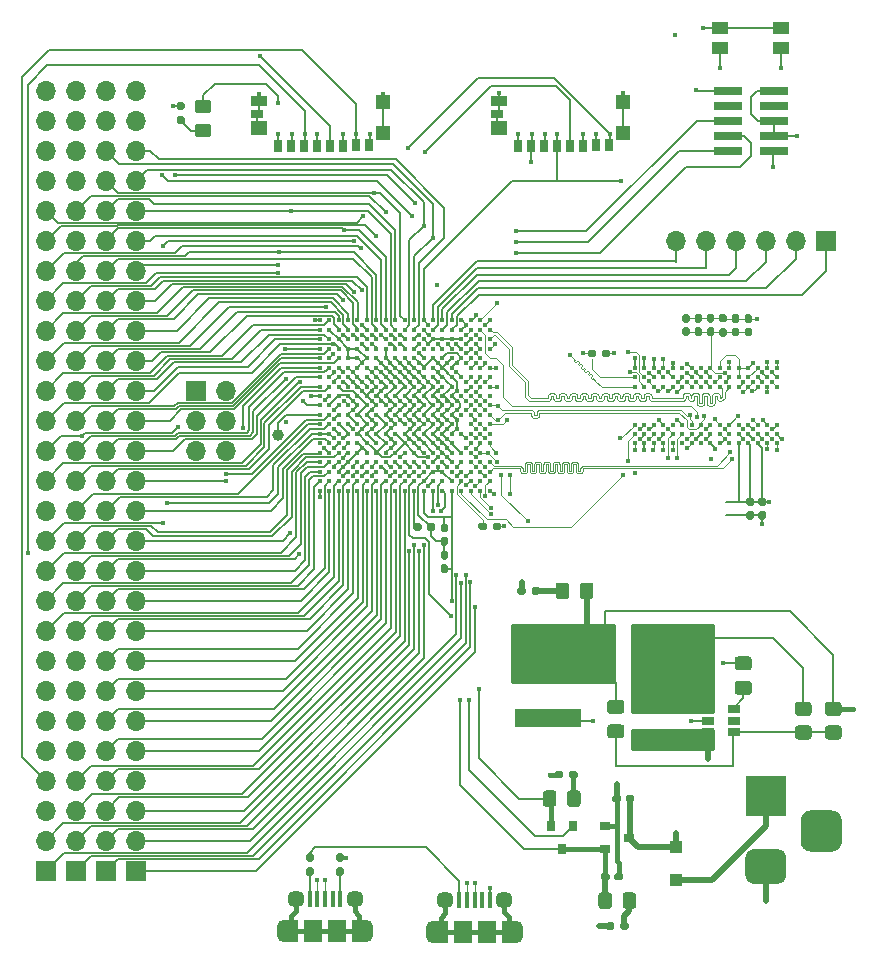
<source format=gbr>
%TF.GenerationSoftware,KiCad,Pcbnew,(5.1.8-0-10_14)*%
%TF.CreationDate,2020-12-07T13:54:23+00:00*%
%TF.ProjectId,STM32MP1_TestBoard,53544d33-324d-4503-915f-54657374426f,rev?*%
%TF.SameCoordinates,Original*%
%TF.FileFunction,Copper,L1,Top*%
%TF.FilePolarity,Positive*%
%FSLAX46Y46*%
G04 Gerber Fmt 4.6, Leading zero omitted, Abs format (unit mm)*
G04 Created by KiCad (PCBNEW (5.1.8-0-10_14)) date 2020-12-07 13:54:23*
%MOMM*%
%LPD*%
G01*
G04 APERTURE LIST*
%TA.AperFunction,SMDPad,CuDef*%
%ADD10C,0.400000*%
%TD*%
%TA.AperFunction,SMDPad,CuDef*%
%ADD11C,1.000000*%
%TD*%
%TA.AperFunction,ComponentPad*%
%ADD12R,3.500000X3.500000*%
%TD*%
%TA.AperFunction,SMDPad,CuDef*%
%ADD13R,1.100000X1.100000*%
%TD*%
%TA.AperFunction,SMDPad,CuDef*%
%ADD14R,1.200000X1.900000*%
%TD*%
%TA.AperFunction,ComponentPad*%
%ADD15O,1.200000X1.900000*%
%TD*%
%TA.AperFunction,SMDPad,CuDef*%
%ADD16R,1.500000X1.900000*%
%TD*%
%TA.AperFunction,ComponentPad*%
%ADD17C,1.450000*%
%TD*%
%TA.AperFunction,SMDPad,CuDef*%
%ADD18R,0.400000X1.350000*%
%TD*%
%TA.AperFunction,ComponentPad*%
%ADD19O,1.700000X1.700000*%
%TD*%
%TA.AperFunction,ComponentPad*%
%ADD20R,1.700000X1.700000*%
%TD*%
%TA.AperFunction,SMDPad,CuDef*%
%ADD21R,1.060000X0.650000*%
%TD*%
%TA.AperFunction,SMDPad,CuDef*%
%ADD22R,0.900000X0.800000*%
%TD*%
%TA.AperFunction,SMDPad,CuDef*%
%ADD23R,1.450000X1.000000*%
%TD*%
%TA.AperFunction,SMDPad,CuDef*%
%ADD24R,0.800000X0.900000*%
%TD*%
%TA.AperFunction,SMDPad,CuDef*%
%ADD25R,5.700000X1.600000*%
%TD*%
%TA.AperFunction,SMDPad,CuDef*%
%ADD26R,1.000000X0.700000*%
%TD*%
%TA.AperFunction,SMDPad,CuDef*%
%ADD27R,1.400000X0.900000*%
%TD*%
%TA.AperFunction,SMDPad,CuDef*%
%ADD28R,1.400000X1.200000*%
%TD*%
%TA.AperFunction,SMDPad,CuDef*%
%ADD29R,1.200000X1.150000*%
%TD*%
%TA.AperFunction,SMDPad,CuDef*%
%ADD30R,0.700000X1.000000*%
%TD*%
%TA.AperFunction,SMDPad,CuDef*%
%ADD31R,2.400000X0.740000*%
%TD*%
%TA.AperFunction,ViaPad*%
%ADD32C,0.450000*%
%TD*%
%TA.AperFunction,Conductor*%
%ADD33C,0.150000*%
%TD*%
%TA.AperFunction,Conductor*%
%ADD34C,0.200000*%
%TD*%
%TA.AperFunction,Conductor*%
%ADD35C,0.100000*%
%TD*%
%TA.AperFunction,Conductor*%
%ADD36C,0.500000*%
%TD*%
%TA.AperFunction,Conductor*%
%ADD37C,0.400000*%
%TD*%
%TA.AperFunction,Conductor*%
%ADD38C,0.090000*%
%TD*%
%TA.AperFunction,Conductor*%
%ADD39C,0.254000*%
%TD*%
G04 APERTURE END LIST*
D10*
%TO.P,U1,W19*%
%TO.N,GNDS*%
X167131000Y-110057000D03*
%TO.P,U1,V19*%
%TO.N,/DDR/DDR_DQ11*%
X167131000Y-109257000D03*
%TO.P,U1,U19*%
%TO.N,/DDR/DDR_DQS1_P*%
X167131000Y-108457000D03*
%TO.P,U1,T19*%
%TO.N,/DDR/DDR_DQS1_N*%
X167131000Y-107657000D03*
%TO.P,U1,P19*%
%TO.N,/DDR/DDR_CKE*%
X167131000Y-106057000D03*
%TO.P,U1,N19*%
%TO.N,Net-(U1-PadN19)*%
X167131000Y-105257000D03*
%TO.P,U1,M19*%
%TO.N,/DDR/DDR_A10*%
X167131000Y-104457000D03*
%TO.P,U1,L19*%
%TO.N,/DDR/DDR_CLK_P*%
X167131000Y-103657000D03*
%TO.P,U1,K19*%
%TO.N,/DDR/DDR_CLK_N*%
X167131000Y-102857000D03*
%TO.P,U1,J19*%
%TO.N,Net-(U1-PadJ19)*%
X167131000Y-102057000D03*
%TO.P,U1,H19*%
%TO.N,/DDR/DDR_ODT*%
X167131000Y-101257000D03*
%TO.P,U1,G19*%
%TO.N,/DDR/DDR_BA0*%
X167131000Y-100457000D03*
%TO.P,U1,F19*%
%TO.N,/DDR/DDR_A3*%
X167131000Y-99657000D03*
%TO.P,U1,D19*%
%TO.N,/DDR/DDR_DQ6*%
X167131000Y-98057000D03*
%TO.P,U1,C19*%
%TO.N,/DDR/DDR_DQS0_P*%
X167131000Y-97257000D03*
%TO.P,U1,B19*%
%TO.N,/DDR/DDR_DQS0_N*%
X167131000Y-96457000D03*
%TO.P,U1,A19*%
%TO.N,GNDS*%
X167131000Y-95657000D03*
%TO.P,U1,W18*%
%TO.N,/DDR/DDR_DQ12*%
X166331000Y-110057000D03*
%TO.P,U1,V18*%
%TO.N,/DDR/DDR_DQ14*%
X166331000Y-109257000D03*
%TO.P,U1,U18*%
%TO.N,/DDR/DDR_DQM1*%
X166331000Y-108457000D03*
%TO.P,U1,T18*%
%TO.N,/DDR/DDR_DQ13*%
X166331000Y-107657000D03*
%TO.P,U1,R18*%
%TO.N,/DDR/DDR_DQ10*%
X166331000Y-106857000D03*
%TO.P,U1,P18*%
%TO.N,/DDR/DDR_DQ8*%
X166331000Y-106057000D03*
%TO.P,U1,N18*%
%TO.N,/DDR/DDR_A14*%
X166331000Y-105257000D03*
%TO.P,U1,M18*%
%TO.N,/DDR/DDR_A11*%
X166331000Y-104457000D03*
%TO.P,U1,L18*%
%TO.N,/DDR/DDR_RASN*%
X166331000Y-103657000D03*
%TO.P,U1,K18*%
%TO.N,Net-(U1-PadK18)*%
X166331000Y-102857000D03*
%TO.P,U1,J18*%
%TO.N,/DDR/DDR_CSN*%
X166331000Y-102057000D03*
%TO.P,U1,H18*%
%TO.N,/DDR/DDR_A0*%
X166331000Y-101257000D03*
%TO.P,U1,G18*%
%TO.N,/DDR/DDR_A2*%
X166331000Y-100457000D03*
%TO.P,U1,F18*%
%TO.N,Net-(R10-Pad1)*%
X166331000Y-99657000D03*
%TO.P,U1,E18*%
%TO.N,/DDR/DDR_DQ4*%
X166331000Y-98857000D03*
%TO.P,U1,D18*%
%TO.N,/DDR/DDR_DQ2*%
X166331000Y-98057000D03*
%TO.P,U1,C18*%
%TO.N,/DDR/DDR_DQM0*%
X166331000Y-97257000D03*
%TO.P,U1,B18*%
%TO.N,/DDR/DDR_DQ7*%
X166331000Y-96457000D03*
%TO.P,U1,A18*%
%TO.N,/DDR/DDR_DQ1*%
X166331000Y-95657000D03*
%TO.P,U1,W17*%
%TO.N,/DDR/DDR_DQ15*%
X165531000Y-110057000D03*
%TO.P,U1,V17*%
%TO.N,/GPIO/PA11*%
X165531000Y-109257000D03*
%TO.P,U1,U17*%
%TO.N,GNDS*%
X165531000Y-108457000D03*
%TO.P,U1,T17*%
%TO.N,/DDR/DDR_DQ9*%
X165531000Y-107657000D03*
%TO.P,U1,R17*%
%TO.N,/DDR/DDR_A8*%
X165531000Y-106857000D03*
%TO.P,U1,P17*%
%TO.N,/DDR/DDR_A4*%
X165531000Y-106057000D03*
%TO.P,U1,N17*%
%TO.N,/DDR/DDR_BA1*%
X165531000Y-105257000D03*
%TO.P,U1,M17*%
%TO.N,/DDR/DDR_A1*%
X165531000Y-104457000D03*
%TO.P,U1,L17*%
%TO.N,/DDR/DDR_A12*%
X165531000Y-103657000D03*
%TO.P,U1,K17*%
%TO.N,/DDR/DDR_CASN*%
X165531000Y-102857000D03*
%TO.P,U1,J17*%
%TO.N,/DDR/DDR_WEN*%
X165531000Y-102057000D03*
%TO.P,U1,H17*%
%TO.N,/DDR/DDR_A5*%
X165531000Y-101257000D03*
%TO.P,U1,G17*%
%TO.N,/DDR/DDR_A9*%
X165531000Y-100457000D03*
%TO.P,U1,F17*%
%TO.N,/DDR/DDR_A13*%
X165531000Y-99657000D03*
%TO.P,U1,E17*%
%TO.N,/DDR/DDR_A7*%
X165531000Y-98857000D03*
%TO.P,U1,D17*%
%TO.N,/DDR/DDR_DQ5*%
X165531000Y-98057000D03*
%TO.P,U1,C17*%
%TO.N,GNDS*%
X165531000Y-97257000D03*
%TO.P,U1,B17*%
%TO.N,/DDR/DDR_DQ3*%
X165531000Y-96457000D03*
%TO.P,U1,A17*%
%TO.N,/DDR/DDR_DQ0*%
X165531000Y-95657000D03*
%TO.P,U1,W16*%
%TO.N,/DDR/DDR_VREF*%
X164731000Y-110057000D03*
%TO.P,U1,V16*%
%TO.N,Net-(R8-Pad2)*%
X164731000Y-109257000D03*
%TO.P,U1,U16*%
%TO.N,/GPIO/PA12*%
X164731000Y-108457000D03*
%TO.P,U1,T16*%
%TO.N,/GPIO/PA10*%
X164731000Y-107657000D03*
%TO.P,U1,R16*%
%TO.N,GNDS*%
X164731000Y-106857000D03*
%TO.P,U1,N16*%
%TO.N,/DDR/DDR_A6*%
X164731000Y-105257000D03*
%TO.P,U1,L16*%
%TO.N,Net-(U1-PadL16)*%
X164731000Y-103657000D03*
%TO.P,U1,J16*%
%TO.N,/DDR/DDR_BA2*%
X164731000Y-102057000D03*
%TO.P,U1,G16*%
%TO.N,Net-(R15-Pad1)*%
X164731000Y-100457000D03*
%TO.P,U1,E16*%
%TO.N,GNDS*%
X164731000Y-98857000D03*
%TO.P,U1,D16*%
%TO.N,/DebugInterface1/SWCLK*%
X164731000Y-98057000D03*
%TO.P,U1,C16*%
%TO.N,Net-(C69-Pad1)*%
X164731000Y-97257000D03*
%TO.P,U1,B16*%
%TO.N,Net-(C69-Pad2)*%
X164731000Y-96457000D03*
%TO.P,U1,A16*%
X164731000Y-95657000D03*
%TO.P,U1,W15*%
%TO.N,/PSU/3V3_USB*%
X163931000Y-110057000D03*
%TO.P,U1,V15*%
%TO.N,GNDS*%
X163931000Y-109257000D03*
%TO.P,U1,U15*%
%TO.N,Net-(U1-PadU15)*%
X163931000Y-108457000D03*
%TO.P,U1,T15*%
%TO.N,GNDS*%
X163931000Y-107657000D03*
%TO.P,U1,R15*%
%TO.N,/PSU/1.35V_VDDCORE*%
X163931000Y-106857000D03*
%TO.P,U1,P15*%
%TO.N,GNDS*%
X163931000Y-106057000D03*
%TO.P,U1,N15*%
%TO.N,/PSU/1.35V_VDDCORE*%
X163931000Y-105257000D03*
%TO.P,U1,M15*%
%TO.N,GNDS*%
X163931000Y-104457000D03*
%TO.P,U1,L15*%
%TO.N,/PSU/1.35V_VDDCORE*%
X163931000Y-103657000D03*
%TO.P,U1,K15*%
%TO.N,GNDS*%
X163931000Y-102857000D03*
%TO.P,U1,J15*%
%TO.N,/PSU/1.35V_VDDCORE*%
X163931000Y-102057000D03*
%TO.P,U1,H15*%
%TO.N,GNDS*%
X163931000Y-101257000D03*
%TO.P,U1,G15*%
%TO.N,/PSU/1.35V_VDDCORE*%
X163931000Y-100457000D03*
%TO.P,U1,F15*%
%TO.N,GNDS*%
X163931000Y-99657000D03*
%TO.P,U1,E15*%
%TO.N,/PSU/1.35V_VDDCORE*%
X163931000Y-98857000D03*
%TO.P,U1,D15*%
%TO.N,/DebugInterface1/SWDIO*%
X163931000Y-98057000D03*
%TO.P,U1,C15*%
%TO.N,Net-(C69-Pad1)*%
X163931000Y-97257000D03*
%TO.P,U1,B15*%
%TO.N,/GPIO/DSI_D1_P*%
X163931000Y-96457000D03*
%TO.P,U1,A15*%
%TO.N,/GPIO/DSI_D1_N*%
X163931000Y-95657000D03*
%TO.P,U1,W14*%
%TO.N,/GPIO/USB_Conn/USB_D1_N*%
X163131000Y-110057000D03*
%TO.P,U1,V14*%
%TO.N,/GPIO/USB_Conn/USB_D1_P*%
X163131000Y-109257000D03*
%TO.P,U1,U14*%
%TO.N,GNDS*%
X163131000Y-108457000D03*
%TO.P,U1,T14*%
%TO.N,/GPIO/PG9*%
X163131000Y-107657000D03*
%TO.P,U1,R14*%
%TO.N,GNDS*%
X163131000Y-106857000D03*
%TO.P,U1,P14*%
%TO.N,/PSU/1.35V_VDDCORE*%
X163131000Y-106057000D03*
%TO.P,U1,N14*%
%TO.N,GNDS*%
X163131000Y-105257000D03*
%TO.P,U1,M14*%
%TO.N,/PSU/1.35V_VDDCORE*%
X163131000Y-104457000D03*
%TO.P,U1,L14*%
%TO.N,GNDS*%
X163131000Y-103657000D03*
%TO.P,U1,K14*%
%TO.N,/PSU/1.35V_VDDCORE*%
X163131000Y-102857000D03*
%TO.P,U1,J14*%
%TO.N,GNDS*%
X163131000Y-102057000D03*
%TO.P,U1,H14*%
%TO.N,/PSU/1.35V_VDDCORE*%
X163131000Y-101257000D03*
%TO.P,U1,G14*%
%TO.N,GNDS*%
X163131000Y-100457000D03*
%TO.P,U1,F14*%
%TO.N,/PSU/1.35V_VDDCORE*%
X163131000Y-99657000D03*
%TO.P,U1,E14*%
%TO.N,GNDS*%
X163131000Y-98857000D03*
%TO.P,U1,D14*%
%TO.N,/DebugInterface1/SWO*%
X163131000Y-98057000D03*
%TO.P,U1,C14*%
%TO.N,Net-(C69-Pad1)*%
X163131000Y-97257000D03*
%TO.P,U1,B14*%
%TO.N,/GPIO/DSI_CK_P*%
X163131000Y-96457000D03*
%TO.P,U1,A14*%
%TO.N,/GPIO/DSI_CK_N*%
X163131000Y-95657000D03*
%TO.P,U1,W13*%
%TO.N,/GPIO/USB_Conn/USB_D2_P*%
X162331000Y-110057000D03*
%TO.P,U1,V13*%
%TO.N,/GPIO/USB_Conn/USB_D2_N*%
X162331000Y-109257000D03*
%TO.P,U1,U13*%
%TO.N,GNDS*%
X162331000Y-108457000D03*
%TO.P,U1,T13*%
%TO.N,/GPIO/PB2*%
X162331000Y-107657000D03*
%TO.P,U1,R13*%
%TO.N,/PSU/1.35V_VDDCORE*%
X162331000Y-106857000D03*
%TO.P,U1,P13*%
%TO.N,GNDS*%
X162331000Y-106057000D03*
%TO.P,U1,N13*%
%TO.N,/PSU/1.35V_VDDCORE*%
X162331000Y-105257000D03*
%TO.P,U1,M13*%
%TO.N,GNDS*%
X162331000Y-104457000D03*
%TO.P,U1,L13*%
%TO.N,/PSU/1.35V_VDDCORE*%
X162331000Y-103657000D03*
%TO.P,U1,K13*%
%TO.N,GNDS*%
X162331000Y-102857000D03*
%TO.P,U1,J13*%
%TO.N,/PSU/1.35V_VDDCORE*%
X162331000Y-102057000D03*
%TO.P,U1,H13*%
%TO.N,GNDS*%
X162331000Y-101257000D03*
%TO.P,U1,G13*%
%TO.N,/DebugInterface1/3.3V_VDD*%
X162331000Y-100457000D03*
%TO.P,U1,F13*%
%TO.N,GNDS*%
X162331000Y-99657000D03*
%TO.P,U1,E13*%
%TO.N,/PSU/1.35V_VDDCORE*%
X162331000Y-98857000D03*
%TO.P,U1,D13*%
%TO.N,Net-(U1-PadD13)*%
X162331000Y-98057000D03*
%TO.P,U1,C13*%
%TO.N,Net-(C69-Pad1)*%
X162331000Y-97257000D03*
%TO.P,U1,B13*%
%TO.N,/GPIO/DSI_D0_P*%
X162331000Y-96457000D03*
%TO.P,U1,A13*%
%TO.N,/GPIO/DSI_D0_N*%
X162331000Y-95657000D03*
%TO.P,U1,W12*%
%TO.N,/PSU/3V3_USB*%
X161531000Y-110057000D03*
%TO.P,U1,V12*%
%TO.N,GNDS*%
X161531000Y-109257000D03*
%TO.P,U1,U12*%
%TO.N,/GPIO/PD13*%
X161531000Y-108457000D03*
%TO.P,U1,T12*%
%TO.N,/GPIO/PB6*%
X161531000Y-107657000D03*
%TO.P,U1,R12*%
%TO.N,GNDS*%
X161531000Y-106857000D03*
%TO.P,U1,P12*%
%TO.N,/PSU/1.35V_VDDCORE*%
X161531000Y-106057000D03*
%TO.P,U1,N12*%
%TO.N,GNDS*%
X161531000Y-105257000D03*
%TO.P,U1,M12*%
%TO.N,/PSU/1.35V_VDDCORE*%
X161531000Y-104457000D03*
%TO.P,U1,L12*%
%TO.N,GNDS*%
X161531000Y-103657000D03*
%TO.P,U1,K12*%
%TO.N,/PSU/1.35V_VDDCORE*%
X161531000Y-102857000D03*
%TO.P,U1,J12*%
%TO.N,GNDS*%
X161531000Y-102057000D03*
%TO.P,U1,H12*%
%TO.N,/PSU/1.35V_VDDCORE*%
X161531000Y-101257000D03*
%TO.P,U1,G12*%
%TO.N,GNDS*%
X161531000Y-100457000D03*
%TO.P,U1,F12*%
%TO.N,/PSU/1.35V_VDDCORE*%
X161531000Y-99657000D03*
%TO.P,U1,E12*%
%TO.N,GNDS*%
X161531000Y-98857000D03*
%TO.P,U1,D12*%
%TO.N,Net-(U1-PadD12)*%
X161531000Y-98057000D03*
%TO.P,U1,C12*%
%TO.N,Net-(C69-Pad1)*%
X161531000Y-97257000D03*
%TO.P,U1,B12*%
%TO.N,/PSU/1V8_DETECT*%
X161531000Y-96457000D03*
%TO.P,U1,A12*%
%TO.N,/DebugInterface1/3.3V_VDD*%
X161531000Y-95657000D03*
%TO.P,U1,W11*%
%TO.N,Net-(C9-Pad2)*%
X160731000Y-110057000D03*
%TO.P,U1,V11*%
%TO.N,/PSU/1V8_DETECT*%
X160731000Y-109257000D03*
%TO.P,U1,U11*%
%TO.N,/GPIO/PD12*%
X160731000Y-108457000D03*
%TO.P,U1,T11*%
%TO.N,/GPIO/PE8*%
X160731000Y-107657000D03*
%TO.P,U1,R11*%
%TO.N,/DebugInterface1/3.3V_VDD*%
X160731000Y-106857000D03*
%TO.P,U1,P11*%
%TO.N,GNDS*%
X160731000Y-106057000D03*
%TO.P,U1,N11*%
%TO.N,/PSU/1.35V_VDDCORE*%
X160731000Y-105257000D03*
%TO.P,U1,M11*%
%TO.N,GNDS*%
X160731000Y-104457000D03*
%TO.P,U1,L11*%
%TO.N,/PSU/1.35V_VDDCORE*%
X160731000Y-103657000D03*
%TO.P,U1,K11*%
%TO.N,GNDS*%
X160731000Y-102857000D03*
%TO.P,U1,J11*%
%TO.N,/PSU/1.35V_VDDCORE*%
X160731000Y-102057000D03*
%TO.P,U1,H11*%
%TO.N,GNDS*%
X160731000Y-101257000D03*
%TO.P,U1,G11*%
%TO.N,/PSU/1.35V_VDDCORE*%
X160731000Y-100457000D03*
%TO.P,U1,F11*%
%TO.N,GNDS*%
X160731000Y-99657000D03*
%TO.P,U1,E11*%
%TO.N,/PSU/1.35V_VDDCORE*%
X160731000Y-98857000D03*
%TO.P,U1,D11*%
%TO.N,/GPIO/PC10*%
X160731000Y-98057000D03*
%TO.P,U1,C11*%
%TO.N,/GPIO/PC8*%
X160731000Y-97257000D03*
%TO.P,U1,B11*%
%TO.N,/GPIO/PE4*%
X160731000Y-96457000D03*
%TO.P,U1,A11*%
%TO.N,/GPIO/PC11*%
X160731000Y-95657000D03*
%TO.P,U1,W10*%
%TO.N,/GPIO/PG7*%
X159931000Y-110057000D03*
%TO.P,U1,V10*%
%TO.N,/GPIO/PE10*%
X159931000Y-109257000D03*
%TO.P,U1,U10*%
%TO.N,/GPIO/PF8*%
X159931000Y-108457000D03*
%TO.P,U1,T10*%
%TO.N,/GPIO/PE7*%
X159931000Y-107657000D03*
%TO.P,U1,R10*%
%TO.N,GNDS*%
X159931000Y-106857000D03*
%TO.P,U1,P10*%
%TO.N,/DebugInterface1/3.3V_VDD*%
X159931000Y-106057000D03*
%TO.P,U1,N10*%
%TO.N,GNDS*%
X159931000Y-105257000D03*
%TO.P,U1,M10*%
%TO.N,/PSU/1.35V_VDDCORE*%
X159931000Y-104457000D03*
%TO.P,U1,L10*%
%TO.N,GNDS*%
X159931000Y-103657000D03*
%TO.P,U1,K10*%
%TO.N,/PSU/1.35V_VDDCORE*%
X159931000Y-102857000D03*
%TO.P,U1,J10*%
%TO.N,GNDS*%
X159931000Y-102057000D03*
%TO.P,U1,H10*%
%TO.N,/PSU/1.35V_VDDCORE*%
X159931000Y-101257000D03*
%TO.P,U1,G10*%
%TO.N,GNDS*%
X159931000Y-100457000D03*
%TO.P,U1,F10*%
%TO.N,/PSU/1.35V_VDDCORE*%
X159931000Y-99657000D03*
%TO.P,U1,E10*%
%TO.N,GNDS*%
X159931000Y-98857000D03*
%TO.P,U1,D10*%
%TO.N,/GPIO/PC6*%
X159931000Y-98057000D03*
%TO.P,U1,C10*%
%TO.N,/GPIO/PC12*%
X159931000Y-97257000D03*
%TO.P,U1,B10*%
%TO.N,/GPIO/PD2*%
X159931000Y-96457000D03*
%TO.P,U1,A10*%
%TO.N,/GPIO/PC9*%
X159931000Y-95657000D03*
%TO.P,U1,W9*%
%TO.N,/GPIO/PF9*%
X159131000Y-110057000D03*
%TO.P,U1,V9*%
%TO.N,/GPIO/PF6*%
X159131000Y-109257000D03*
%TO.P,U1,U9*%
%TO.N,/GPIO/PF10*%
X159131000Y-108457000D03*
%TO.P,U1,T9*%
%TO.N,/GPIO/PB13*%
X159131000Y-107657000D03*
%TO.P,U1,R9*%
%TO.N,/DebugInterface1/3.3V_VDD*%
X159131000Y-106857000D03*
%TO.P,U1,P9*%
%TO.N,GNDS*%
X159131000Y-106057000D03*
%TO.P,U1,N9*%
%TO.N,/DebugInterface1/3.3V_VDD*%
X159131000Y-105257000D03*
%TO.P,U1,M9*%
%TO.N,GNDS*%
X159131000Y-104457000D03*
%TO.P,U1,L9*%
%TO.N,/PSU/1.35V_VDDCORE*%
X159131000Y-103657000D03*
%TO.P,U1,K9*%
%TO.N,GNDS*%
X159131000Y-102857000D03*
%TO.P,U1,J9*%
%TO.N,/PSU/1.35V_VDDCORE*%
X159131000Y-102057000D03*
%TO.P,U1,H9*%
%TO.N,GNDS*%
X159131000Y-101257000D03*
%TO.P,U1,G9*%
%TO.N,/PSU/1.35V_VDDCORE*%
X159131000Y-100457000D03*
%TO.P,U1,F9*%
%TO.N,GNDS*%
X159131000Y-99657000D03*
%TO.P,U1,E9*%
%TO.N,/PSU/1.35V_VDDCORE*%
X159131000Y-98857000D03*
%TO.P,U1,D9*%
%TO.N,/GPIO/PB9*%
X159131000Y-98057000D03*
%TO.P,U1,C9*%
%TO.N,/GPIO/PB14*%
X159131000Y-97257000D03*
%TO.P,U1,B9*%
%TO.N,/GPIO/PB4*%
X159131000Y-96457000D03*
%TO.P,U1,A9*%
%TO.N,/GPIO/PC7*%
X159131000Y-95657000D03*
%TO.P,U1,W8*%
%TO.N,/GPIO/PF7*%
X158331000Y-110057000D03*
%TO.P,U1,V8*%
%TO.N,/GPIO/PD11*%
X158331000Y-109257000D03*
%TO.P,U1,U8*%
%TO.N,GNDS*%
X158331000Y-108457000D03*
%TO.P,U1,T8*%
%TO.N,/GPIO/PB5*%
X158331000Y-107657000D03*
%TO.P,U1,R8*%
%TO.N,GNDS*%
X158331000Y-106857000D03*
%TO.P,U1,P8*%
%TO.N,/DebugInterface1/3.3V_VDD*%
X158331000Y-106057000D03*
%TO.P,U1,N8*%
%TO.N,GNDS*%
X158331000Y-105257000D03*
%TO.P,U1,M8*%
%TO.N,/DebugInterface1/3.3V_VDD*%
X158331000Y-104457000D03*
%TO.P,U1,L8*%
%TO.N,GNDS*%
X158331000Y-103657000D03*
%TO.P,U1,K8*%
%TO.N,/PSU/1.35V_VDDCORE*%
X158331000Y-102857000D03*
%TO.P,U1,J8*%
%TO.N,GNDS*%
X158331000Y-102057000D03*
%TO.P,U1,H8*%
%TO.N,/PSU/1.35V_VDDCORE*%
X158331000Y-101257000D03*
%TO.P,U1,G8*%
%TO.N,GNDS*%
X158331000Y-100457000D03*
%TO.P,U1,F8*%
%TO.N,/PSU/1.35V_VDDCORE*%
X158331000Y-99657000D03*
%TO.P,U1,E8*%
%TO.N,GNDS*%
X158331000Y-98857000D03*
%TO.P,U1,D8*%
X158331000Y-98057000D03*
%TO.P,U1,C8*%
%TO.N,/GPIO/PA9*%
X158331000Y-97257000D03*
%TO.P,U1,B8*%
%TO.N,/GPIO/PA8*%
X158331000Y-96457000D03*
%TO.P,U1,A8*%
%TO.N,/GPIO/PB15*%
X158331000Y-95657000D03*
%TO.P,U1,W7*%
%TO.N,/GPIO/PE9*%
X157531000Y-110057000D03*
%TO.P,U1,V7*%
%TO.N,/GPIO/PG10*%
X157531000Y-109257000D03*
%TO.P,U1,U7*%
%TO.N,/GPIO/PG8*%
X157531000Y-108457000D03*
%TO.P,U1,T7*%
%TO.N,/GPIO/PC0*%
X157531000Y-107657000D03*
%TO.P,U1,R7*%
%TO.N,/DebugInterface1/3.3V_VDD*%
X157531000Y-106857000D03*
%TO.P,U1,P7*%
%TO.N,GNDS*%
X157531000Y-106057000D03*
%TO.P,U1,N7*%
%TO.N,/DebugInterface1/3.3V_VDD*%
X157531000Y-105257000D03*
%TO.P,U1,M7*%
%TO.N,GNDS*%
X157531000Y-104457000D03*
%TO.P,U1,L7*%
%TO.N,/DebugInterface1/3.3V_VDD*%
X157531000Y-103657000D03*
%TO.P,U1,K7*%
%TO.N,GNDS*%
X157531000Y-102857000D03*
%TO.P,U1,J7*%
%TO.N,/PSU/1.35V_VDDCORE*%
X157531000Y-102057000D03*
%TO.P,U1,H7*%
%TO.N,GNDS*%
X157531000Y-101257000D03*
%TO.P,U1,G7*%
%TO.N,/PSU/1.35V_VDDCORE*%
X157531000Y-100457000D03*
%TO.P,U1,F7*%
%TO.N,GNDS*%
X157531000Y-99657000D03*
%TO.P,U1,E7*%
%TO.N,/PSU/1.35V_VDDCORE*%
X157531000Y-98857000D03*
%TO.P,U1,D7*%
%TO.N,/GPIO/PD5*%
X157531000Y-98057000D03*
%TO.P,U1,C7*%
%TO.N,/GPIO/PA15*%
X157531000Y-97257000D03*
%TO.P,U1,B7*%
%TO.N,/GPIO/PE5*%
X157531000Y-96457000D03*
%TO.P,U1,A7*%
%TO.N,/GPIO/PB3*%
X157531000Y-95657000D03*
%TO.P,U1,W6*%
%TO.N,/GPIO/PB8*%
X156731000Y-110057000D03*
%TO.P,U1,V6*%
%TO.N,/GPIO/PG11*%
X156731000Y-109257000D03*
%TO.P,U1,U6*%
%TO.N,GNDS*%
X156731000Y-108457000D03*
%TO.P,U1,T6*%
%TO.N,/GPIO/PA7*%
X156731000Y-107657000D03*
%TO.P,U1,R6*%
%TO.N,GNDS*%
X156731000Y-106857000D03*
%TO.P,U1,P6*%
%TO.N,/DebugInterface1/3.3V_VDD*%
X156731000Y-106057000D03*
%TO.P,U1,N6*%
%TO.N,GNDS*%
X156731000Y-105257000D03*
%TO.P,U1,M6*%
%TO.N,/DebugInterface1/3.3V_VDD*%
X156731000Y-104457000D03*
%TO.P,U1,L6*%
%TO.N,GNDS*%
X156731000Y-103657000D03*
%TO.P,U1,K6*%
%TO.N,/DebugInterface1/3.3V_VDD*%
X156731000Y-102857000D03*
%TO.P,U1,J6*%
%TO.N,GNDS*%
X156731000Y-102057000D03*
%TO.P,U1,H6*%
%TO.N,/PSU/1.35V_VDDCORE*%
X156731000Y-101257000D03*
%TO.P,U1,G6*%
%TO.N,GNDS*%
X156731000Y-100457000D03*
%TO.P,U1,F6*%
%TO.N,/PSU/1.35V_VDDCORE*%
X156731000Y-99657000D03*
%TO.P,U1,E6*%
%TO.N,GNDS*%
X156731000Y-98857000D03*
%TO.P,U1,D6*%
%TO.N,/GPIO/PD4*%
X156731000Y-98057000D03*
%TO.P,U1,C6*%
%TO.N,/GPIO/PD3*%
X156731000Y-97257000D03*
%TO.P,U1,B6*%
%TO.N,GNDS*%
X156731000Y-96457000D03*
%TO.P,U1,A6*%
%TO.N,/GPIO/PG6*%
X156731000Y-95657000D03*
%TO.P,U1,W5*%
%TO.N,/GPIO/PB10*%
X155931000Y-110057000D03*
%TO.P,U1,V5*%
%TO.N,/GPIO/PB12*%
X155931000Y-109257000D03*
%TO.P,U1,U5*%
%TO.N,/GPIO/PF11*%
X155931000Y-108457000D03*
%TO.P,U1,T5*%
%TO.N,/GPIO/PA6*%
X155931000Y-107657000D03*
%TO.P,U1,R5*%
%TO.N,GNDS*%
X155931000Y-106857000D03*
%TO.P,U1,P5*%
X155931000Y-106057000D03*
%TO.P,U1,N5*%
%TO.N,/DebugInterface1/3.3V_VDD*%
X155931000Y-105257000D03*
%TO.P,U1,M5*%
%TO.N,GNDS*%
X155931000Y-104457000D03*
%TO.P,U1,L5*%
%TO.N,/DebugInterface1/3.3V_VDD*%
X155931000Y-103657000D03*
%TO.P,U1,K5*%
%TO.N,GNDS*%
X155931000Y-102857000D03*
%TO.P,U1,J5*%
%TO.N,/DebugInterface1/3.3V_VDD*%
X155931000Y-102057000D03*
%TO.P,U1,H5*%
%TO.N,GNDS*%
X155931000Y-101257000D03*
%TO.P,U1,G5*%
%TO.N,/PSU/1.35V_VDDCORE*%
X155931000Y-100457000D03*
%TO.P,U1,F5*%
%TO.N,GNDS*%
X155931000Y-99657000D03*
%TO.P,U1,E5*%
X155931000Y-98857000D03*
%TO.P,U1,D5*%
X155931000Y-98057000D03*
%TO.P,U1,C5*%
%TO.N,/GPIO/PD10*%
X155931000Y-97257000D03*
%TO.P,U1,B5*%
%TO.N,/GPIO/PB7*%
X155931000Y-96457000D03*
%TO.P,U1,A5*%
%TO.N,/GPIO/PE3*%
X155931000Y-95657000D03*
%TO.P,U1,W4*%
%TO.N,/GPIO/PC4*%
X155131000Y-110057000D03*
%TO.P,U1,V4*%
%TO.N,/GPIO/PC5*%
X155131000Y-109257000D03*
%TO.P,U1,U4*%
%TO.N,/GPIO/PA1*%
X155131000Y-108457000D03*
%TO.P,U1,T4*%
%TO.N,GNDS*%
X155131000Y-107657000D03*
%TO.P,U1,R4*%
%TO.N,/GPIO/PA4*%
X155131000Y-106857000D03*
%TO.P,U1,P4*%
%TO.N,/GPIO/PA5*%
X155131000Y-106057000D03*
%TO.P,U1,N4*%
%TO.N,GNDS*%
X155131000Y-105257000D03*
%TO.P,U1,M4*%
%TO.N,Net-(C12-Pad2)*%
X155131000Y-104457000D03*
%TO.P,U1,L4*%
%TO.N,GNDS*%
X155131000Y-103657000D03*
%TO.P,U1,K4*%
%TO.N,Net-(J5-Pad4)*%
X155131000Y-102857000D03*
%TO.P,U1,J4*%
%TO.N,GNDS*%
X155131000Y-102057000D03*
%TO.P,U1,H4*%
%TO.N,/PSU/1.35V_VDDCORE*%
X155131000Y-101257000D03*
%TO.P,U1,G4*%
%TO.N,GNDS*%
X155131000Y-100457000D03*
%TO.P,U1,F4*%
%TO.N,/PSU/1.35V_VDDCORE*%
X155131000Y-99657000D03*
%TO.P,U1,E4*%
%TO.N,GNDS*%
X155131000Y-98857000D03*
%TO.P,U1,D4*%
X155131000Y-98057000D03*
%TO.P,U1,C4*%
%TO.N,/GPIO/PE0*%
X155131000Y-97257000D03*
%TO.P,U1,B4*%
%TO.N,/GPIO/PD7*%
X155131000Y-96457000D03*
%TO.P,U1,A4*%
%TO.N,/GPIO/PD1*%
X155131000Y-95657000D03*
%TO.P,U1,W3*%
%TO.N,/GPIO/PB0*%
X154331000Y-110057000D03*
%TO.P,U1,V3*%
%TO.N,/GPIO/PB1*%
X154331000Y-109257000D03*
%TO.P,U1,U3*%
%TO.N,GNDS*%
X154331000Y-108457000D03*
%TO.P,U1,T3*%
%TO.N,/GPIO/PC3*%
X154331000Y-107657000D03*
%TO.P,U1,R3*%
%TO.N,/GPIO/PA0*%
X154331000Y-106857000D03*
%TO.P,U1,P3*%
%TO.N,/GPIO/PA3*%
X154331000Y-106057000D03*
%TO.P,U1,N3*%
%TO.N,Net-(C14-Pad2)*%
X154331000Y-105257000D03*
%TO.P,U1,M3*%
%TO.N,GNDS*%
X154331000Y-104457000D03*
%TO.P,U1,L3*%
%TO.N,/DebugInterface1/3.3V_VDD*%
X154331000Y-103657000D03*
%TO.P,U1,K3*%
%TO.N,/GPIO/PC13*%
X154331000Y-102857000D03*
%TO.P,U1,J3*%
%TO.N,GNDS*%
X154331000Y-102057000D03*
%TO.P,U1,H3*%
%TO.N,/DebugInterface1/3.3V_VDD*%
X154331000Y-101257000D03*
%TO.P,U1,G3*%
%TO.N,/GPIO/PD9*%
X154331000Y-100457000D03*
%TO.P,U1,F3*%
%TO.N,/GPIO/PD14*%
X154331000Y-99657000D03*
%TO.P,U1,E3*%
%TO.N,/GPIO/PD6*%
X154331000Y-98857000D03*
%TO.P,U1,D3*%
%TO.N,/GPIO/PE14*%
X154331000Y-98057000D03*
%TO.P,U1,C3*%
%TO.N,GNDS*%
X154331000Y-97257000D03*
%TO.P,U1,B3*%
%TO.N,/GPIO/PE6*%
X154331000Y-96457000D03*
%TO.P,U1,A3*%
%TO.N,/GPIO/PD0*%
X154331000Y-95657000D03*
%TO.P,U1,W2*%
%TO.N,/GPIO/PA2*%
X153531000Y-110057000D03*
%TO.P,U1,V2*%
%TO.N,/GPIO/PC1*%
X153531000Y-109257000D03*
%TO.P,U1,U2*%
%TO.N,/GPIO/PG13*%
X153531000Y-108457000D03*
%TO.P,U1,T2*%
%TO.N,/GPIO/PC2*%
X153531000Y-107657000D03*
%TO.P,U1,R2*%
%TO.N,GNDS*%
X153531000Y-106857000D03*
%TO.P,U1,P2*%
%TO.N,/GPIO/BOOT_STATUS*%
X153531000Y-106057000D03*
%TO.P,U1,N2*%
%TO.N,/DebugInterface1/3.3V_VDD*%
X153531000Y-105257000D03*
%TO.P,U1,M2*%
%TO.N,/GPIO/PH1*%
X153531000Y-104457000D03*
%TO.P,U1,L2*%
%TO.N,Net-(J5-Pad6)*%
X153531000Y-103657000D03*
%TO.P,U1,K2*%
%TO.N,GNDS*%
X153531000Y-102857000D03*
%TO.P,U1,J2*%
%TO.N,Net-(C15-Pad1)*%
X153531000Y-102057000D03*
%TO.P,U1,H2*%
%TO.N,/GPIO/PC15*%
X153531000Y-101257000D03*
%TO.P,U1,G2*%
%TO.N,GNDS*%
X153531000Y-100457000D03*
%TO.P,U1,F2*%
%TO.N,/GPIO/PD8*%
X153531000Y-99657000D03*
%TO.P,U1,E2*%
%TO.N,GNDS*%
X153531000Y-98857000D03*
%TO.P,U1,D2*%
%TO.N,/GPIO/PE12*%
X153531000Y-98057000D03*
%TO.P,U1,C2*%
%TO.N,/GPIO/PE13*%
X153531000Y-97257000D03*
%TO.P,U1,B2*%
%TO.N,GNDS*%
X153531000Y-96457000D03*
%TO.P,U1,A2*%
%TO.N,/GPIO/PG15*%
X153531000Y-95657000D03*
%TO.P,U1,W1*%
%TO.N,GNDS*%
X152731000Y-110057000D03*
%TO.P,U1,V1*%
%TO.N,/GPIO/PB11*%
X152731000Y-109257000D03*
%TO.P,U1,U1*%
%TO.N,/GPIO/PG14*%
X152731000Y-108457000D03*
%TO.P,U1,T1*%
%TO.N,/GPIO/PE2*%
X152731000Y-107657000D03*
%TO.P,U1,R1*%
%TO.N,/GPIO/PA14*%
X152731000Y-106857000D03*
%TO.P,U1,P1*%
%TO.N,Net-(U1-PadP1)*%
X152731000Y-106057000D03*
%TO.P,U1,N1*%
%TO.N,/DebugInterface1/3.3V_VDD*%
X152731000Y-105257000D03*
%TO.P,U1,M1*%
%TO.N,/GPIO/PH0*%
X152731000Y-104457000D03*
%TO.P,U1,L1*%
%TO.N,Net-(TP1-Pad1)*%
X152731000Y-103657000D03*
%TO.P,U1,K1*%
%TO.N,Net-(J5-Pad2)*%
X152731000Y-102857000D03*
%TO.P,U1,J1*%
%TO.N,/DebugInterface1/NRST*%
X152731000Y-102057000D03*
%TO.P,U1,H1*%
%TO.N,/GPIO/PC14*%
X152731000Y-101257000D03*
%TO.P,U1,G1*%
%TO.N,/GPIO/PD15*%
X152731000Y-100457000D03*
%TO.P,U1,F1*%
%TO.N,/GPIO/PG12*%
X152731000Y-99657000D03*
%TO.P,U1,E1*%
%TO.N,/GPIO/PE15*%
X152731000Y-98857000D03*
%TO.P,U1,D1*%
%TO.N,GNDS*%
X152731000Y-98057000D03*
%TO.P,U1,C1*%
%TO.N,/GPIO/PE11*%
X152731000Y-97257000D03*
%TO.P,U1,B1*%
%TO.N,/GPIO/PE1*%
X152731000Y-96457000D03*
%TO.P,U1,A1*%
%TO.N,GNDS*%
X152731000Y-95657000D03*
%TD*%
D11*
%TO.P,TP1,1*%
%TO.N,Net-(TP1-Pad1)*%
X149199600Y-105359200D03*
%TD*%
%TO.P,R20,2*%
%TO.N,GNDS*%
%TA.AperFunction,SMDPad,CuDef*%
G36*
G01*
X170194000Y-118394500D02*
X170194000Y-118714500D01*
G75*
G02*
X170034000Y-118874500I-160000J0D01*
G01*
X169639000Y-118874500D01*
G75*
G02*
X169479000Y-118714500I0J160000D01*
G01*
X169479000Y-118394500D01*
G75*
G02*
X169639000Y-118234500I160000J0D01*
G01*
X170034000Y-118234500D01*
G75*
G02*
X170194000Y-118394500I0J-160000D01*
G01*
G37*
%TD.AperFunction*%
%TO.P,R20,1*%
%TO.N,Net-(D5-Pad1)*%
%TA.AperFunction,SMDPad,CuDef*%
G36*
G01*
X171389000Y-118394500D02*
X171389000Y-118714500D01*
G75*
G02*
X171229000Y-118874500I-160000J0D01*
G01*
X170834000Y-118874500D01*
G75*
G02*
X170674000Y-118714500I0J160000D01*
G01*
X170674000Y-118394500D01*
G75*
G02*
X170834000Y-118234500I160000J0D01*
G01*
X171229000Y-118234500D01*
G75*
G02*
X171389000Y-118394500I0J-160000D01*
G01*
G37*
%TD.AperFunction*%
%TD*%
%TO.P,R19,2*%
%TO.N,GNDS*%
%TA.AperFunction,SMDPad,CuDef*%
G36*
G01*
X177687000Y-146779000D02*
X177687000Y-147099000D01*
G75*
G02*
X177527000Y-147259000I-160000J0D01*
G01*
X177132000Y-147259000D01*
G75*
G02*
X176972000Y-147099000I0J160000D01*
G01*
X176972000Y-146779000D01*
G75*
G02*
X177132000Y-146619000I160000J0D01*
G01*
X177527000Y-146619000D01*
G75*
G02*
X177687000Y-146779000I0J-160000D01*
G01*
G37*
%TD.AperFunction*%
%TO.P,R19,1*%
%TO.N,Net-(D4-Pad1)*%
%TA.AperFunction,SMDPad,CuDef*%
G36*
G01*
X178882000Y-146779000D02*
X178882000Y-147099000D01*
G75*
G02*
X178722000Y-147259000I-160000J0D01*
G01*
X178327000Y-147259000D01*
G75*
G02*
X178167000Y-147099000I0J160000D01*
G01*
X178167000Y-146779000D01*
G75*
G02*
X178327000Y-146619000I160000J0D01*
G01*
X178722000Y-146619000D01*
G75*
G02*
X178882000Y-146779000I0J-160000D01*
G01*
G37*
%TD.AperFunction*%
%TD*%
%TO.P,R18,2*%
%TO.N,GNDS*%
%TA.AperFunction,SMDPad,CuDef*%
G36*
G01*
X173369000Y-133952000D02*
X173369000Y-134272000D01*
G75*
G02*
X173209000Y-134432000I-160000J0D01*
G01*
X172814000Y-134432000D01*
G75*
G02*
X172654000Y-134272000I0J160000D01*
G01*
X172654000Y-133952000D01*
G75*
G02*
X172814000Y-133792000I160000J0D01*
G01*
X173209000Y-133792000D01*
G75*
G02*
X173369000Y-133952000I0J-160000D01*
G01*
G37*
%TD.AperFunction*%
%TO.P,R18,1*%
%TO.N,Net-(D3-Pad1)*%
%TA.AperFunction,SMDPad,CuDef*%
G36*
G01*
X174564000Y-133952000D02*
X174564000Y-134272000D01*
G75*
G02*
X174404000Y-134432000I-160000J0D01*
G01*
X174009000Y-134432000D01*
G75*
G02*
X173849000Y-134272000I0J160000D01*
G01*
X173849000Y-133952000D01*
G75*
G02*
X174009000Y-133792000I160000J0D01*
G01*
X174404000Y-133792000D01*
G75*
G02*
X174564000Y-133952000I0J-160000D01*
G01*
G37*
%TD.AperFunction*%
%TD*%
%TO.P,D5,2*%
%TO.N,/PSU/1.35V_VDDCORE*%
%TA.AperFunction,SMDPad,CuDef*%
G36*
G01*
X174757500Y-119004501D02*
X174757500Y-118104499D01*
G75*
G02*
X175007499Y-117854500I249999J0D01*
G01*
X175657501Y-117854500D01*
G75*
G02*
X175907500Y-118104499I0J-249999D01*
G01*
X175907500Y-119004501D01*
G75*
G02*
X175657501Y-119254500I-249999J0D01*
G01*
X175007499Y-119254500D01*
G75*
G02*
X174757500Y-119004501I0J249999D01*
G01*
G37*
%TD.AperFunction*%
%TO.P,D5,1*%
%TO.N,Net-(D5-Pad1)*%
%TA.AperFunction,SMDPad,CuDef*%
G36*
G01*
X172707500Y-119004501D02*
X172707500Y-118104499D01*
G75*
G02*
X172957499Y-117854500I249999J0D01*
G01*
X173607501Y-117854500D01*
G75*
G02*
X173857500Y-118104499I0J-249999D01*
G01*
X173857500Y-119004501D01*
G75*
G02*
X173607501Y-119254500I-249999J0D01*
G01*
X172957499Y-119254500D01*
G75*
G02*
X172707500Y-119004501I0J249999D01*
G01*
G37*
%TD.AperFunction*%
%TD*%
%TO.P,D4,2*%
%TO.N,/DebugInterface1/3.3V_VDD*%
%TA.AperFunction,SMDPad,CuDef*%
G36*
G01*
X177477000Y-144329999D02*
X177477000Y-145230001D01*
G75*
G02*
X177227001Y-145480000I-249999J0D01*
G01*
X176576999Y-145480000D01*
G75*
G02*
X176327000Y-145230001I0J249999D01*
G01*
X176327000Y-144329999D01*
G75*
G02*
X176576999Y-144080000I249999J0D01*
G01*
X177227001Y-144080000D01*
G75*
G02*
X177477000Y-144329999I0J-249999D01*
G01*
G37*
%TD.AperFunction*%
%TO.P,D4,1*%
%TO.N,Net-(D4-Pad1)*%
%TA.AperFunction,SMDPad,CuDef*%
G36*
G01*
X179527000Y-144329999D02*
X179527000Y-145230001D01*
G75*
G02*
X179277001Y-145480000I-249999J0D01*
G01*
X178626999Y-145480000D01*
G75*
G02*
X178377000Y-145230001I0J249999D01*
G01*
X178377000Y-144329999D01*
G75*
G02*
X178626999Y-144080000I249999J0D01*
G01*
X179277001Y-144080000D01*
G75*
G02*
X179527000Y-144329999I0J-249999D01*
G01*
G37*
%TD.AperFunction*%
%TD*%
%TO.P,D3,2*%
%TO.N,/PSU/3V3_USB*%
%TA.AperFunction,SMDPad,CuDef*%
G36*
G01*
X172778000Y-135693999D02*
X172778000Y-136594001D01*
G75*
G02*
X172528001Y-136844000I-249999J0D01*
G01*
X171877999Y-136844000D01*
G75*
G02*
X171628000Y-136594001I0J249999D01*
G01*
X171628000Y-135693999D01*
G75*
G02*
X171877999Y-135444000I249999J0D01*
G01*
X172528001Y-135444000D01*
G75*
G02*
X172778000Y-135693999I0J-249999D01*
G01*
G37*
%TD.AperFunction*%
%TO.P,D3,1*%
%TO.N,Net-(D3-Pad1)*%
%TA.AperFunction,SMDPad,CuDef*%
G36*
G01*
X174828000Y-135693999D02*
X174828000Y-136594001D01*
G75*
G02*
X174578001Y-136844000I-249999J0D01*
G01*
X173927999Y-136844000D01*
G75*
G02*
X173678000Y-136594001I0J249999D01*
G01*
X173678000Y-135693999D01*
G75*
G02*
X173927999Y-135444000I249999J0D01*
G01*
X174578001Y-135444000D01*
G75*
G02*
X174828000Y-135693999I0J-249999D01*
G01*
G37*
%TD.AperFunction*%
%TD*%
%TO.P,J9,3*%
%TO.N,N/C*%
%TA.AperFunction,ComponentPad*%
G36*
G01*
X196075000Y-140640000D02*
X194325000Y-140640000D01*
G75*
G02*
X193450000Y-139765000I0J875000D01*
G01*
X193450000Y-138015000D01*
G75*
G02*
X194325000Y-137140000I875000J0D01*
G01*
X196075000Y-137140000D01*
G75*
G02*
X196950000Y-138015000I0J-875000D01*
G01*
X196950000Y-139765000D01*
G75*
G02*
X196075000Y-140640000I-875000J0D01*
G01*
G37*
%TD.AperFunction*%
%TO.P,J9,2*%
%TO.N,GNDS*%
%TA.AperFunction,ComponentPad*%
G36*
G01*
X191500000Y-143390000D02*
X189500000Y-143390000D01*
G75*
G02*
X188750000Y-142640000I0J750000D01*
G01*
X188750000Y-141140000D01*
G75*
G02*
X189500000Y-140390000I750000J0D01*
G01*
X191500000Y-140390000D01*
G75*
G02*
X192250000Y-141140000I0J-750000D01*
G01*
X192250000Y-142640000D01*
G75*
G02*
X191500000Y-143390000I-750000J0D01*
G01*
G37*
%TD.AperFunction*%
D12*
%TO.P,J9,1*%
%TO.N,Net-(D2-Pad2)*%
X190500000Y-135890000D03*
%TD*%
D13*
%TO.P,D2,2*%
%TO.N,Net-(D2-Pad2)*%
X182880000Y-143005000D03*
%TO.P,D2,1*%
%TO.N,Net-(C1-Pad1)*%
X182880000Y-140205000D03*
%TD*%
%TO.P,C57,1*%
%TO.N,/DDR/DDR_VREF*%
%TA.AperFunction,SMDPad,CuDef*%
G36*
G01*
X185981400Y-96972400D02*
X185671400Y-96972400D01*
G75*
G02*
X185516400Y-96817400I0J155000D01*
G01*
X185516400Y-96392400D01*
G75*
G02*
X185671400Y-96237400I155000J0D01*
G01*
X185981400Y-96237400D01*
G75*
G02*
X186136400Y-96392400I0J-155000D01*
G01*
X186136400Y-96817400D01*
G75*
G02*
X185981400Y-96972400I-155000J0D01*
G01*
G37*
%TD.AperFunction*%
%TO.P,C57,2*%
%TO.N,GNDS*%
%TA.AperFunction,SMDPad,CuDef*%
G36*
G01*
X185981400Y-95837400D02*
X185671400Y-95837400D01*
G75*
G02*
X185516400Y-95682400I0J155000D01*
G01*
X185516400Y-95257400D01*
G75*
G02*
X185671400Y-95102400I155000J0D01*
G01*
X185981400Y-95102400D01*
G75*
G02*
X186136400Y-95257400I0J-155000D01*
G01*
X186136400Y-95682400D01*
G75*
G02*
X185981400Y-95837400I-155000J0D01*
G01*
G37*
%TD.AperFunction*%
%TD*%
%TO.P,C40,1*%
%TO.N,/PSU/1.35V_VDDCORE*%
%TA.AperFunction,SMDPad,CuDef*%
G36*
G01*
X189024200Y-110647200D02*
X189334200Y-110647200D01*
G75*
G02*
X189489200Y-110802200I0J-155000D01*
G01*
X189489200Y-111227200D01*
G75*
G02*
X189334200Y-111382200I-155000J0D01*
G01*
X189024200Y-111382200D01*
G75*
G02*
X188869200Y-111227200I0J155000D01*
G01*
X188869200Y-110802200D01*
G75*
G02*
X189024200Y-110647200I155000J0D01*
G01*
G37*
%TD.AperFunction*%
%TO.P,C40,2*%
%TO.N,GNDS*%
%TA.AperFunction,SMDPad,CuDef*%
G36*
G01*
X189024200Y-111782200D02*
X189334200Y-111782200D01*
G75*
G02*
X189489200Y-111937200I0J-155000D01*
G01*
X189489200Y-112362200D01*
G75*
G02*
X189334200Y-112517200I-155000J0D01*
G01*
X189024200Y-112517200D01*
G75*
G02*
X188869200Y-112362200I0J155000D01*
G01*
X188869200Y-111937200D01*
G75*
G02*
X189024200Y-111782200I155000J0D01*
G01*
G37*
%TD.AperFunction*%
%TD*%
%TO.P,R15,1*%
%TO.N,Net-(R15-Pad1)*%
%TA.AperFunction,SMDPad,CuDef*%
G36*
G01*
X175422600Y-98610400D02*
X175422600Y-98290400D01*
G75*
G02*
X175582600Y-98130400I160000J0D01*
G01*
X175977600Y-98130400D01*
G75*
G02*
X176137600Y-98290400I0J-160000D01*
G01*
X176137600Y-98610400D01*
G75*
G02*
X175977600Y-98770400I-160000J0D01*
G01*
X175582600Y-98770400D01*
G75*
G02*
X175422600Y-98610400I0J160000D01*
G01*
G37*
%TD.AperFunction*%
%TO.P,R15,2*%
%TO.N,GNDS*%
%TA.AperFunction,SMDPad,CuDef*%
G36*
G01*
X176617600Y-98610400D02*
X176617600Y-98290400D01*
G75*
G02*
X176777600Y-98130400I160000J0D01*
G01*
X177172600Y-98130400D01*
G75*
G02*
X177332600Y-98290400I0J-160000D01*
G01*
X177332600Y-98610400D01*
G75*
G02*
X177172600Y-98770400I-160000J0D01*
G01*
X176777600Y-98770400D01*
G75*
G02*
X176617600Y-98610400I0J160000D01*
G01*
G37*
%TD.AperFunction*%
%TD*%
%TO.P,C62,1*%
%TO.N,/DDR/DDR_VREF*%
%TA.AperFunction,SMDPad,CuDef*%
G36*
G01*
X183898600Y-96972400D02*
X183588600Y-96972400D01*
G75*
G02*
X183433600Y-96817400I0J155000D01*
G01*
X183433600Y-96392400D01*
G75*
G02*
X183588600Y-96237400I155000J0D01*
G01*
X183898600Y-96237400D01*
G75*
G02*
X184053600Y-96392400I0J-155000D01*
G01*
X184053600Y-96817400D01*
G75*
G02*
X183898600Y-96972400I-155000J0D01*
G01*
G37*
%TD.AperFunction*%
%TO.P,C62,2*%
%TO.N,GNDS*%
%TA.AperFunction,SMDPad,CuDef*%
G36*
G01*
X183898600Y-95837400D02*
X183588600Y-95837400D01*
G75*
G02*
X183433600Y-95682400I0J155000D01*
G01*
X183433600Y-95257400D01*
G75*
G02*
X183588600Y-95102400I155000J0D01*
G01*
X183898600Y-95102400D01*
G75*
G02*
X184053600Y-95257400I0J-155000D01*
G01*
X184053600Y-95682400D01*
G75*
G02*
X183898600Y-95837400I-155000J0D01*
G01*
G37*
%TD.AperFunction*%
%TD*%
D10*
%TO.P,U2,A1*%
%TO.N,/PSU/1.35V_VDDCORE*%
X191420000Y-99670000D03*
%TO.P,U2,A2*%
%TO.N,/DDR/DDR_DQ13*%
X191420000Y-100470000D03*
%TO.P,U2,A3*%
%TO.N,/DDR/DDR_DQ15*%
X191420000Y-101270000D03*
%TO.P,U2,A7*%
%TO.N,/DDR/DDR_DQ12*%
X191420000Y-104470000D03*
%TO.P,U2,A8*%
%TO.N,/PSU/1.35V_VDDCORE*%
X191420000Y-105270000D03*
%TO.P,U2,A9*%
%TO.N,GNDS*%
X191420000Y-106070000D03*
%TO.P,U2,B1*%
X190620000Y-99670000D03*
%TO.P,U2,B2*%
%TO.N,/PSU/1.35V_VDDCORE*%
X190620000Y-100470000D03*
%TO.P,U2,B3*%
%TO.N,GNDS*%
X190620000Y-101270000D03*
%TO.P,U2,B7*%
%TO.N,/DDR/DDR_DQS1_N*%
X190620000Y-104470000D03*
%TO.P,U2,B8*%
%TO.N,/DDR/DDR_DQ14*%
X190620000Y-105270000D03*
%TO.P,U2,B9*%
%TO.N,GNDS*%
X190620000Y-106070000D03*
%TO.P,U2,C1*%
%TO.N,/PSU/1.35V_VDDCORE*%
X189820000Y-99670000D03*
%TO.P,U2,C2*%
%TO.N,/DDR/DDR_DQ11*%
X189820000Y-100470000D03*
%TO.P,U2,C3*%
%TO.N,/DDR/DDR_DQ9*%
X189820000Y-101270000D03*
%TO.P,U2,C7*%
%TO.N,/DDR/DDR_DQS1_P*%
X189820000Y-104470000D03*
%TO.P,U2,C8*%
%TO.N,/DDR/DDR_DQ10*%
X189820000Y-105270000D03*
%TO.P,U2,C9*%
%TO.N,/PSU/1.35V_VDDCORE*%
X189820000Y-106070000D03*
%TO.P,U2,D1*%
%TO.N,GNDS*%
X189020000Y-99670000D03*
%TO.P,U2,D2*%
%TO.N,/PSU/1.35V_VDDCORE*%
X189020000Y-100470000D03*
%TO.P,U2,D3*%
%TO.N,/DDR/DDR_DQM0*%
X189020000Y-101270000D03*
%TO.P,U2,D7*%
%TO.N,/DDR/DDR_DQ8*%
X189020000Y-104470000D03*
%TO.P,U2,D8*%
%TO.N,GNDS*%
X189020000Y-105270000D03*
%TO.P,U2,D9*%
%TO.N,/PSU/1.35V_VDDCORE*%
X189020000Y-106070000D03*
%TO.P,U2,E1*%
%TO.N,GNDS*%
X188220000Y-99670000D03*
%TO.P,U2,E2*%
X188220000Y-100470000D03*
%TO.P,U2,E3*%
%TO.N,/DDR/DDR_DQ0*%
X188220000Y-101270000D03*
%TO.P,U2,E7*%
%TO.N,/DDR/DDR_DQM1*%
X188220000Y-104470000D03*
%TO.P,U2,E8*%
%TO.N,GNDS*%
X188220000Y-105270000D03*
%TO.P,U2,E9*%
%TO.N,/PSU/1.35V_VDDCORE*%
X188220000Y-106070000D03*
%TO.P,U2,F1*%
X187420000Y-99670000D03*
%TO.P,U2,F2*%
%TO.N,/DDR/DDR_DQ2*%
X187420000Y-100470000D03*
%TO.P,U2,F3*%
%TO.N,/DDR/DDR_DQS0_P*%
X187420000Y-101270000D03*
%TO.P,U2,F7*%
%TO.N,/DDR/DDR_DQ1*%
X187420000Y-104470000D03*
%TO.P,U2,F8*%
%TO.N,/DDR/DDR_DQ3*%
X187420000Y-105270000D03*
%TO.P,U2,F9*%
%TO.N,GNDS*%
X187420000Y-106070000D03*
%TO.P,U2,G1*%
X186620000Y-99670000D03*
%TO.P,U2,G2*%
%TO.N,/DDR/DDR_DQ6*%
X186620000Y-100470000D03*
%TO.P,U2,G3*%
%TO.N,/DDR/DDR_DQS0_N*%
X186620000Y-101270000D03*
%TO.P,U2,G7*%
%TO.N,/PSU/1.35V_VDDCORE*%
X186620000Y-104470000D03*
%TO.P,U2,G8*%
%TO.N,GNDS*%
X186620000Y-105270000D03*
%TO.P,U2,G9*%
X186620000Y-106070000D03*
%TO.P,U2,H1*%
%TO.N,/DDR/DDR_VREF*%
X185820000Y-99670000D03*
%TO.P,U2,H2*%
%TO.N,/PSU/1.35V_VDDCORE*%
X185820000Y-100470000D03*
%TO.P,U2,H3*%
%TO.N,/DDR/DDR_DQ4*%
X185820000Y-101270000D03*
%TO.P,U2,H7*%
%TO.N,/DDR/DDR_DQ7*%
X185820000Y-104470000D03*
%TO.P,U2,H8*%
%TO.N,/DDR/DDR_DQ5*%
X185820000Y-105270000D03*
%TO.P,U2,H9*%
%TO.N,/PSU/1.35V_VDDCORE*%
X185820000Y-106070000D03*
%TO.P,U2,J1*%
%TO.N,Net-(U2-PadJ1)*%
X185020000Y-99670000D03*
%TO.P,U2,J2*%
%TO.N,GNDS*%
X185020000Y-100470000D03*
%TO.P,U2,J3*%
%TO.N,/DDR/DDR_RASN*%
X185020000Y-101270000D03*
%TO.P,U2,J7*%
%TO.N,/DDR/DDR_CLK_P*%
X185020000Y-104470000D03*
%TO.P,U2,J8*%
%TO.N,GNDS*%
X185020000Y-105270000D03*
%TO.P,U2,J9*%
%TO.N,Net-(U2-PadJ9)*%
X185020000Y-106070000D03*
%TO.P,U2,K1*%
%TO.N,/DDR/DDR_ODT*%
X184220000Y-99670000D03*
%TO.P,U2,K2*%
%TO.N,/PSU/1.35V_VDDCORE*%
X184220000Y-100470000D03*
%TO.P,U2,K3*%
%TO.N,/DDR/DDR_CASN*%
X184220000Y-101270000D03*
%TO.P,U2,K7*%
%TO.N,/DDR/DDR_CLK_N*%
X184220000Y-104470000D03*
%TO.P,U2,K8*%
%TO.N,/PSU/1.35V_VDDCORE*%
X184220000Y-105270000D03*
%TO.P,U2,K9*%
%TO.N,/DDR/DDR_CKE*%
X184220000Y-106070000D03*
%TO.P,U2,L1*%
%TO.N,Net-(U2-PadL1)*%
X183420000Y-99670000D03*
%TO.P,U2,L2*%
%TO.N,/DDR/DDR_CSN*%
X183420000Y-100470000D03*
%TO.P,U2,L3*%
%TO.N,/DDR/DDR_WEN*%
X183420000Y-101270000D03*
%TO.P,U2,L7*%
%TO.N,/DDR/DDR_A10*%
X183420000Y-104470000D03*
%TO.P,U2,L8*%
%TO.N,Net-(R11-Pad1)*%
X183420000Y-105270000D03*
%TO.P,U2,L9*%
%TO.N,Net-(U2-PadL9)*%
X183420000Y-106070000D03*
%TO.P,U2,M1*%
%TO.N,GNDS*%
X182620000Y-99670000D03*
%TO.P,U2,M2*%
%TO.N,/DDR/DDR_BA0*%
X182620000Y-100470000D03*
%TO.P,U2,M3*%
%TO.N,/DDR/DDR_BA2*%
X182620000Y-101270000D03*
%TO.P,U2,M7*%
%TO.N,Net-(U2-PadM7)*%
X182620000Y-104470000D03*
%TO.P,U2,M8*%
%TO.N,/DDR/DDR_VREF*%
X182620000Y-105270000D03*
%TO.P,U2,M9*%
%TO.N,GNDS*%
X182620000Y-106070000D03*
%TO.P,U2,N1*%
%TO.N,/PSU/1.35V_VDDCORE*%
X181820000Y-99670000D03*
%TO.P,U2,N2*%
%TO.N,/DDR/DDR_A3*%
X181820000Y-100470000D03*
%TO.P,U2,N3*%
%TO.N,/DDR/DDR_A0*%
X181820000Y-101270000D03*
%TO.P,U2,N7*%
%TO.N,/DDR/DDR_A12*%
X181820000Y-104470000D03*
%TO.P,U2,N8*%
%TO.N,/DDR/DDR_BA1*%
X181820000Y-105270000D03*
%TO.P,U2,N9*%
%TO.N,/PSU/1.35V_VDDCORE*%
X181820000Y-106070000D03*
%TO.P,U2,P1*%
%TO.N,GNDS*%
X181020000Y-99670000D03*
%TO.P,U2,P2*%
%TO.N,/DDR/DDR_A5*%
X181020000Y-100470000D03*
%TO.P,U2,P3*%
%TO.N,/DDR/DDR_A2*%
X181020000Y-101270000D03*
%TO.P,U2,P7*%
%TO.N,/DDR/DDR_A1*%
X181020000Y-104470000D03*
%TO.P,U2,P8*%
%TO.N,/DDR/DDR_A4*%
X181020000Y-105270000D03*
%TO.P,U2,P9*%
%TO.N,GNDS*%
X181020000Y-106070000D03*
%TO.P,U2,R1*%
%TO.N,/PSU/1.35V_VDDCORE*%
X180220000Y-99670000D03*
%TO.P,U2,R2*%
%TO.N,/DDR/DDR_A7*%
X180220000Y-100470000D03*
%TO.P,U2,R3*%
%TO.N,/DDR/DDR_A9*%
X180220000Y-101270000D03*
%TO.P,U2,R7*%
%TO.N,/DDR/DDR_A11*%
X180220000Y-104470000D03*
%TO.P,U2,R8*%
%TO.N,/DDR/DDR_A6*%
X180220000Y-105270000D03*
%TO.P,U2,R9*%
%TO.N,/PSU/1.35V_VDDCORE*%
X180220000Y-106070000D03*
%TO.P,U2,T1*%
%TO.N,GNDS*%
X179420000Y-99670000D03*
%TO.P,U2,T2*%
%TO.N,Net-(R15-Pad1)*%
X179420000Y-100470000D03*
%TO.P,U2,T3*%
%TO.N,/DDR/DDR_A13*%
X179420000Y-101270000D03*
%TO.P,U2,T7*%
%TO.N,/DDR/DDR_A14*%
X179420000Y-104470000D03*
%TO.P,U2,T8*%
%TO.N,/DDR/DDR_A8*%
X179420000Y-105270000D03*
%TO.P,U2,T9*%
%TO.N,GNDS*%
X179420000Y-106070000D03*
%TD*%
%TO.P,C36,1*%
%TO.N,/DDR/DDR_VREF*%
%TA.AperFunction,SMDPad,CuDef*%
G36*
G01*
X189181800Y-96997800D02*
X188871800Y-96997800D01*
G75*
G02*
X188716800Y-96842800I0J155000D01*
G01*
X188716800Y-96417800D01*
G75*
G02*
X188871800Y-96262800I155000J0D01*
G01*
X189181800Y-96262800D01*
G75*
G02*
X189336800Y-96417800I0J-155000D01*
G01*
X189336800Y-96842800D01*
G75*
G02*
X189181800Y-96997800I-155000J0D01*
G01*
G37*
%TD.AperFunction*%
%TO.P,C36,2*%
%TO.N,GNDS*%
%TA.AperFunction,SMDPad,CuDef*%
G36*
G01*
X189181800Y-95862800D02*
X188871800Y-95862800D01*
G75*
G02*
X188716800Y-95707800I0J155000D01*
G01*
X188716800Y-95282800D01*
G75*
G02*
X188871800Y-95127800I155000J0D01*
G01*
X189181800Y-95127800D01*
G75*
G02*
X189336800Y-95282800I0J-155000D01*
G01*
X189336800Y-95707800D01*
G75*
G02*
X189181800Y-95862800I-155000J0D01*
G01*
G37*
%TD.AperFunction*%
%TD*%
%TO.P,C52,1*%
%TO.N,/DDR/DDR_VREF*%
%TA.AperFunction,SMDPad,CuDef*%
G36*
G01*
X188089600Y-96997800D02*
X187779600Y-96997800D01*
G75*
G02*
X187624600Y-96842800I0J155000D01*
G01*
X187624600Y-96417800D01*
G75*
G02*
X187779600Y-96262800I155000J0D01*
G01*
X188089600Y-96262800D01*
G75*
G02*
X188244600Y-96417800I0J-155000D01*
G01*
X188244600Y-96842800D01*
G75*
G02*
X188089600Y-96997800I-155000J0D01*
G01*
G37*
%TD.AperFunction*%
%TO.P,C52,2*%
%TO.N,GNDS*%
%TA.AperFunction,SMDPad,CuDef*%
G36*
G01*
X188089600Y-95862800D02*
X187779600Y-95862800D01*
G75*
G02*
X187624600Y-95707800I0J155000D01*
G01*
X187624600Y-95282800D01*
G75*
G02*
X187779600Y-95127800I155000J0D01*
G01*
X188089600Y-95127800D01*
G75*
G02*
X188244600Y-95282800I0J-155000D01*
G01*
X188244600Y-95707800D01*
G75*
G02*
X188089600Y-95862800I-155000J0D01*
G01*
G37*
%TD.AperFunction*%
%TD*%
%TO.P,C42,1*%
%TO.N,/PSU/1.35V_VDDCORE*%
%TA.AperFunction,SMDPad,CuDef*%
G36*
G01*
X190040200Y-110647200D02*
X190350200Y-110647200D01*
G75*
G02*
X190505200Y-110802200I0J-155000D01*
G01*
X190505200Y-111227200D01*
G75*
G02*
X190350200Y-111382200I-155000J0D01*
G01*
X190040200Y-111382200D01*
G75*
G02*
X189885200Y-111227200I0J155000D01*
G01*
X189885200Y-110802200D01*
G75*
G02*
X190040200Y-110647200I155000J0D01*
G01*
G37*
%TD.AperFunction*%
%TO.P,C42,2*%
%TO.N,GNDS*%
%TA.AperFunction,SMDPad,CuDef*%
G36*
G01*
X190040200Y-111782200D02*
X190350200Y-111782200D01*
G75*
G02*
X190505200Y-111937200I0J-155000D01*
G01*
X190505200Y-112362200D01*
G75*
G02*
X190350200Y-112517200I-155000J0D01*
G01*
X190040200Y-112517200D01*
G75*
G02*
X189885200Y-112362200I0J155000D01*
G01*
X189885200Y-111937200D01*
G75*
G02*
X190040200Y-111782200I155000J0D01*
G01*
G37*
%TD.AperFunction*%
%TD*%
%TO.P,C65,1*%
%TO.N,/DDR/DDR_VREF*%
%TA.AperFunction,SMDPad,CuDef*%
G36*
G01*
X184940000Y-96972400D02*
X184630000Y-96972400D01*
G75*
G02*
X184475000Y-96817400I0J155000D01*
G01*
X184475000Y-96392400D01*
G75*
G02*
X184630000Y-96237400I155000J0D01*
G01*
X184940000Y-96237400D01*
G75*
G02*
X185095000Y-96392400I0J-155000D01*
G01*
X185095000Y-96817400D01*
G75*
G02*
X184940000Y-96972400I-155000J0D01*
G01*
G37*
%TD.AperFunction*%
%TO.P,C65,2*%
%TO.N,GNDS*%
%TA.AperFunction,SMDPad,CuDef*%
G36*
G01*
X184940000Y-95837400D02*
X184630000Y-95837400D01*
G75*
G02*
X184475000Y-95682400I0J155000D01*
G01*
X184475000Y-95257400D01*
G75*
G02*
X184630000Y-95102400I155000J0D01*
G01*
X184940000Y-95102400D01*
G75*
G02*
X185095000Y-95257400I0J-155000D01*
G01*
X185095000Y-95682400D01*
G75*
G02*
X184940000Y-95837400I-155000J0D01*
G01*
G37*
%TD.AperFunction*%
%TD*%
%TO.P,R52,1*%
%TO.N,/DDR/DDR_VREF*%
%TA.AperFunction,SMDPad,CuDef*%
G36*
G01*
X187027800Y-97017800D02*
X186707800Y-97017800D01*
G75*
G02*
X186547800Y-96857800I0J160000D01*
G01*
X186547800Y-96462800D01*
G75*
G02*
X186707800Y-96302800I160000J0D01*
G01*
X187027800Y-96302800D01*
G75*
G02*
X187187800Y-96462800I0J-160000D01*
G01*
X187187800Y-96857800D01*
G75*
G02*
X187027800Y-97017800I-160000J0D01*
G01*
G37*
%TD.AperFunction*%
%TO.P,R52,2*%
%TO.N,GNDS*%
%TA.AperFunction,SMDPad,CuDef*%
G36*
G01*
X187027800Y-95822800D02*
X186707800Y-95822800D01*
G75*
G02*
X186547800Y-95662800I0J160000D01*
G01*
X186547800Y-95267800D01*
G75*
G02*
X186707800Y-95107800I160000J0D01*
G01*
X187027800Y-95107800D01*
G75*
G02*
X187187800Y-95267800I0J-160000D01*
G01*
X187187800Y-95662800D01*
G75*
G02*
X187027800Y-95822800I-160000J0D01*
G01*
G37*
%TD.AperFunction*%
%TD*%
%TO.P,R17,2*%
%TO.N,Net-(J8-Pad5)*%
%TA.AperFunction,SMDPad,CuDef*%
G36*
G01*
X154272000Y-141972000D02*
X154592000Y-141972000D01*
G75*
G02*
X154752000Y-142132000I0J-160000D01*
G01*
X154752000Y-142527000D01*
G75*
G02*
X154592000Y-142687000I-160000J0D01*
G01*
X154272000Y-142687000D01*
G75*
G02*
X154112000Y-142527000I0J160000D01*
G01*
X154112000Y-142132000D01*
G75*
G02*
X154272000Y-141972000I160000J0D01*
G01*
G37*
%TD.AperFunction*%
%TO.P,R17,1*%
%TO.N,GNDS*%
%TA.AperFunction,SMDPad,CuDef*%
G36*
G01*
X154272000Y-140777000D02*
X154592000Y-140777000D01*
G75*
G02*
X154752000Y-140937000I0J-160000D01*
G01*
X154752000Y-141332000D01*
G75*
G02*
X154592000Y-141492000I-160000J0D01*
G01*
X154272000Y-141492000D01*
G75*
G02*
X154112000Y-141332000I0J160000D01*
G01*
X154112000Y-140937000D01*
G75*
G02*
X154272000Y-140777000I160000J0D01*
G01*
G37*
%TD.AperFunction*%
%TD*%
%TO.P,R16,2*%
%TO.N,Net-(J8-Pad1)*%
%TA.AperFunction,SMDPad,CuDef*%
G36*
G01*
X151732000Y-141972000D02*
X152052000Y-141972000D01*
G75*
G02*
X152212000Y-142132000I0J-160000D01*
G01*
X152212000Y-142527000D01*
G75*
G02*
X152052000Y-142687000I-160000J0D01*
G01*
X151732000Y-142687000D01*
G75*
G02*
X151572000Y-142527000I0J160000D01*
G01*
X151572000Y-142132000D01*
G75*
G02*
X151732000Y-141972000I160000J0D01*
G01*
G37*
%TD.AperFunction*%
%TO.P,R16,1*%
%TO.N,+5V*%
%TA.AperFunction,SMDPad,CuDef*%
G36*
G01*
X151732000Y-140777000D02*
X152052000Y-140777000D01*
G75*
G02*
X152212000Y-140937000I0J-160000D01*
G01*
X152212000Y-141332000D01*
G75*
G02*
X152052000Y-141492000I-160000J0D01*
G01*
X151732000Y-141492000D01*
G75*
G02*
X151572000Y-141332000I0J160000D01*
G01*
X151572000Y-140937000D01*
G75*
G02*
X151732000Y-140777000I160000J0D01*
G01*
G37*
%TD.AperFunction*%
%TD*%
D14*
%TO.P,J8,6*%
%TO.N,Net-(J8-Pad6)*%
X150287400Y-147338300D03*
X156087400Y-147338300D03*
D15*
X156687400Y-147338300D03*
X149687400Y-147338300D03*
D16*
X152187400Y-147338300D03*
D17*
X155687400Y-144638300D03*
D18*
%TO.P,J8,3*%
%TO.N,/GPIO/USB_Conn/USB_D2_P*%
X153187400Y-144638300D03*
%TO.P,J8,4*%
%TO.N,Net-(J8-Pad4)*%
X153837400Y-144638300D03*
%TO.P,J8,5*%
%TO.N,Net-(J8-Pad5)*%
X154487400Y-144638300D03*
%TO.P,J8,1*%
%TO.N,Net-(J8-Pad1)*%
X151887400Y-144638300D03*
%TO.P,J8,2*%
%TO.N,/GPIO/USB_Conn/USB_D2_N*%
X152537400Y-144638300D03*
D17*
%TO.P,J8,6*%
%TO.N,Net-(J8-Pad6)*%
X150687400Y-144638300D03*
D16*
X154187400Y-147338300D03*
%TD*%
D19*
%TO.P,J7,6*%
%TO.N,/GPIO/DSI_D0_N*%
X182880000Y-88900000D03*
%TO.P,J7,5*%
%TO.N,/GPIO/DSI_D0_P*%
X185420000Y-88900000D03*
%TO.P,J7,4*%
%TO.N,/GPIO/DSI_CK_N*%
X187960000Y-88900000D03*
%TO.P,J7,3*%
%TO.N,/GPIO/DSI_CK_P*%
X190500000Y-88900000D03*
%TO.P,J7,2*%
%TO.N,/GPIO/DSI_D1_N*%
X193040000Y-88900000D03*
D20*
%TO.P,J7,1*%
%TO.N,/GPIO/DSI_D1_P*%
X195580000Y-88900000D03*
%TD*%
D19*
%TO.P,J5,6*%
%TO.N,Net-(J5-Pad6)*%
X144780000Y-106680000D03*
%TO.P,J5,5*%
%TO.N,Net-(J5-Pad5)*%
X142240000Y-106680000D03*
%TO.P,J5,4*%
%TO.N,Net-(J5-Pad4)*%
X144780000Y-104140000D03*
%TO.P,J5,3*%
%TO.N,Net-(J5-Pad3)*%
X142240000Y-104140000D03*
%TO.P,J5,2*%
%TO.N,Net-(J5-Pad2)*%
X144780000Y-101600000D03*
D20*
%TO.P,J5,1*%
%TO.N,Net-(J5-Pad1)*%
X142240000Y-101600000D03*
%TD*%
D19*
%TO.P,J4,27*%
%TO.N,Net-(J4-Pad27)*%
X129540000Y-76200000D03*
%TO.P,J4,26*%
%TO.N,Net-(J4-Pad26)*%
X129540000Y-78740000D03*
%TO.P,J4,25*%
%TO.N,Net-(J4-Pad25)*%
X129540000Y-81280000D03*
%TO.P,J4,24*%
%TO.N,/GPIO/PC8*%
X129540000Y-83820000D03*
%TO.P,J4,23*%
%TO.N,/GPIO/PC12*%
X129540000Y-86360000D03*
%TO.P,J4,22*%
%TO.N,/GPIO/PB14*%
X129540000Y-88900000D03*
%TO.P,J4,21*%
%TO.N,/GPIO/PA9*%
X129540000Y-91440000D03*
%TO.P,J4,20*%
%TO.N,/GPIO/PD5*%
X129540000Y-93980000D03*
%TO.P,J4,19*%
%TO.N,/GPIO/PE3*%
X129540000Y-96520000D03*
%TO.P,J4,18*%
%TO.N,/GPIO/PD7*%
X129540000Y-99060000D03*
%TO.P,J4,17*%
%TO.N,/GPIO/PG15*%
X129540000Y-101600000D03*
%TO.P,J4,16*%
%TO.N,/GPIO/PE14*%
X129540000Y-104140000D03*
%TO.P,J4,15*%
%TO.N,/GPIO/PG12*%
X129540000Y-106680000D03*
%TO.P,J4,14*%
%TO.N,/GPIO/PD9*%
X129540000Y-109220000D03*
%TO.P,J4,13*%
%TO.N,/GPIO/PA3*%
X129540000Y-111760000D03*
%TO.P,J4,12*%
%TO.N,/GPIO/PA5*%
X129540000Y-114300000D03*
%TO.P,J4,11*%
%TO.N,/GPIO/PE2*%
X129540000Y-116840000D03*
%TO.P,J4,10*%
%TO.N,/GPIO/PG13*%
X129540000Y-119380000D03*
%TO.P,J4,9*%
%TO.N,/GPIO/PB1*%
X129540000Y-121920000D03*
%TO.P,J4,8*%
%TO.N,/GPIO/PA1*%
X129540000Y-124460000D03*
%TO.P,J4,7*%
%TO.N,/GPIO/PF11*%
X129540000Y-127000000D03*
%TO.P,J4,6*%
%TO.N,/GPIO/PC0*%
X129540000Y-129540000D03*
%TO.P,J4,5*%
%TO.N,/GPIO/PB5*%
X129540000Y-132080000D03*
%TO.P,J4,4*%
%TO.N,/GPIO/PB13*%
X129540000Y-134620000D03*
%TO.P,J4,3*%
%TO.N,/GPIO/PE7*%
X129540000Y-137160000D03*
%TO.P,J4,2*%
%TO.N,/GPIO/PE8*%
X129540000Y-139700000D03*
D20*
%TO.P,J4,1*%
%TO.N,/GPIO/PG9*%
X129540000Y-142240000D03*
%TD*%
D19*
%TO.P,J3,27*%
%TO.N,Net-(J3-Pad27)*%
X132080000Y-76200000D03*
%TO.P,J3,26*%
%TO.N,Net-(J3-Pad26)*%
X132080000Y-78740000D03*
%TO.P,J3,25*%
%TO.N,Net-(J3-Pad25)*%
X132080000Y-81280000D03*
%TO.P,J3,24*%
%TO.N,/GPIO/PC10*%
X132080000Y-83820000D03*
%TO.P,J3,23*%
%TO.N,/GPIO/PC6*%
X132080000Y-86360000D03*
%TO.P,J3,22*%
%TO.N,/GPIO/PB9*%
X132080000Y-88900000D03*
%TO.P,J3,21*%
%TO.N,/GPIO/PB3*%
X132080000Y-91440000D03*
%TO.P,J3,20*%
%TO.N,/GPIO/PG6*%
X132080000Y-93980000D03*
%TO.P,J3,19*%
%TO.N,/GPIO/PB7*%
X132080000Y-96520000D03*
%TO.P,J3,18*%
%TO.N,/GPIO/PE0*%
X132080000Y-99060000D03*
%TO.P,J3,17*%
%TO.N,/GPIO/PE1*%
X132080000Y-101600000D03*
%TO.P,J3,16*%
%TO.N,/GPIO/PE12*%
X132080000Y-104140000D03*
%TO.P,J3,15*%
%TO.N,/GPIO/PD8*%
X132080000Y-106680000D03*
%TO.P,J3,14*%
%TO.N,/GPIO/PC14*%
X132080000Y-109220000D03*
%TO.P,J3,13*%
%TO.N,/GPIO/PH0*%
X132080000Y-111760000D03*
%TO.P,J3,12*%
%TO.N,/GPIO/PA14*%
X132080000Y-114300000D03*
%TO.P,J3,11*%
%TO.N,/GPIO/PC2*%
X132080000Y-116840000D03*
%TO.P,J3,10*%
%TO.N,/GPIO/PB11*%
X132080000Y-119380000D03*
%TO.P,J3,9*%
%TO.N,/GPIO/PB0*%
X132080000Y-121920000D03*
%TO.P,J3,8*%
%TO.N,/GPIO/PA6*%
X132080000Y-124460000D03*
%TO.P,J3,7*%
%TO.N,/GPIO/PA7*%
X132080000Y-127000000D03*
%TO.P,J3,6*%
%TO.N,/GPIO/PG8*%
X132080000Y-129540000D03*
%TO.P,J3,5*%
%TO.N,/GPIO/PF10*%
X132080000Y-132080000D03*
%TO.P,J3,4*%
%TO.N,/GPIO/PF6*%
X132080000Y-134620000D03*
%TO.P,J3,3*%
%TO.N,/GPIO/PE10*%
X132080000Y-137160000D03*
%TO.P,J3,2*%
%TO.N,/GPIO/PD13*%
X132080000Y-139700000D03*
D20*
%TO.P,J3,1*%
%TO.N,/GPIO/PA10*%
X132080000Y-142240000D03*
%TD*%
D19*
%TO.P,J2,27*%
%TO.N,Net-(J2-Pad27)*%
X134620000Y-76200000D03*
%TO.P,J2,26*%
%TO.N,Net-(J2-Pad26)*%
X134620000Y-78740000D03*
%TO.P,J2,25*%
%TO.N,/GPIO/PC11*%
X134620000Y-81280000D03*
%TO.P,J2,24*%
%TO.N,/GPIO/PC9*%
X134620000Y-83820000D03*
%TO.P,J2,23*%
%TO.N,/GPIO/PC7*%
X134620000Y-86360000D03*
%TO.P,J2,22*%
%TO.N,/GPIO/PB15*%
X134620000Y-88900000D03*
%TO.P,J2,21*%
%TO.N,/GPIO/PE5*%
X134620000Y-91440000D03*
%TO.P,J2,20*%
%TO.N,/GPIO/PD3*%
X134620000Y-93980000D03*
%TO.P,J2,19*%
%TO.N,/GPIO/PD10*%
X134620000Y-96520000D03*
%TO.P,J2,18*%
%TO.N,/GPIO/PD0*%
X134620000Y-99060000D03*
%TO.P,J2,17*%
%TO.N,/GPIO/PE13*%
X134620000Y-101600000D03*
%TO.P,J2,16*%
%TO.N,/GPIO/PE15*%
X134620000Y-104140000D03*
%TO.P,J2,15*%
%TO.N,/GPIO/PD14*%
X134620000Y-106680000D03*
%TO.P,J2,14*%
%TO.N,/GPIO/PC15*%
X134620000Y-109220000D03*
%TO.P,J2,13*%
%TO.N,/GPIO/PH1*%
X134620000Y-111760000D03*
%TO.P,J2,12*%
%TO.N,/GPIO/PA0*%
X134620000Y-114300000D03*
%TO.P,J2,11*%
%TO.N,/GPIO/PC3*%
X134620000Y-116840000D03*
%TO.P,J2,10*%
%TO.N,/GPIO/PC1*%
X134620000Y-119380000D03*
%TO.P,J2,9*%
%TO.N,/GPIO/PC5*%
X134620000Y-121920000D03*
%TO.P,J2,8*%
%TO.N,/GPIO/PB12*%
X134620000Y-124460000D03*
%TO.P,J2,7*%
%TO.N,/GPIO/PG11*%
X134620000Y-127000000D03*
%TO.P,J2,6*%
%TO.N,/GPIO/PG10*%
X134620000Y-129540000D03*
%TO.P,J2,5*%
%TO.N,/GPIO/PD11*%
X134620000Y-132080000D03*
%TO.P,J2,4*%
%TO.N,/GPIO/PF9*%
X134620000Y-134620000D03*
%TO.P,J2,3*%
%TO.N,/GPIO/PG7*%
X134620000Y-137160000D03*
%TO.P,J2,2*%
%TO.N,/GPIO/PB6*%
X134620000Y-139700000D03*
D20*
%TO.P,J2,1*%
%TO.N,/GPIO/PA12*%
X134620000Y-142240000D03*
%TD*%
D19*
%TO.P,J1,27*%
%TO.N,Net-(J1-Pad27)*%
X137160000Y-76200000D03*
%TO.P,J1,26*%
%TO.N,Net-(J1-Pad26)*%
X137160000Y-78740000D03*
%TO.P,J1,25*%
%TO.N,/GPIO/PE4*%
X137160000Y-81280000D03*
%TO.P,J1,24*%
%TO.N,/GPIO/PD2*%
X137160000Y-83820000D03*
%TO.P,J1,23*%
%TO.N,/GPIO/PB4*%
X137160000Y-86360000D03*
%TO.P,J1,22*%
%TO.N,/GPIO/PA8*%
X137160000Y-88900000D03*
%TO.P,J1,21*%
%TO.N,/GPIO/PA15*%
X137160000Y-91440000D03*
%TO.P,J1,20*%
%TO.N,/GPIO/PD4*%
X137160000Y-93980000D03*
%TO.P,J1,19*%
%TO.N,/GPIO/PD1*%
X137160000Y-96520000D03*
%TO.P,J1,18*%
%TO.N,/GPIO/PE6*%
X137160000Y-99060000D03*
%TO.P,J1,17*%
%TO.N,/GPIO/PE11*%
X137160000Y-101600000D03*
%TO.P,J1,16*%
%TO.N,/GPIO/PD6*%
X137160000Y-104140000D03*
%TO.P,J1,15*%
%TO.N,/GPIO/PD15*%
X137160000Y-106680000D03*
%TO.P,J1,14*%
%TO.N,/GPIO/PC13*%
X137160000Y-109220000D03*
%TO.P,J1,13*%
%TO.N,/GPIO/BOOT_STATUS*%
X137160000Y-111760000D03*
%TO.P,J1,12*%
%TO.N,/GPIO/PA4*%
X137160000Y-114300000D03*
%TO.P,J1,11*%
%TO.N,/GPIO/PG14*%
X137160000Y-116840000D03*
%TO.P,J1,10*%
%TO.N,/GPIO/PA2*%
X137160000Y-119380000D03*
%TO.P,J1,9*%
%TO.N,/GPIO/PC4*%
X137160000Y-121920000D03*
%TO.P,J1,8*%
%TO.N,/GPIO/PB10*%
X137160000Y-124460000D03*
%TO.P,J1,7*%
%TO.N,/GPIO/PB8*%
X137160000Y-127000000D03*
%TO.P,J1,6*%
%TO.N,/GPIO/PE9*%
X137160000Y-129540000D03*
%TO.P,J1,5*%
%TO.N,/GPIO/PF7*%
X137160000Y-132080000D03*
%TO.P,J1,4*%
%TO.N,/GPIO/PF8*%
X137160000Y-134620000D03*
%TO.P,J1,3*%
%TO.N,/GPIO/PD12*%
X137160000Y-137160000D03*
%TO.P,J1,2*%
%TO.N,/GPIO/PB2*%
X137160000Y-139700000D03*
D20*
%TO.P,J1,1*%
%TO.N,/GPIO/PA11*%
X137160000Y-142240000D03*
%TD*%
%TO.P,C68,1*%
%TO.N,/PSU/3V3_USB*%
%TA.AperFunction,SMDPad,CuDef*%
G36*
G01*
X163141600Y-112857000D02*
X163451600Y-112857000D01*
G75*
G02*
X163606600Y-113012000I0J-155000D01*
G01*
X163606600Y-113437000D01*
G75*
G02*
X163451600Y-113592000I-155000J0D01*
G01*
X163141600Y-113592000D01*
G75*
G02*
X162986600Y-113437000I0J155000D01*
G01*
X162986600Y-113012000D01*
G75*
G02*
X163141600Y-112857000I155000J0D01*
G01*
G37*
%TD.AperFunction*%
%TO.P,C68,2*%
%TO.N,GNDS*%
%TA.AperFunction,SMDPad,CuDef*%
G36*
G01*
X163141600Y-113992000D02*
X163451600Y-113992000D01*
G75*
G02*
X163606600Y-114147000I0J-155000D01*
G01*
X163606600Y-114572000D01*
G75*
G02*
X163451600Y-114727000I-155000J0D01*
G01*
X163141600Y-114727000D01*
G75*
G02*
X162986600Y-114572000I0J155000D01*
G01*
X162986600Y-114147000D01*
G75*
G02*
X163141600Y-113992000I155000J0D01*
G01*
G37*
%TD.AperFunction*%
%TD*%
%TO.P,C9,1*%
%TO.N,GNDS*%
%TA.AperFunction,SMDPad,CuDef*%
G36*
G01*
X162529800Y-113002000D02*
X162529800Y-113312000D01*
G75*
G02*
X162374800Y-113467000I-155000J0D01*
G01*
X161949800Y-113467000D01*
G75*
G02*
X161794800Y-113312000I0J155000D01*
G01*
X161794800Y-113002000D01*
G75*
G02*
X161949800Y-112847000I155000J0D01*
G01*
X162374800Y-112847000D01*
G75*
G02*
X162529800Y-113002000I0J-155000D01*
G01*
G37*
%TD.AperFunction*%
%TO.P,C9,2*%
%TO.N,Net-(C9-Pad2)*%
%TA.AperFunction,SMDPad,CuDef*%
G36*
G01*
X161394800Y-113002000D02*
X161394800Y-113312000D01*
G75*
G02*
X161239800Y-113467000I-155000J0D01*
G01*
X160814800Y-113467000D01*
G75*
G02*
X160659800Y-113312000I0J155000D01*
G01*
X160659800Y-113002000D01*
G75*
G02*
X160814800Y-112847000I155000J0D01*
G01*
X161239800Y-112847000D01*
G75*
G02*
X161394800Y-113002000I0J-155000D01*
G01*
G37*
%TD.AperFunction*%
%TD*%
%TO.P,C17,1*%
%TO.N,/PSU/3V3_USB*%
%TA.AperFunction,SMDPad,CuDef*%
G36*
G01*
X163451600Y-117038400D02*
X163141600Y-117038400D01*
G75*
G02*
X162986600Y-116883400I0J155000D01*
G01*
X162986600Y-116458400D01*
G75*
G02*
X163141600Y-116303400I155000J0D01*
G01*
X163451600Y-116303400D01*
G75*
G02*
X163606600Y-116458400I0J-155000D01*
G01*
X163606600Y-116883400D01*
G75*
G02*
X163451600Y-117038400I-155000J0D01*
G01*
G37*
%TD.AperFunction*%
%TO.P,C17,2*%
%TO.N,GNDS*%
%TA.AperFunction,SMDPad,CuDef*%
G36*
G01*
X163451600Y-115903400D02*
X163141600Y-115903400D01*
G75*
G02*
X162986600Y-115748400I0J155000D01*
G01*
X162986600Y-115323400D01*
G75*
G02*
X163141600Y-115168400I155000J0D01*
G01*
X163451600Y-115168400D01*
G75*
G02*
X163606600Y-115323400I0J-155000D01*
G01*
X163606600Y-115748400D01*
G75*
G02*
X163451600Y-115903400I-155000J0D01*
G01*
G37*
%TD.AperFunction*%
%TD*%
%TO.P,C5,2*%
%TO.N,GNDS*%
%TA.AperFunction,SMDPad,CuDef*%
G36*
G01*
X180990001Y-128640000D02*
X179689999Y-128640000D01*
G75*
G02*
X179440000Y-128390001I0J249999D01*
G01*
X179440000Y-127564999D01*
G75*
G02*
X179689999Y-127315000I249999J0D01*
G01*
X180990001Y-127315000D01*
G75*
G02*
X181240000Y-127564999I0J-249999D01*
G01*
X181240000Y-128390001D01*
G75*
G02*
X180990001Y-128640000I-249999J0D01*
G01*
G37*
%TD.AperFunction*%
%TO.P,C5,1*%
%TO.N,Net-(C1-Pad1)*%
%TA.AperFunction,SMDPad,CuDef*%
G36*
G01*
X180990001Y-131765000D02*
X179689999Y-131765000D01*
G75*
G02*
X179440000Y-131515001I0J249999D01*
G01*
X179440000Y-130689999D01*
G75*
G02*
X179689999Y-130440000I249999J0D01*
G01*
X180990001Y-130440000D01*
G75*
G02*
X181240000Y-130689999I0J-249999D01*
G01*
X181240000Y-131515001D01*
G75*
G02*
X180990001Y-131765000I-249999J0D01*
G01*
G37*
%TD.AperFunction*%
%TD*%
D21*
%TO.P,U4,5*%
%TO.N,Net-(U4-Pad5)*%
X187790000Y-129540000D03*
%TO.P,U4,6*%
%TO.N,Net-(C4-Pad2)*%
X187790000Y-128590000D03*
%TO.P,U4,4*%
%TO.N,Net-(C6-Pad1)*%
X187790000Y-130490000D03*
%TO.P,U4,3*%
%TO.N,Net-(C1-Pad1)*%
X185590000Y-130490000D03*
%TO.P,U4,2*%
%TO.N,Net-(C4-Pad1)*%
X185590000Y-129540000D03*
%TO.P,U4,1*%
%TO.N,GNDS*%
X185590000Y-128590000D03*
%TD*%
D22*
%TO.P,U3,3*%
%TO.N,Net-(C1-Pad1)*%
X178927000Y-139446000D03*
%TO.P,U3,2*%
%TO.N,/DebugInterface1/3.3V_VDD*%
X176927000Y-140396000D03*
%TO.P,U3,1*%
%TO.N,GNDS*%
X176927000Y-138496000D03*
%TD*%
D23*
%TO.P,SW2,1*%
%TO.N,/DebugInterface1/NRST*%
X191805000Y-70930400D03*
X186655000Y-70930400D03*
%TO.P,SW2,2*%
%TO.N,GNDS*%
X186655000Y-72630400D03*
X191805000Y-72630400D03*
%TD*%
%TO.P,R9,2*%
%TO.N,Net-(D1-Pad1)*%
%TA.AperFunction,SMDPad,CuDef*%
G36*
G01*
X140810000Y-78345000D02*
X141130000Y-78345000D01*
G75*
G02*
X141290000Y-78505000I0J-160000D01*
G01*
X141290000Y-78900000D01*
G75*
G02*
X141130000Y-79060000I-160000J0D01*
G01*
X140810000Y-79060000D01*
G75*
G02*
X140650000Y-78900000I0J160000D01*
G01*
X140650000Y-78505000D01*
G75*
G02*
X140810000Y-78345000I160000J0D01*
G01*
G37*
%TD.AperFunction*%
%TO.P,R9,1*%
%TO.N,/GPIO/BOOT_STATUS*%
%TA.AperFunction,SMDPad,CuDef*%
G36*
G01*
X140810000Y-77150000D02*
X141130000Y-77150000D01*
G75*
G02*
X141290000Y-77310000I0J-160000D01*
G01*
X141290000Y-77705000D01*
G75*
G02*
X141130000Y-77865000I-160000J0D01*
G01*
X140810000Y-77865000D01*
G75*
G02*
X140650000Y-77705000I0J160000D01*
G01*
X140650000Y-77310000D01*
G75*
G02*
X140810000Y-77150000I160000J0D01*
G01*
G37*
%TD.AperFunction*%
%TD*%
%TO.P,R8,2*%
%TO.N,Net-(R8-Pad2)*%
%TA.AperFunction,SMDPad,CuDef*%
G36*
G01*
X166892000Y-112933500D02*
X166892000Y-113253500D01*
G75*
G02*
X166732000Y-113413500I-160000J0D01*
G01*
X166337000Y-113413500D01*
G75*
G02*
X166177000Y-113253500I0J160000D01*
G01*
X166177000Y-112933500D01*
G75*
G02*
X166337000Y-112773500I160000J0D01*
G01*
X166732000Y-112773500D01*
G75*
G02*
X166892000Y-112933500I0J-160000D01*
G01*
G37*
%TD.AperFunction*%
%TO.P,R8,1*%
%TO.N,GNDS*%
%TA.AperFunction,SMDPad,CuDef*%
G36*
G01*
X168087000Y-112933500D02*
X168087000Y-113253500D01*
G75*
G02*
X167927000Y-113413500I-160000J0D01*
G01*
X167532000Y-113413500D01*
G75*
G02*
X167372000Y-113253500I0J160000D01*
G01*
X167372000Y-112933500D01*
G75*
G02*
X167532000Y-112773500I160000J0D01*
G01*
X167927000Y-112773500D01*
G75*
G02*
X168087000Y-112933500I0J-160000D01*
G01*
G37*
%TD.AperFunction*%
%TD*%
%TO.P,R4,2*%
%TO.N,GNDS*%
%TA.AperFunction,SMDPad,CuDef*%
G36*
G01*
X194125001Y-129140000D02*
X193224999Y-129140000D01*
G75*
G02*
X192975000Y-128890001I0J249999D01*
G01*
X192975000Y-128189999D01*
G75*
G02*
X193224999Y-127940000I249999J0D01*
G01*
X194125001Y-127940000D01*
G75*
G02*
X194375000Y-128189999I0J-249999D01*
G01*
X194375000Y-128890001D01*
G75*
G02*
X194125001Y-129140000I-249999J0D01*
G01*
G37*
%TD.AperFunction*%
%TO.P,R4,1*%
%TO.N,Net-(C6-Pad1)*%
%TA.AperFunction,SMDPad,CuDef*%
G36*
G01*
X194125001Y-131140000D02*
X193224999Y-131140000D01*
G75*
G02*
X192975000Y-130890001I0J249999D01*
G01*
X192975000Y-130189999D01*
G75*
G02*
X193224999Y-129940000I249999J0D01*
G01*
X194125001Y-129940000D01*
G75*
G02*
X194375000Y-130189999I0J-249999D01*
G01*
X194375000Y-130890001D01*
G75*
G02*
X194125001Y-131140000I-249999J0D01*
G01*
G37*
%TD.AperFunction*%
%TD*%
%TO.P,R3,2*%
%TO.N,Net-(C6-Pad1)*%
%TA.AperFunction,SMDPad,CuDef*%
G36*
G01*
X195764999Y-129940000D02*
X196665001Y-129940000D01*
G75*
G02*
X196915000Y-130189999I0J-249999D01*
G01*
X196915000Y-130890001D01*
G75*
G02*
X196665001Y-131140000I-249999J0D01*
G01*
X195764999Y-131140000D01*
G75*
G02*
X195515000Y-130890001I0J249999D01*
G01*
X195515000Y-130189999D01*
G75*
G02*
X195764999Y-129940000I249999J0D01*
G01*
G37*
%TD.AperFunction*%
%TO.P,R3,1*%
%TO.N,/PSU/1.35V_VDDCORE*%
%TA.AperFunction,SMDPad,CuDef*%
G36*
G01*
X195764999Y-127940000D02*
X196665001Y-127940000D01*
G75*
G02*
X196915000Y-128189999I0J-249999D01*
G01*
X196915000Y-128890001D01*
G75*
G02*
X196665001Y-129140000I-249999J0D01*
G01*
X195764999Y-129140000D01*
G75*
G02*
X195515000Y-128890001I0J249999D01*
G01*
X195515000Y-128189999D01*
G75*
G02*
X195764999Y-127940000I249999J0D01*
G01*
G37*
%TD.AperFunction*%
%TD*%
D24*
%TO.P,Q1,3*%
%TO.N,/DebugInterface1/3.3V_VDD*%
X173228000Y-140446000D03*
%TO.P,Q1,2*%
%TO.N,/PSU/3V3_USB*%
X172278000Y-138446000D03*
%TO.P,Q1,1*%
%TO.N,/PSU/1V8_DETECT*%
X174178000Y-138446000D03*
%TD*%
D25*
%TO.P,L2,2*%
%TO.N,/PSU/1.35V_VDDCORE*%
X172085000Y-124650000D03*
%TO.P,L2,1*%
%TO.N,Net-(C4-Pad1)*%
X172085000Y-129350000D03*
%TD*%
D14*
%TO.P,J14,6*%
%TO.N,Net-(J14-Pad6)*%
X162962000Y-147414500D03*
X168762000Y-147414500D03*
D15*
X169362000Y-147414500D03*
X162362000Y-147414500D03*
D16*
X164862000Y-147414500D03*
D17*
X168362000Y-144714500D03*
D18*
%TO.P,J14,3*%
%TO.N,/GPIO/USB_Conn/USB_D1_N*%
X165862000Y-144714500D03*
%TO.P,J14,4*%
%TO.N,Net-(J14-Pad4)*%
X166512000Y-144714500D03*
%TO.P,J14,5*%
%TO.N,GNDS*%
X167162000Y-144714500D03*
%TO.P,J14,1*%
%TO.N,+5V*%
X164562000Y-144714500D03*
%TO.P,J14,2*%
%TO.N,/GPIO/USB_Conn/USB_D1_P*%
X165212000Y-144714500D03*
D17*
%TO.P,J14,6*%
%TO.N,Net-(J14-Pad6)*%
X163362000Y-144714500D03*
D16*
X166862000Y-147414500D03*
%TD*%
D26*
%TO.P,J13,9*%
%TO.N,Net-(J13-Pad9)*%
X147421600Y-78181200D03*
D27*
X147624800Y-77038200D03*
D28*
X147624800Y-79324200D03*
D29*
X158089600Y-77190600D03*
X158089600Y-79806800D03*
D30*
%TO.P,J13,8*%
%TO.N,/GPIO/PB15*%
X156946600Y-80835500D03*
%TO.P,J13,7*%
%TO.N,/GPIO/PB13*%
X155841700Y-80835500D03*
%TO.P,J13,6*%
%TO.N,GNDS*%
X154736800Y-80848200D03*
%TO.P,J13,5*%
%TO.N,/GPIO/PC1*%
X153631900Y-80848200D03*
%TO.P,J13,4*%
%TO.N,/DebugInterface1/3.3V_VDD*%
X152539700Y-80848200D03*
%TO.P,J13,3*%
%TO.N,/GPIO/PA0*%
X151434800Y-80848200D03*
%TO.P,J13,2*%
%TO.N,/GPIO/PB4*%
X150329900Y-80848200D03*
%TO.P,J13,1*%
%TO.N,/GPIO/PB3*%
X149237700Y-80848200D03*
%TD*%
D26*
%TO.P,J12,9*%
%TO.N,Net-(J12-Pad9)*%
X167741600Y-78181200D03*
D27*
X167944800Y-77038200D03*
D28*
X167944800Y-79324200D03*
D29*
X178409600Y-77190600D03*
X178409600Y-79806800D03*
D30*
%TO.P,J12,8*%
%TO.N,/GPIO/PC9*%
X177266600Y-80835500D03*
%TO.P,J12,7*%
%TO.N,/GPIO/PC8*%
X176161700Y-80835500D03*
%TO.P,J12,6*%
%TO.N,GNDS*%
X175056800Y-80848200D03*
%TO.P,J12,5*%
%TO.N,/GPIO/PC12*%
X173951900Y-80848200D03*
%TO.P,J12,4*%
%TO.N,/DebugInterface1/3.3V_VDD*%
X172859700Y-80848200D03*
%TO.P,J12,3*%
%TO.N,/GPIO/PD2*%
X171754800Y-80848200D03*
%TO.P,J12,2*%
%TO.N,/GPIO/PC11*%
X170649900Y-80848200D03*
%TO.P,J12,1*%
%TO.N,/GPIO/PC10*%
X169557700Y-80848200D03*
%TD*%
D31*
%TO.P,J6,10*%
%TO.N,/DebugInterface1/NRST*%
X187280000Y-76200000D03*
%TO.P,J6,9*%
%TO.N,GNDS*%
X191180000Y-76200000D03*
%TO.P,J6,8*%
%TO.N,Net-(J6-Pad8)*%
X187280000Y-77470000D03*
%TO.P,J6,7*%
%TO.N,Net-(J6-Pad7)*%
X191180000Y-77470000D03*
%TO.P,J6,6*%
%TO.N,/DebugInterface1/SWO*%
X187280000Y-78740000D03*
%TO.P,J6,5*%
%TO.N,GNDS*%
X191180000Y-78740000D03*
%TO.P,J6,4*%
%TO.N,/DebugInterface1/SWCLK*%
X187280000Y-80010000D03*
%TO.P,J6,3*%
%TO.N,GNDS*%
X191180000Y-80010000D03*
%TO.P,J6,2*%
%TO.N,/DebugInterface1/SWDIO*%
X187280000Y-81280000D03*
%TO.P,J6,1*%
%TO.N,/DebugInterface1/3.3V_VDD*%
X191180000Y-81280000D03*
%TD*%
%TO.P,D1,2*%
%TO.N,/DebugInterface1/3.3V_VDD*%
%TA.AperFunction,SMDPad,CuDef*%
G36*
G01*
X143299601Y-78112200D02*
X142399599Y-78112200D01*
G75*
G02*
X142149600Y-77862201I0J249999D01*
G01*
X142149600Y-77212199D01*
G75*
G02*
X142399599Y-76962200I249999J0D01*
G01*
X143299601Y-76962200D01*
G75*
G02*
X143549600Y-77212199I0J-249999D01*
G01*
X143549600Y-77862201D01*
G75*
G02*
X143299601Y-78112200I-249999J0D01*
G01*
G37*
%TD.AperFunction*%
%TO.P,D1,1*%
%TO.N,Net-(D1-Pad1)*%
%TA.AperFunction,SMDPad,CuDef*%
G36*
G01*
X143299601Y-80162200D02*
X142399599Y-80162200D01*
G75*
G02*
X142149600Y-79912201I0J249999D01*
G01*
X142149600Y-79262199D01*
G75*
G02*
X142399599Y-79012200I249999J0D01*
G01*
X143299601Y-79012200D01*
G75*
G02*
X143549600Y-79262199I0J-249999D01*
G01*
X143549600Y-79912201D01*
G75*
G02*
X143299601Y-80162200I-249999J0D01*
G01*
G37*
%TD.AperFunction*%
%TD*%
%TO.P,C10,2*%
%TO.N,GNDS*%
%TA.AperFunction,SMDPad,CuDef*%
G36*
G01*
X179335000Y-125745001D02*
X179335000Y-124444999D01*
G75*
G02*
X179584999Y-124195000I249999J0D01*
G01*
X180410001Y-124195000D01*
G75*
G02*
X180660000Y-124444999I0J-249999D01*
G01*
X180660000Y-125745001D01*
G75*
G02*
X180410001Y-125995000I-249999J0D01*
G01*
X179584999Y-125995000D01*
G75*
G02*
X179335000Y-125745001I0J249999D01*
G01*
G37*
%TD.AperFunction*%
%TO.P,C10,1*%
%TO.N,/PSU/1.35V_VDDCORE*%
%TA.AperFunction,SMDPad,CuDef*%
G36*
G01*
X176210000Y-125745001D02*
X176210000Y-124444999D01*
G75*
G02*
X176459999Y-124195000I249999J0D01*
G01*
X177285001Y-124195000D01*
G75*
G02*
X177535000Y-124444999I0J-249999D01*
G01*
X177535000Y-125745001D01*
G75*
G02*
X177285001Y-125995000I-249999J0D01*
G01*
X176459999Y-125995000D01*
G75*
G02*
X176210000Y-125745001I0J249999D01*
G01*
G37*
%TD.AperFunction*%
%TD*%
%TO.P,C8,2*%
%TO.N,GNDS*%
%TA.AperFunction,SMDPad,CuDef*%
G36*
G01*
X179335000Y-123205001D02*
X179335000Y-121904999D01*
G75*
G02*
X179584999Y-121655000I249999J0D01*
G01*
X180410001Y-121655000D01*
G75*
G02*
X180660000Y-121904999I0J-249999D01*
G01*
X180660000Y-123205001D01*
G75*
G02*
X180410001Y-123455000I-249999J0D01*
G01*
X179584999Y-123455000D01*
G75*
G02*
X179335000Y-123205001I0J249999D01*
G01*
G37*
%TD.AperFunction*%
%TO.P,C8,1*%
%TO.N,/PSU/1.35V_VDDCORE*%
%TA.AperFunction,SMDPad,CuDef*%
G36*
G01*
X176210000Y-123205001D02*
X176210000Y-121904999D01*
G75*
G02*
X176459999Y-121655000I249999J0D01*
G01*
X177285001Y-121655000D01*
G75*
G02*
X177535000Y-121904999I0J-249999D01*
G01*
X177535000Y-123205001D01*
G75*
G02*
X177285001Y-123455000I-249999J0D01*
G01*
X176459999Y-123455000D01*
G75*
G02*
X176210000Y-123205001I0J249999D01*
G01*
G37*
%TD.AperFunction*%
%TD*%
%TO.P,C6,2*%
%TO.N,/PSU/1.35V_VDDCORE*%
%TA.AperFunction,SMDPad,CuDef*%
G36*
G01*
X178275000Y-128963000D02*
X177325000Y-128963000D01*
G75*
G02*
X177075000Y-128713000I0J250000D01*
G01*
X177075000Y-128038000D01*
G75*
G02*
X177325000Y-127788000I250000J0D01*
G01*
X178275000Y-127788000D01*
G75*
G02*
X178525000Y-128038000I0J-250000D01*
G01*
X178525000Y-128713000D01*
G75*
G02*
X178275000Y-128963000I-250000J0D01*
G01*
G37*
%TD.AperFunction*%
%TO.P,C6,1*%
%TO.N,Net-(C6-Pad1)*%
%TA.AperFunction,SMDPad,CuDef*%
G36*
G01*
X178275000Y-131038000D02*
X177325000Y-131038000D01*
G75*
G02*
X177075000Y-130788000I0J250000D01*
G01*
X177075000Y-130113000D01*
G75*
G02*
X177325000Y-129863000I250000J0D01*
G01*
X178275000Y-129863000D01*
G75*
G02*
X178525000Y-130113000I0J-250000D01*
G01*
X178525000Y-130788000D01*
G75*
G02*
X178275000Y-131038000I-250000J0D01*
G01*
G37*
%TD.AperFunction*%
%TD*%
%TO.P,C4,2*%
%TO.N,Net-(C4-Pad2)*%
%TA.AperFunction,SMDPad,CuDef*%
G36*
G01*
X188120000Y-126180000D02*
X189070000Y-126180000D01*
G75*
G02*
X189320000Y-126430000I0J-250000D01*
G01*
X189320000Y-127105000D01*
G75*
G02*
X189070000Y-127355000I-250000J0D01*
G01*
X188120000Y-127355000D01*
G75*
G02*
X187870000Y-127105000I0J250000D01*
G01*
X187870000Y-126430000D01*
G75*
G02*
X188120000Y-126180000I250000J0D01*
G01*
G37*
%TD.AperFunction*%
%TO.P,C4,1*%
%TO.N,Net-(C4-Pad1)*%
%TA.AperFunction,SMDPad,CuDef*%
G36*
G01*
X188120000Y-124105000D02*
X189070000Y-124105000D01*
G75*
G02*
X189320000Y-124355000I0J-250000D01*
G01*
X189320000Y-125030000D01*
G75*
G02*
X189070000Y-125280000I-250000J0D01*
G01*
X188120000Y-125280000D01*
G75*
G02*
X187870000Y-125030000I0J250000D01*
G01*
X187870000Y-124355000D01*
G75*
G02*
X188120000Y-124105000I250000J0D01*
G01*
G37*
%TD.AperFunction*%
%TD*%
%TO.P,C3,2*%
%TO.N,GNDS*%
%TA.AperFunction,SMDPad,CuDef*%
G36*
G01*
X177682500Y-142903000D02*
X177682500Y-142593000D01*
G75*
G02*
X177837500Y-142438000I155000J0D01*
G01*
X178262500Y-142438000D01*
G75*
G02*
X178417500Y-142593000I0J-155000D01*
G01*
X178417500Y-142903000D01*
G75*
G02*
X178262500Y-143058000I-155000J0D01*
G01*
X177837500Y-143058000D01*
G75*
G02*
X177682500Y-142903000I0J155000D01*
G01*
G37*
%TD.AperFunction*%
%TO.P,C3,1*%
%TO.N,/DebugInterface1/3.3V_VDD*%
%TA.AperFunction,SMDPad,CuDef*%
G36*
G01*
X176547500Y-142903000D02*
X176547500Y-142593000D01*
G75*
G02*
X176702500Y-142438000I155000J0D01*
G01*
X177127500Y-142438000D01*
G75*
G02*
X177282500Y-142593000I0J-155000D01*
G01*
X177282500Y-142903000D01*
G75*
G02*
X177127500Y-143058000I-155000J0D01*
G01*
X176702500Y-143058000D01*
G75*
G02*
X176547500Y-142903000I0J155000D01*
G01*
G37*
%TD.AperFunction*%
%TD*%
%TO.P,C2,2*%
%TO.N,GNDS*%
%TA.AperFunction,SMDPad,CuDef*%
G36*
G01*
X183530001Y-128640000D02*
X182229999Y-128640000D01*
G75*
G02*
X181980000Y-128390001I0J249999D01*
G01*
X181980000Y-127564999D01*
G75*
G02*
X182229999Y-127315000I249999J0D01*
G01*
X183530001Y-127315000D01*
G75*
G02*
X183780000Y-127564999I0J-249999D01*
G01*
X183780000Y-128390001D01*
G75*
G02*
X183530001Y-128640000I-249999J0D01*
G01*
G37*
%TD.AperFunction*%
%TO.P,C2,1*%
%TO.N,Net-(C1-Pad1)*%
%TA.AperFunction,SMDPad,CuDef*%
G36*
G01*
X183530001Y-131765000D02*
X182229999Y-131765000D01*
G75*
G02*
X181980000Y-131515001I0J249999D01*
G01*
X181980000Y-130689999D01*
G75*
G02*
X182229999Y-130440000I249999J0D01*
G01*
X183530001Y-130440000D01*
G75*
G02*
X183780000Y-130689999I0J-249999D01*
G01*
X183780000Y-131515001D01*
G75*
G02*
X183530001Y-131765000I-249999J0D01*
G01*
G37*
%TD.AperFunction*%
%TD*%
%TO.P,C1,2*%
%TO.N,GNDS*%
%TA.AperFunction,SMDPad,CuDef*%
G36*
G01*
X178235000Y-135989000D02*
X178235000Y-136299000D01*
G75*
G02*
X178080000Y-136454000I-155000J0D01*
G01*
X177655000Y-136454000D01*
G75*
G02*
X177500000Y-136299000I0J155000D01*
G01*
X177500000Y-135989000D01*
G75*
G02*
X177655000Y-135834000I155000J0D01*
G01*
X178080000Y-135834000D01*
G75*
G02*
X178235000Y-135989000I0J-155000D01*
G01*
G37*
%TD.AperFunction*%
%TO.P,C1,1*%
%TO.N,Net-(C1-Pad1)*%
%TA.AperFunction,SMDPad,CuDef*%
G36*
G01*
X179370000Y-135989000D02*
X179370000Y-136299000D01*
G75*
G02*
X179215000Y-136454000I-155000J0D01*
G01*
X178790000Y-136454000D01*
G75*
G02*
X178635000Y-136299000I0J155000D01*
G01*
X178635000Y-135989000D01*
G75*
G02*
X178790000Y-135834000I155000J0D01*
G01*
X179215000Y-135834000D01*
G75*
G02*
X179370000Y-135989000I0J-155000D01*
G01*
G37*
%TD.AperFunction*%
%TD*%
D32*
%TO.N,GNDS*%
X184785000Y-122555000D03*
X157149800Y-100863400D03*
X157137100Y-101638100D03*
X157124400Y-102463600D03*
X157156200Y-104806800D03*
X157149800Y-104063800D03*
X157124400Y-103251000D03*
X156337000Y-101638100D03*
X155536900Y-100863400D03*
X158724600Y-102463600D03*
X158750000Y-100863400D03*
X157937200Y-100050600D03*
X158724600Y-103263700D03*
X158750000Y-104051100D03*
X158750000Y-104775000D03*
X160350200Y-102463600D03*
X160350200Y-103251000D03*
X161925000Y-100863400D03*
X160343700Y-100863400D03*
X159537400Y-100050600D03*
X161137600Y-100050600D03*
X160350200Y-104051100D03*
X160350200Y-104851200D03*
X160324800Y-105664000D03*
X161137600Y-106451400D03*
X161925000Y-104051100D03*
X162737800Y-100050600D03*
X163550600Y-102463600D03*
X163550600Y-103251000D03*
X163550600Y-104851200D03*
X163525200Y-107238800D03*
X162737800Y-106451400D03*
X158737300Y-105664000D03*
X158750000Y-106426000D03*
X155524200Y-102438200D03*
X156337000Y-106426000D03*
X154736800Y-108051600D03*
X164338000Y-99250500D03*
X160324800Y-99263200D03*
X158724600Y-99263200D03*
X155536900Y-103251000D03*
X156324300Y-108864400D03*
X157937200Y-108051600D03*
X156337000Y-99237800D03*
X152730200Y-110591600D03*
X152299000Y-95657000D03*
X153898600Y-98464000D03*
X154736800Y-79883000D03*
X175056800Y-79883000D03*
X193116200Y-80010000D03*
X153924000Y-100050594D03*
X153136600Y-106476800D03*
X165149000Y-108839000D03*
X165125000Y-97663000D03*
X189407800Y-99237800D03*
X182620000Y-99243800D03*
X190500000Y-144780000D03*
X177867500Y-134933500D03*
X176419000Y-146955000D03*
X169836500Y-117830000D03*
X182245000Y-122555000D03*
X182245000Y-125095000D03*
X183515000Y-122555000D03*
X183515000Y-125095000D03*
X182245000Y-123825000D03*
X183515000Y-123825000D03*
X184785000Y-123825000D03*
X184785000Y-125095000D03*
X182245000Y-126365000D03*
X183515000Y-126365000D03*
X184785000Y-126365000D03*
X172212000Y-134112000D03*
X190601600Y-101701600D03*
X184632600Y-100063300D03*
X190619998Y-99136200D03*
X184632600Y-105664000D03*
X191439800Y-106616500D03*
X189445902Y-105664000D03*
X188607700Y-105664000D03*
X180979090Y-106638610D03*
X182620002Y-106638610D03*
X179420000Y-106638610D03*
X179463700Y-108556310D03*
X189738000Y-95504000D03*
X185826400Y-107365802D03*
X181025800Y-98882200D03*
X177673000Y-98450400D03*
X168376600Y-113080800D03*
X179418359Y-98875246D03*
X187020202Y-105664000D03*
X186655000Y-74286000D03*
X191820800Y-74295000D03*
X162687000Y-92659200D03*
X161144999Y-98450400D03*
X162737800Y-108026200D03*
X154736800Y-105638600D03*
X159537400Y-107238800D03*
X163550609Y-105664000D03*
X163550609Y-104051100D03*
X149783800Y-98069400D03*
X149910800Y-104266998D03*
X167162000Y-143734000D03*
X155002900Y-141134500D03*
X182829200Y-71475600D03*
X156336798Y-96062800D03*
X166725600Y-96037400D03*
X167487600Y-110378990D03*
X190222281Y-112925687D03*
X190625009Y-106572700D03*
%TO.N,/DebugInterface1/3.3V_VDD*%
X153950000Y-104013000D03*
X152527000Y-79883000D03*
X172847000Y-79883000D03*
X156311600Y-104851200D03*
X153924000Y-105638600D03*
X139801600Y-111125000D03*
X161941799Y-107222001D03*
X178244500Y-83820000D03*
X191135000Y-82677000D03*
X162750500Y-100838000D03*
X161925000Y-96051000D03*
X149225000Y-77216000D03*
X164592000Y-127761998D03*
%TO.N,Net-(C4-Pad1)*%
X184150000Y-129540000D03*
X175895000Y-129540000D03*
X186922500Y-124692500D03*
%TO.N,/PSU/1.35V_VDDCORE*%
X159512000Y-104051100D03*
X159537400Y-103238300D03*
X159537400Y-102463600D03*
X159537400Y-100863400D03*
X158724600Y-100050600D03*
X157937200Y-100863400D03*
X157124400Y-100025200D03*
X157937200Y-101638100D03*
X157949900Y-102463600D03*
X161137600Y-101638100D03*
X161150300Y-102463600D03*
X161137600Y-103238300D03*
X161137600Y-104051100D03*
X160324800Y-99999800D03*
X161137600Y-100863400D03*
X161124900Y-104838500D03*
X162737800Y-104851200D03*
X162737800Y-104051100D03*
X162750500Y-103251000D03*
X162737800Y-102463600D03*
X162737800Y-101650800D03*
X161137600Y-99250500D03*
X162737800Y-99250500D03*
X163537900Y-99250500D03*
X164338000Y-101638100D03*
X164338000Y-102463600D03*
X164363400Y-103200200D03*
X157911800Y-99237800D03*
X156337000Y-100863400D03*
X161137600Y-105664000D03*
X162725100Y-105664000D03*
X163550600Y-106451400D03*
X164338000Y-104838500D03*
X164325300Y-104051100D03*
X154736800Y-100863400D03*
X159537400Y-99250500D03*
X190813500Y-111014700D03*
X183819800Y-100076000D03*
X185420000Y-100063300D03*
X190220600Y-100063300D03*
X191420000Y-99136200D03*
X183832500Y-105657500D03*
X191833500Y-105664000D03*
X181791808Y-106638610D03*
X180219997Y-106638610D03*
X197850000Y-128540000D03*
X186232800Y-104038400D03*
X181787800Y-98907600D03*
X180225700Y-98872790D03*
X187426600Y-99136200D03*
X186232800Y-106502200D03*
X155555450Y-100056450D03*
%TO.N,/PSU/1V8_DETECT*%
X161950400Y-96850200D03*
X165354000Y-127762000D03*
X163830000Y-120650000D03*
%TO.N,Net-(C12-Pad2)*%
X155525212Y-104860210D03*
%TO.N,/DebugInterface1/NRST*%
X184607200Y-76174600D03*
X151968202Y-102057200D03*
X185166000Y-70866000D03*
%TO.N,Net-(C14-Pad2)*%
X153923998Y-104838500D03*
%TO.N,Net-(C15-Pad1)*%
X153162500Y-102425500D03*
%TO.N,/PSU/3V3_USB*%
X166217600Y-126822200D03*
X163920968Y-119380000D03*
%TO.N,/DDR/DDR_VREF*%
X182245002Y-107291990D03*
X187020200Y-100069993D03*
X182219600Y-104876600D03*
X178384200Y-108762796D03*
%TO.N,Net-(C69-Pad2)*%
X165160594Y-96014807D03*
%TO.N,Net-(C69-Pad1)*%
X161925000Y-97663000D03*
%TO.N,/DebugInterface1/SWO*%
X162712400Y-97647000D03*
X169316400Y-88112600D03*
%TO.N,/DebugInterface1/SWCLK*%
X164312600Y-97647000D03*
X169341800Y-89916000D03*
%TO.N,/DebugInterface1/SWDIO*%
X163566941Y-97647000D03*
X169341800Y-89052400D03*
%TO.N,/GPIO/BOOT_STATUS*%
X140335000Y-77470000D03*
%TO.N,Net-(J12-Pad9)*%
X178409600Y-76403200D03*
X167944800Y-76403198D03*
%TO.N,Net-(J13-Pad9)*%
X147624800Y-76454000D03*
X158089600Y-76454000D03*
%TO.N,/DDR/DDR_CKE*%
X183838600Y-106451400D03*
X167665400Y-106857800D03*
%TO.N,Net-(R10-Pad1)*%
X166751000Y-99237800D03*
%TO.N,Net-(R11-Pad1)*%
X182968900Y-107291990D03*
%TO.N,Net-(R15-Pad1)*%
X175006000Y-98450400D03*
X164312599Y-100050600D03*
%TO.N,/DDR/DDR_A12*%
X165925100Y-104051100D03*
X181432201Y-104063800D03*
%TO.N,/DDR/DDR_A14*%
X178155593Y-105638609D03*
X166712600Y-105612577D03*
%TO.N,/DDR/DDR_ODT*%
X183845200Y-99314000D03*
X167703600Y-101330010D03*
%TO.N,/DDR/DDR_A0*%
X165937902Y-101697820D03*
X181374019Y-101644042D03*
%TO.N,/DDR/DDR_A2*%
X165950012Y-100837988D03*
X180619400Y-100803190D03*
%TO.N,/DDR/DDR_A4*%
X180619400Y-105676700D03*
X165100000Y-106451400D03*
%TO.N,/DDR/DDR_A6*%
X165112700Y-105638700D03*
X179832000Y-105664000D03*
%TO.N,/DDR/DDR_A8*%
X165925502Y-107251500D03*
X178841400Y-107543600D03*
%TO.N,/DDR/DDR_A10*%
X168630600Y-104089200D03*
X183007000Y-104089200D03*
%TO.N,/DDR/DDR_BA0*%
X182245000Y-100050600D03*
X166725600Y-100896041D03*
%TO.N,/DDR/DDR_BA2*%
X165138100Y-102476300D03*
X182229399Y-101660601D03*
%TO.N,/DDR/DDR_CASN*%
X165112700Y-103238300D03*
X183832603Y-100859370D03*
%TO.N,/DDR/DDR_A13*%
X165935183Y-99263200D03*
X173939200Y-98602800D03*
%TO.N,/DDR/DDR_WEN*%
X165938202Y-102463600D03*
X183019700Y-101676200D03*
%TO.N,/DDR/DDR_A5*%
X180619400Y-100076000D03*
X165125400Y-101625400D03*
%TO.N,/DDR/DDR_A7*%
X165125400Y-99237802D03*
X178841400Y-98323400D03*
%TO.N,/DDR/DDR_A9*%
X165100000Y-100850700D03*
X178968400Y-100060010D03*
%TO.N,/DDR/DDR_A11*%
X166735687Y-104844677D03*
X179832000Y-104882711D03*
%TO.N,/DDR/DDR_BA1*%
X181419500Y-105670500D03*
X165927291Y-105612577D03*
%TO.N,/DDR/DDR_RASN*%
X184619900Y-100863400D03*
X165895161Y-103235010D03*
%TO.N,/DDR/DDR_CSN*%
X166713443Y-102489864D03*
X183032394Y-100857600D03*
%TO.N,/DDR/DDR_A1*%
X165925500Y-104851500D03*
X180619404Y-104844677D03*
%TO.N,/DDR/DDR_A3*%
X181432200Y-100063300D03*
X167652800Y-99657000D03*
%TO.N,/DDR/DDR_DQ11*%
X190195200Y-100876100D03*
X166763700Y-110515400D03*
%TO.N,/DDR/DDR_DQ6*%
X167563800Y-97637600D03*
X186207400Y-100888800D03*
%TO.N,/DDR/DDR_DQ12*%
X191020700Y-104876600D03*
X167259000Y-111540810D03*
%TO.N,/DDR/DDR_DQ14*%
X191008000Y-105664000D03*
X165912800Y-109677198D03*
%TO.N,/DDR/DDR_DQM1*%
X188607700Y-104851200D03*
X166742734Y-108841059D03*
%TO.N,/DDR/DDR_DQ13*%
X166725600Y-108051604D03*
X191020700Y-100063300D03*
X170332400Y-112623600D03*
X168122600Y-108737398D03*
%TO.N,/DDR/DDR_DQ10*%
X190213996Y-105664000D03*
X166954200Y-106845100D03*
X168833800Y-108737400D03*
X167716200Y-107619800D03*
X168833800Y-110337600D03*
%TO.N,/DDR/DDR_DQ8*%
X189395100Y-104869600D03*
X165931002Y-106532601D03*
%TO.N,/DDR/DDR_DQ4*%
X185407300Y-100876100D03*
X165938200Y-98440990D03*
%TO.N,/DDR/DDR_DQ2*%
X165938200Y-97664194D03*
X187105800Y-100861937D03*
%TO.N,/DDR/DDR_DQM0*%
X189407800Y-100876100D03*
X188595000Y-101695000D03*
X165938200Y-96864200D03*
%TO.N,/DDR/DDR_DQ7*%
X185432403Y-104876600D03*
X184683400Y-103835200D03*
%TO.N,/DDR/DDR_DQ1*%
X188112400Y-103784400D03*
X167767000Y-94183200D03*
%TO.N,/DDR/DDR_DQ15*%
X191020700Y-100850700D03*
X167259000Y-112080823D03*
%TO.N,/DDR/DDR_DQ9*%
X165938200Y-108051600D03*
X189369700Y-101663500D03*
%TO.N,/DDR/DDR_DQ5*%
X185426000Y-105664000D03*
X165125398Y-98425000D03*
%TO.N,/DDR/DDR_DQ3*%
X165112702Y-96862900D03*
X187064545Y-104856045D03*
%TO.N,/DDR/DDR_DQ0*%
X165938200Y-95224600D03*
X188595000Y-100876100D03*
%TO.N,/GPIO/USB_Conn/USB_D1_P*%
X165212000Y-143256000D03*
X162721410Y-111277400D03*
%TO.N,/GPIO/USB_Conn/USB_D2_P*%
X153187400Y-143065492D03*
X162303578Y-111760000D03*
%TO.N,/DDR/DDR_CLK_N*%
X184073806Y-103695500D03*
X167843200Y-102870004D03*
%TO.N,/DDR/DDR_CLK_P*%
X185293002Y-103708200D03*
X167792400Y-104089200D03*
%TO.N,/DDR/DDR_DQS1_P*%
X189400787Y-104089200D03*
X187655202Y-107391200D03*
%TO.N,/DDR/DDR_DQS1_N*%
X187502800Y-106832400D03*
X190234211Y-104089200D03*
%TO.N,/GPIO/USB_Conn/USB_D1_N*%
X165862000Y-143256000D03*
X163033590Y-111760000D03*
%TO.N,/GPIO/USB_Conn/USB_D2_N*%
X152526999Y-143065501D03*
X161925000Y-109663000D03*
%TO.N,/GPIO/PB6*%
X161925000Y-108026200D03*
X161544000Y-114681000D03*
%TO.N,/GPIO/PC9*%
X177292000Y-79883000D03*
X157353000Y-84861400D03*
X160204150Y-81032350D03*
%TO.N,/GPIO/PC8*%
X176149000Y-79883000D03*
X161112200Y-96875600D03*
X160782000Y-85725000D03*
X140462000Y-83362800D03*
%TO.N,/GPIO/PC12*%
X159524700Y-96850200D03*
X161645598Y-81407000D03*
X156438600Y-86842600D03*
%TO.N,/GPIO/PD2*%
X171831000Y-79883000D03*
X161544000Y-87630000D03*
%TO.N,/GPIO/PC11*%
X170688000Y-79883000D03*
X162306000Y-88646000D03*
X170649900Y-82232500D03*
%TO.N,/GPIO/PC10*%
X169545000Y-79883000D03*
X160528000Y-86804500D03*
X161124900Y-97650300D03*
X139395200Y-83362800D03*
%TO.N,/GPIO/PB15*%
X156972000Y-79883000D03*
X154791180Y-88005022D03*
%TO.N,/GPIO/PB13*%
X155829000Y-79883000D03*
X159524700Y-108051600D03*
%TO.N,/GPIO/PC1*%
X147650200Y-73253600D03*
%TO.N,/GPIO/PA0*%
X151511000Y-79883000D03*
X128016000Y-115315996D03*
%TO.N,/GPIO/PB4*%
X150368000Y-79883000D03*
X150342600Y-86360000D03*
%TO.N,/GPIO/PB3*%
X149225000Y-79883000D03*
X149250400Y-89865200D03*
%TO.N,/GPIO/PA11*%
X165150796Y-109626402D03*
X165871010Y-119888000D03*
%TO.N,/GPIO/PA12*%
X164338000Y-108812613D03*
X165481000Y-117830596D03*
%TO.N,/GPIO/PA10*%
X164338000Y-108050000D03*
X165090990Y-117204610D03*
%TO.N,/GPIO/PG9*%
X163537900Y-108051600D03*
X164700988Y-117875124D03*
%TO.N,/GPIO/PB2*%
X162737800Y-107238800D03*
X164310978Y-117248024D03*
%TO.N,/GPIO/PD13*%
X161137600Y-108864400D03*
X161137600Y-115189000D03*
%TO.N,/GPIO/PD12*%
X160324800Y-108864400D03*
X160324800Y-115163600D03*
%TO.N,/GPIO/PE8*%
X161125600Y-108051600D03*
X160731200Y-114681000D03*
%TO.N,/GPIO/PF8*%
X159524700Y-108864400D03*
%TO.N,/GPIO/PE7*%
X160350200Y-108051600D03*
%TO.N,/GPIO/PC6*%
X158305500Y-86487000D03*
X159512000Y-97650300D03*
%TO.N,/GPIO/PF10*%
X158724600Y-108864400D03*
%TO.N,/GPIO/PB9*%
X158724600Y-97650300D03*
X139446000Y-89344500D03*
X155600400Y-88925400D03*
%TO.N,/GPIO/PB14*%
X158750000Y-96850200D03*
X157480002Y-88519000D03*
%TO.N,/GPIO/PB5*%
X158750000Y-108051600D03*
%TO.N,/GPIO/PA9*%
X157924500Y-96850200D03*
X156235400Y-89560400D03*
%TO.N,/GPIO/PG8*%
X157149800Y-108864400D03*
%TO.N,/GPIO/PC0*%
X157137100Y-108051600D03*
%TO.N,/GPIO/PD5*%
X157137100Y-97650300D03*
X149225000Y-91617800D03*
%TO.N,/GPIO/PA15*%
X157128083Y-96850200D03*
X149225000Y-90982800D03*
%TO.N,/GPIO/PA7*%
X156324300Y-108051600D03*
%TO.N,/GPIO/PD4*%
X156324300Y-97650300D03*
X155625800Y-93218000D03*
%TO.N,/GPIO/PD3*%
X156337000Y-96850200D03*
X156337000Y-93116400D03*
%TO.N,/GPIO/PF11*%
X155536900Y-108864400D03*
%TO.N,/GPIO/PA6*%
X155536900Y-108051600D03*
%TO.N,/GPIO/PD10*%
X155536900Y-96850200D03*
X154686000Y-93929200D03*
%TO.N,/GPIO/PA1*%
X154724100Y-108864400D03*
%TO.N,/GPIO/PA4*%
X154701909Y-107261091D03*
X150240996Y-113664996D03*
%TO.N,/GPIO/PA5*%
X154749500Y-106476800D03*
X139472399Y-112775001D03*
%TO.N,/GPIO/PE0*%
X153225500Y-94497000D03*
X154736798Y-96850202D03*
%TO.N,/GPIO/PC3*%
X153924000Y-108051600D03*
X151003000Y-115442986D03*
%TO.N,/GPIO/PA3*%
X153924000Y-106476800D03*
%TO.N,/GPIO/PC13*%
X153949400Y-103251000D03*
X144780002Y-109220000D03*
%TO.N,/GPIO/PD9*%
X153959926Y-100861425D03*
X151028400Y-100863400D03*
%TO.N,/GPIO/PD14*%
X154736800Y-100050600D03*
X149860000Y-100584000D03*
%TO.N,/GPIO/PE14*%
X153898600Y-97663000D03*
%TO.N,/GPIO/PG12*%
X132588000Y-105410000D03*
X140716000Y-104711500D03*
X146253200Y-104749600D03*
%TO.N,Net-(J5-Pad6)*%
X144780000Y-108635800D03*
%TO.N,Net-(J5-Pad4)*%
X154749500Y-102463600D03*
%TO.N,Net-(J5-Pad2)*%
X151307800Y-102463600D03*
%TO.N,Net-(C1-Pad1)*%
X185590000Y-132764990D03*
X182880000Y-139065000D03*
%TO.N,Net-(U1-PadK18)*%
X166733898Y-103259898D03*
%TD*%
D33*
%TO.N,GNDS*%
X155956500Y-104406500D02*
X155956500Y-104393500D01*
X161556500Y-100406500D02*
X161544300Y-100406500D01*
X160756500Y-99618700D02*
X160756500Y-99606500D01*
X157143500Y-100793500D02*
X157149800Y-100787200D01*
X157124400Y-100838000D02*
X157537400Y-101251000D01*
X156743400Y-100457000D02*
X157130400Y-100844000D01*
X157181800Y-101581200D02*
X157175200Y-101574600D01*
X157181800Y-101581200D02*
X157556500Y-101206500D01*
X156756500Y-102006500D02*
X157181800Y-101581200D01*
X157156300Y-102406300D02*
X157149800Y-102412800D01*
X157124400Y-102463600D02*
X156724600Y-102063800D01*
X157530800Y-102844600D02*
X157130600Y-102444400D01*
X157156200Y-104806800D02*
X157149800Y-104800400D01*
X157156200Y-104806800D02*
X157556500Y-104406500D01*
X156756500Y-105206500D02*
X157156200Y-104806800D01*
X157169100Y-104019100D02*
X157175200Y-104013000D01*
X157156000Y-104070000D02*
X156743400Y-103657400D01*
X157530800Y-104444800D02*
X157143400Y-104057400D01*
X157169000Y-103194000D02*
X157556500Y-102806500D01*
X157169000Y-103194000D02*
X157200600Y-103225600D01*
X156756500Y-103606500D02*
X157169000Y-103194000D01*
X156343500Y-101593500D02*
X156362400Y-101574600D01*
X156343000Y-101631400D02*
X155956000Y-101244400D01*
X156743400Y-102057200D02*
X156330400Y-101644200D01*
X155543400Y-100793400D02*
X155549600Y-100787200D01*
X155530100Y-100869300D02*
X155143200Y-100482400D01*
X155930600Y-101244400D02*
X155517500Y-100831300D01*
X158756400Y-102406400D02*
X158750000Y-102412800D01*
X158743500Y-102457100D02*
X158343600Y-102057200D01*
X159131000Y-102844600D02*
X158730900Y-102444500D01*
X158769200Y-101593800D02*
X158800800Y-101625400D01*
X158769200Y-101593800D02*
X159156500Y-101206500D01*
X158356500Y-102006500D02*
X158769200Y-101593800D01*
X158769000Y-100819000D02*
X158775400Y-100812600D01*
X158756100Y-100869500D02*
X158343600Y-100457000D01*
X159131000Y-101244400D02*
X158743500Y-100856900D01*
X157956200Y-100006200D02*
X157988000Y-99974400D01*
X157930500Y-100043900D02*
X157530800Y-99644200D01*
X158312100Y-100450900D02*
X157911800Y-100050600D01*
X158769100Y-103193900D02*
X158756300Y-103193900D01*
X158756300Y-103193900D02*
X158750000Y-103200200D01*
X158769100Y-103193900D02*
X159156500Y-102806500D01*
X158356500Y-103606500D02*
X158769100Y-103193900D01*
X158730900Y-104044700D02*
X158343600Y-103657400D01*
X158743800Y-103993800D02*
X158750000Y-103987600D01*
X159156400Y-104470200D02*
X158743700Y-104057500D01*
X158769000Y-104794000D02*
X158750000Y-104775000D01*
X158769000Y-104794000D02*
X158356500Y-105206500D01*
X159156500Y-104406500D02*
X158769000Y-104794000D01*
X160356600Y-101619000D02*
X160350200Y-101625400D01*
X160356600Y-101606400D02*
X160356600Y-101619000D01*
X160343900Y-101631700D02*
X159943800Y-102031800D01*
X160724700Y-101250900D02*
X160324800Y-101650800D01*
X160356500Y-102406500D02*
X160350200Y-102412800D01*
X160324800Y-102438200D02*
X160724800Y-102838200D01*
X159943800Y-102057200D02*
X160343800Y-102457200D01*
X160369200Y-103193800D02*
X160350200Y-103174800D01*
X160737500Y-102863700D02*
X160350200Y-103251000D01*
X161943800Y-100793800D02*
X161925000Y-100812600D01*
X161925000Y-100838000D02*
X161537700Y-100450700D01*
X162331400Y-101244400D02*
X161918700Y-100831700D01*
X160299400Y-100838000D02*
X160712200Y-101250800D01*
X160343700Y-100793700D02*
X160350200Y-100787200D01*
X159918400Y-100431600D02*
X160305600Y-100818800D01*
X159505500Y-100018700D02*
X159918400Y-100431600D01*
X159543600Y-99993600D02*
X159562800Y-99974400D01*
X159131000Y-99644200D02*
X159518100Y-100031300D01*
X161112200Y-100025200D02*
X160731100Y-99644100D01*
X161518900Y-100431900D02*
X161112200Y-100025200D01*
X160343900Y-103993900D02*
X160350200Y-103987600D01*
X160299400Y-104013000D02*
X160712000Y-104425600D01*
X160369400Y-104781200D02*
X160350200Y-104800400D01*
X160369100Y-104832300D02*
X159943800Y-105257600D01*
X160381800Y-104781200D02*
X160369400Y-104781200D01*
X160724900Y-104476500D02*
X160350200Y-104851200D01*
X160344000Y-105594000D02*
X160350200Y-105587800D01*
X160324800Y-105638600D02*
X159937300Y-105251100D01*
X160737300Y-106051100D02*
X160324800Y-105638600D01*
X161144100Y-106394100D02*
X161137600Y-106400600D01*
X161118800Y-106432600D02*
X160731200Y-106045000D01*
X161944000Y-103994000D02*
X161950400Y-103987600D01*
X162743800Y-99980400D02*
X162737800Y-99974400D01*
X162743800Y-99993800D02*
X162743800Y-99980400D01*
X162706100Y-100044300D02*
X163118800Y-100457000D01*
X162331400Y-99644200D02*
X162718700Y-100031500D01*
X163544400Y-100857200D02*
X163931600Y-101244400D01*
X163137800Y-100450600D02*
X163550600Y-100863400D01*
X163556800Y-101606200D02*
X163550600Y-101600000D01*
X163556800Y-101606200D02*
X163156500Y-102006500D01*
X163956500Y-101206500D02*
X163556800Y-101606200D01*
X163556700Y-102406700D02*
X163550600Y-102412800D01*
X163556700Y-102406700D02*
X163956500Y-102806500D01*
X163156500Y-102006500D02*
X163556700Y-102406700D01*
X163569900Y-103206300D02*
X163576000Y-103200200D01*
X163556700Y-103206300D02*
X163156500Y-103606500D01*
X163556700Y-103206300D02*
X163569900Y-103206300D01*
X163956500Y-102806500D02*
X163556700Y-103206300D01*
X163544100Y-103994100D02*
X163550600Y-103987600D01*
X163569300Y-104793700D02*
X163156500Y-105206500D01*
X163569300Y-104793700D02*
X163550600Y-104775000D01*
X163956500Y-104406500D02*
X163569300Y-104793700D01*
X163544200Y-105594200D02*
X163550600Y-105587800D01*
X163544300Y-107194300D02*
X163550600Y-107188000D01*
X163519400Y-107233000D02*
X163931600Y-107645200D01*
X163162800Y-106876400D02*
X163550600Y-107264200D01*
X162744200Y-106394200D02*
X162737800Y-106400600D01*
X162706500Y-106420100D02*
X163118800Y-106832400D01*
X162331400Y-106045000D02*
X162719100Y-106432700D01*
X158750250Y-105600250D02*
X158750000Y-105600500D01*
X158743500Y-106419500D02*
X158750000Y-106426000D01*
X158743500Y-106419500D02*
X158356500Y-106806500D01*
X159156500Y-106006500D02*
X158743500Y-106419500D01*
X155943200Y-98044000D02*
X155143200Y-98044000D01*
X155156500Y-98006500D02*
X155156500Y-98806500D01*
X156356500Y-99206500D02*
X156756500Y-98806500D01*
X155956500Y-99606500D02*
X156356500Y-99206500D01*
X155156500Y-102006500D02*
X154356500Y-102006500D01*
X154356500Y-102006500D02*
X153556500Y-102806500D01*
X155575250Y-102425250D02*
X155575000Y-102425500D01*
X155575000Y-102463600D02*
X155156250Y-102044850D01*
X155930600Y-102844600D02*
X155549350Y-102463350D01*
X155956500Y-106806500D02*
X156337000Y-106426000D01*
X155575000Y-107188000D02*
X155156500Y-107606500D01*
X155956500Y-106806500D02*
X155575000Y-107188000D01*
X155956500Y-106006500D02*
X156756500Y-106806500D01*
X154781250Y-107981750D02*
X154749500Y-107950000D01*
X154781250Y-107981750D02*
X154356500Y-108406500D01*
X155156500Y-107606500D02*
X154781250Y-107981750D01*
X164357000Y-99206000D02*
X164338000Y-99187000D01*
X164357000Y-99206000D02*
X164756500Y-98806500D01*
X163956500Y-99606500D02*
X164357000Y-99206000D01*
X160311950Y-99224950D02*
X160731200Y-99644200D01*
X160337250Y-99187250D02*
X160337500Y-99187000D01*
X159944050Y-98857050D02*
X160324800Y-99237800D01*
X158743500Y-99193500D02*
X158750000Y-99187000D01*
X158724600Y-99237800D02*
X159137600Y-99650800D01*
X158343600Y-98856800D02*
X158730600Y-99243800D01*
X158356500Y-98806500D02*
X158356500Y-98006500D01*
X155543500Y-103219500D02*
X155511500Y-103187500D01*
X155543500Y-103219500D02*
X155956500Y-102806500D01*
X155156500Y-103606500D02*
X155543500Y-103219500D01*
X156409510Y-108753490D02*
X156409510Y-108753504D01*
X156756500Y-108406500D02*
X156409510Y-108753490D01*
X158356500Y-108406500D02*
X157963500Y-108013500D01*
X161556500Y-109206500D02*
X161595600Y-109206500D01*
X193675000Y-125095000D02*
X193675000Y-128540000D01*
X183807500Y-122555000D02*
X184150000Y-122555000D01*
X191135000Y-122555000D02*
X193675000Y-125095000D01*
X156356500Y-99206500D02*
X156337000Y-99187000D01*
X152731000Y-110566998D02*
X152755602Y-110591600D01*
X152731000Y-110057000D02*
X152731000Y-110566998D01*
X152731000Y-95657000D02*
X152299000Y-95657000D01*
X154331000Y-97257000D02*
X153531000Y-96457000D01*
X154331000Y-97257000D02*
X155131000Y-98057000D01*
X153531000Y-98857000D02*
X153924000Y-98464000D01*
X154736800Y-80848200D02*
X154736800Y-79883000D01*
X175056800Y-80848200D02*
X175056800Y-79883000D01*
X191180000Y-80010000D02*
X191180000Y-78740000D01*
X191180000Y-76200000D02*
X189788800Y-76200000D01*
X189788800Y-76200000D02*
X189280800Y-76708000D01*
X189830000Y-78740000D02*
X191180000Y-78740000D01*
X189280800Y-78190800D02*
X189830000Y-78740000D01*
X189280800Y-76708000D02*
X189280800Y-78190800D01*
X191180000Y-80010000D02*
X193116200Y-80010000D01*
X153531000Y-100457000D02*
X153924000Y-100064000D01*
X153924000Y-100064000D02*
X153924000Y-100050594D01*
X155131000Y-103657000D02*
X155931000Y-104457000D01*
X153136600Y-106462600D02*
X153136600Y-106426000D01*
X153531000Y-106857000D02*
X153136600Y-106462600D01*
D34*
X165531000Y-108457000D02*
X165149000Y-108839000D01*
X165531000Y-97257000D02*
X165125000Y-97663000D01*
X182620000Y-99670000D02*
X182620000Y-99243800D01*
D35*
X183743600Y-95469900D02*
X184785000Y-95469900D01*
D34*
X190195200Y-112149700D02*
X187121800Y-112149700D01*
D35*
X187934600Y-95495300D02*
X189026800Y-95495300D01*
X186837800Y-95469900D02*
X186867800Y-95439900D01*
X185826400Y-95469900D02*
X186837800Y-95469900D01*
X186897800Y-95495300D02*
X186867800Y-95465300D01*
X187934600Y-95495300D02*
X186897800Y-95495300D01*
X186620000Y-105270000D02*
X186626800Y-105270000D01*
X184785000Y-95469900D02*
X185826400Y-95469900D01*
D36*
X190500000Y-141890000D02*
X190500000Y-144780000D01*
X177867500Y-136144000D02*
X177867500Y-134933500D01*
X177292000Y-146955000D02*
X176419000Y-146955000D01*
D37*
X177863500Y-138432500D02*
X177863500Y-136267000D01*
X177863500Y-138496000D02*
X176927000Y-138496000D01*
X177863500Y-141422500D02*
X177863500Y-138496000D01*
X178050000Y-141609000D02*
X177863500Y-141422500D01*
X178050000Y-142748000D02*
X178050000Y-141609000D01*
D36*
X169836500Y-118554500D02*
X169836500Y-117830000D01*
D33*
X184150000Y-122555000D02*
X191135000Y-122555000D01*
D37*
X173011500Y-134112000D02*
X172212000Y-134112000D01*
D33*
X161517800Y-106857000D02*
X161144100Y-106483300D01*
X161144100Y-106483300D02*
X161144100Y-106394100D01*
X161531000Y-106857000D02*
X161517800Y-106857000D01*
D35*
X190620000Y-101683200D02*
X190601600Y-101701600D01*
X190620000Y-101270000D02*
X190620000Y-101683200D01*
X184645302Y-100076002D02*
X184632600Y-100063300D01*
D34*
X184632600Y-100082600D02*
X184632600Y-100063300D01*
X185020000Y-100470000D02*
X184632600Y-100082600D01*
D35*
X190620000Y-99670000D02*
X190620000Y-99230800D01*
X190620000Y-99230800D02*
X190620000Y-99136202D01*
X190620000Y-99136202D02*
X190619998Y-99136200D01*
D34*
X184632600Y-105657400D02*
X184632600Y-105664000D01*
X185020000Y-105270000D02*
X184632600Y-105657400D01*
D35*
X191420000Y-106070000D02*
X191420000Y-106596700D01*
X191420000Y-106596700D02*
X191439800Y-106616500D01*
D34*
X189020000Y-105270000D02*
X189414000Y-105664000D01*
X189414000Y-105664000D02*
X189445902Y-105664000D01*
D35*
X188220000Y-105270000D02*
X188607700Y-105657700D01*
X188607700Y-105657700D02*
X188607700Y-105664000D01*
X179420000Y-106070000D02*
X179420000Y-106638610D01*
X182620000Y-106638608D02*
X182620002Y-106638610D01*
X181020000Y-106070000D02*
X181020000Y-106597700D01*
X182620000Y-106070000D02*
X182620000Y-106638608D01*
X181020000Y-106597700D02*
X180979090Y-106638610D01*
X189729300Y-95495300D02*
X189738000Y-95504000D01*
X189026800Y-95495300D02*
X189729300Y-95495300D01*
D34*
X181020000Y-98888000D02*
X181025800Y-98882200D01*
X181020000Y-99670000D02*
X181020000Y-98888000D01*
D35*
X176822700Y-98450400D02*
X177673000Y-98450400D01*
D33*
X160356500Y-103244700D02*
X160350200Y-103251000D01*
X159944200Y-103657000D02*
X160350200Y-103251000D01*
X159931000Y-103657000D02*
X159944200Y-103657000D01*
X160325100Y-104051100D02*
X159931000Y-103657000D01*
X160350200Y-104051100D02*
X160325100Y-104051100D01*
X161531000Y-103657100D02*
X161925000Y-104051100D01*
X161531000Y-103657000D02*
X161531000Y-103657100D01*
X161925100Y-104051100D02*
X162331000Y-104457000D01*
X161925000Y-104051100D02*
X161925100Y-104051100D01*
X156731000Y-105257900D02*
X157137100Y-105664000D01*
X156731000Y-105257000D02*
X156731000Y-105257900D01*
X157138000Y-105664000D02*
X157531000Y-106057000D01*
X157137100Y-105664000D02*
X157138000Y-105664000D01*
X158331000Y-105257700D02*
X158737300Y-105664000D01*
X158331000Y-105257000D02*
X158331000Y-105257700D01*
X158738000Y-105664000D02*
X159131000Y-106057000D01*
X158737300Y-105664000D02*
X158738000Y-105664000D01*
X161531000Y-105257000D02*
X161531000Y-105270000D01*
D35*
X167729500Y-113093500D02*
X168363900Y-113093500D01*
X168363900Y-113093500D02*
X168376600Y-113080800D01*
D34*
X179420000Y-98876887D02*
X179418359Y-98875246D01*
X179420000Y-99670000D02*
X179420000Y-98876887D01*
D35*
X188220000Y-100470000D02*
X188220000Y-99670000D01*
X188220000Y-99670000D02*
X189020000Y-99670000D01*
X189020000Y-99625600D02*
X189407800Y-99237800D01*
X189020000Y-99670000D02*
X189020000Y-99625600D01*
X186620000Y-99670000D02*
X186620000Y-99104600D01*
X186620000Y-99104600D02*
X187121800Y-98602800D01*
X187121800Y-98602800D02*
X187909200Y-98602800D01*
X188220000Y-98913600D02*
X188220000Y-99670000D01*
X187909200Y-98602800D02*
X188220000Y-98913600D01*
X187420000Y-106070000D02*
X187020202Y-105670202D01*
X187020202Y-105670202D02*
X187020202Y-105664000D01*
D38*
X187014000Y-105664000D02*
X187020202Y-105664000D01*
X187020202Y-105669798D02*
X187020202Y-105664000D01*
X186620000Y-105270000D02*
X187014000Y-105664000D01*
X186620000Y-106070000D02*
X187020202Y-105669798D01*
D33*
X186655000Y-72630400D02*
X186655000Y-74387000D01*
X186655000Y-74387000D02*
X186655000Y-74286000D01*
X191805000Y-72630400D02*
X191805000Y-74133000D01*
X191805000Y-74133000D02*
X191770000Y-74168000D01*
X161531000Y-98857000D02*
X161531000Y-98836401D01*
X161531000Y-98836401D02*
X161144999Y-98450400D01*
X163131000Y-108457000D02*
X163931000Y-109257000D01*
X162737100Y-108026900D02*
X162737800Y-108026200D01*
X162737100Y-108406500D02*
X163156500Y-108406500D01*
X162737100Y-108406500D02*
X162737100Y-108026900D01*
X162356500Y-108406500D02*
X162737100Y-108406500D01*
X161531000Y-109257000D02*
X162356500Y-108431500D01*
X162356500Y-108431500D02*
X162356500Y-108406500D01*
X161096001Y-112090701D02*
X162162300Y-113157000D01*
X161096001Y-109691999D02*
X161096001Y-112090701D01*
X161531000Y-109257000D02*
X161096001Y-109691999D01*
X154356500Y-104406500D02*
X155131000Y-105181000D01*
X155131000Y-105269794D02*
X154736800Y-105663994D01*
X155131000Y-105181000D02*
X155131000Y-105269794D01*
X159549200Y-107238800D02*
X159537400Y-107238800D01*
X159931000Y-106857000D02*
X159549200Y-107238800D01*
X162162300Y-113157000D02*
X162162300Y-113902300D01*
X162619500Y-114359500D02*
X163296600Y-114359500D01*
X162162300Y-113902300D02*
X162619500Y-114359500D01*
X162306000Y-102857000D02*
X162331000Y-102857000D01*
X161556500Y-103606500D02*
X162306000Y-102857000D01*
X161581500Y-102006500D02*
X162331000Y-101257000D01*
X161556500Y-102006500D02*
X161581500Y-102006500D01*
X161543500Y-102057000D02*
X161531000Y-102057000D01*
X162356500Y-102870000D02*
X161543500Y-102057000D01*
X163931000Y-104457000D02*
X163550609Y-104076609D01*
X163131000Y-105257000D02*
X163538000Y-105664000D01*
X163538000Y-105664000D02*
X163550609Y-105664000D01*
X163550609Y-105676609D02*
X163550609Y-105664000D01*
X163525100Y-104051100D02*
X163550609Y-104051100D01*
X163131000Y-103657000D02*
X163525100Y-104051100D01*
X163931000Y-106057000D02*
X163550609Y-105676609D01*
X163550609Y-104076609D02*
X163550609Y-104051100D01*
X162331000Y-104470600D02*
X162331000Y-104457000D01*
X161556500Y-105206500D02*
X161595100Y-105206500D01*
X161595100Y-105206500D02*
X162331000Y-104470600D01*
X161531000Y-105257000D02*
X162331000Y-106057000D01*
X149796200Y-98057000D02*
X149783800Y-98069400D01*
X152731000Y-98057000D02*
X149796200Y-98057000D01*
X156731000Y-98857000D02*
X155931000Y-98057000D01*
X155956200Y-98857000D02*
X156337000Y-99237800D01*
X155131000Y-98857000D02*
X155956200Y-98857000D01*
X164718200Y-106857000D02*
X164731000Y-106857000D01*
X163956500Y-106095300D02*
X164718200Y-106857000D01*
X163296600Y-115535900D02*
X163296600Y-114359500D01*
D34*
X167162000Y-144714500D02*
X167162000Y-143734000D01*
X154432000Y-141134500D02*
X155002900Y-141134500D01*
D33*
X164324400Y-98450400D02*
X164731000Y-98857000D01*
X163131000Y-98857000D02*
X163537600Y-98450400D01*
X163537600Y-98450400D02*
X164324400Y-98450400D01*
X156530999Y-96257001D02*
X156336798Y-96062800D01*
X156731000Y-96457000D02*
X156530999Y-96257001D01*
D35*
X167131000Y-95657000D02*
X167106000Y-95657000D01*
X167106000Y-95657000D02*
X166725600Y-96037400D01*
X167131000Y-110057000D02*
X167452990Y-110378990D01*
X167452990Y-110378990D02*
X167487600Y-110378990D01*
D34*
X190195200Y-112149700D02*
X190195200Y-112898606D01*
X190195200Y-112898606D02*
X190222281Y-112925687D01*
D35*
X190620000Y-106567691D02*
X190625009Y-106572700D01*
X190620000Y-106070000D02*
X190620000Y-106567691D01*
D33*
%TO.N,+5V*%
X151892000Y-141134500D02*
X151892000Y-140716000D01*
X151892000Y-140716000D02*
X152349200Y-140258800D01*
X152349200Y-140258800D02*
X161696400Y-140258800D01*
X164562000Y-143124400D02*
X164562000Y-144714500D01*
X161696400Y-140258800D02*
X164562000Y-143124400D01*
%TO.N,/DebugInterface1/3.3V_VDD*%
X156756500Y-104406500D02*
X155956500Y-103606500D01*
X156756500Y-106006500D02*
X155956500Y-105206500D01*
X158330800Y-106057600D02*
X157530800Y-105257600D01*
X159156400Y-105257600D02*
X159956400Y-106057600D01*
X159943800Y-106045000D02*
X160743800Y-106845000D01*
X157150200Y-106400200D02*
X157556500Y-106806500D01*
X156756500Y-106006500D02*
X157150200Y-106400200D01*
X158343600Y-104444800D02*
X157543600Y-103644800D01*
X158356500Y-106006500D02*
X157556500Y-106806500D01*
X155956500Y-105206500D02*
X156756500Y-104406500D01*
X154356500Y-103606500D02*
X153950000Y-104013000D01*
X152527000Y-80835500D02*
X152539700Y-80848200D01*
X152527000Y-79883000D02*
X152527000Y-80835500D01*
X172859700Y-80848200D02*
X172859700Y-79895700D01*
X172859700Y-79895700D02*
X172847000Y-79883000D01*
X152731000Y-105257000D02*
X153531000Y-105257000D01*
X155524200Y-101650800D02*
X154724800Y-101650800D01*
X154724800Y-101650800D02*
X154331000Y-101257000D01*
X156718200Y-102844800D02*
X155524200Y-101650800D01*
X153924000Y-105650000D02*
X153924000Y-105664000D01*
X153531000Y-105257000D02*
X153924000Y-105650000D01*
D37*
X176927000Y-142696500D02*
X176978500Y-142748000D01*
X176927000Y-140396000D02*
X176927000Y-142696500D01*
D36*
X176902000Y-142824500D02*
X176978500Y-142748000D01*
X176902000Y-144780000D02*
X176902000Y-142824500D01*
D37*
X173278000Y-140396000D02*
X173228000Y-140446000D01*
X176927000Y-140396000D02*
X173278000Y-140396000D01*
D33*
X161096001Y-107222001D02*
X161941799Y-107222001D01*
X160731000Y-106857000D02*
X161096001Y-107222001D01*
X157531400Y-105257000D02*
X158318200Y-104470200D01*
X157531000Y-105257000D02*
X157531400Y-105257000D01*
X159156500Y-106806500D02*
X159956500Y-106006500D01*
X158711500Y-107251500D02*
X159156500Y-106806500D01*
X158001500Y-107251500D02*
X158711500Y-107251500D01*
X157556500Y-106806500D02*
X158001500Y-107251500D01*
X172847000Y-83820000D02*
X172859700Y-83807300D01*
X168973500Y-83820000D02*
X172847000Y-83820000D01*
X161531000Y-95657000D02*
X161531000Y-91262500D01*
X172859700Y-83807300D02*
X172859700Y-80848200D01*
X161531000Y-91262500D02*
X168973500Y-83820000D01*
X172847000Y-83820000D02*
X177482500Y-83820000D01*
X177482500Y-83820000D02*
X178244500Y-83820000D01*
X191135000Y-81325000D02*
X191180000Y-81280000D01*
X191135000Y-82677000D02*
X191135000Y-81325000D01*
X162712000Y-100838000D02*
X162331000Y-100457000D01*
X162750500Y-100838000D02*
X162712000Y-100838000D01*
X161531000Y-95657000D02*
X161925000Y-96051000D01*
X155931000Y-103657000D02*
X156731000Y-102857000D01*
X173228000Y-140446000D02*
X170037000Y-140446000D01*
X170196000Y-140446000D02*
X170037000Y-140446000D01*
X149225000Y-77216000D02*
X149225000Y-76615624D01*
X149225000Y-76615624D02*
X148213767Y-75604391D01*
X148213767Y-75604391D02*
X143851609Y-75604391D01*
X142849600Y-76606400D02*
X142849600Y-77537200D01*
X143851609Y-75604391D02*
X142849600Y-76606400D01*
X170037000Y-140446000D02*
X164592000Y-135001000D01*
X164592000Y-135001000D02*
X164592000Y-127761998D01*
X149225000Y-108077000D02*
X152045000Y-105257000D01*
X152045000Y-105257000D02*
X152731000Y-105257000D01*
X149225000Y-110363000D02*
X149225000Y-108077000D01*
X148463000Y-111125000D02*
X149225000Y-110363000D01*
X139801600Y-111125000D02*
X148463000Y-111125000D01*
%TO.N,Net-(C4-Pad2)*%
X188595000Y-127635000D02*
X188595000Y-126767500D01*
X187790000Y-128590000D02*
X187790000Y-128440000D01*
X187790000Y-128440000D02*
X188595000Y-127635000D01*
%TO.N,Net-(C4-Pad1)*%
X185590000Y-129540000D02*
X184150000Y-129540000D01*
X172275000Y-129540000D02*
X172085000Y-129350000D01*
X175895000Y-129540000D02*
X172275000Y-129540000D01*
X188595000Y-124692500D02*
X186922500Y-124692500D01*
%TO.N,/PSU/1.35V_VDDCORE*%
X159524800Y-103975000D02*
X159537400Y-103987600D01*
X159524800Y-103974800D02*
X159524800Y-103975000D01*
X159562800Y-103200200D02*
X159956500Y-102806500D01*
X159156500Y-103606500D02*
X159562800Y-103200200D01*
X159537300Y-102438100D02*
X159156400Y-102057200D01*
X159931000Y-102857000D02*
X159511900Y-102437900D01*
X159600800Y-101562000D02*
X159588200Y-101574600D01*
X159601000Y-101562000D02*
X159600800Y-101562000D01*
X159601000Y-101562000D02*
X159956500Y-101206500D01*
X159156500Y-102006500D02*
X159601000Y-101562000D01*
X159537300Y-100787300D02*
X159512000Y-100812600D01*
X159956500Y-101206500D02*
X159537300Y-100787300D01*
X158724500Y-99974500D02*
X158724600Y-99974400D01*
X158711600Y-100037600D02*
X158343600Y-99669600D01*
X159512000Y-100812600D02*
X158699200Y-99999800D01*
X157936900Y-100837700D02*
X157556200Y-100457000D01*
X158343600Y-101244400D02*
X157924300Y-100825100D01*
X157149800Y-99999800D02*
X157124400Y-99999800D01*
X157136700Y-100062900D02*
X156743400Y-99669600D01*
X157530800Y-100457000D02*
X157124100Y-100050300D01*
X157975500Y-101587500D02*
X157962600Y-101574600D01*
X157975500Y-101587500D02*
X157556500Y-102006500D01*
X158356500Y-101206500D02*
X157975500Y-101587500D01*
X157962700Y-102412700D02*
X157962600Y-102412800D01*
X157962700Y-102412700D02*
X158356500Y-102806500D01*
X157556500Y-102006500D02*
X157962700Y-102412700D01*
X161163000Y-101600000D02*
X160756500Y-102006500D01*
X161556500Y-101206500D02*
X161163000Y-101600000D01*
X161150200Y-102400200D02*
X161150400Y-102400200D01*
X161150400Y-102400200D02*
X161163000Y-102412800D01*
X161150200Y-102400200D02*
X161556500Y-102806500D01*
X160756500Y-102006500D02*
X161150200Y-102400200D01*
X161188300Y-103174700D02*
X161213800Y-103200200D01*
X161188300Y-103174700D02*
X160756500Y-103606500D01*
X161556500Y-102806500D02*
X161188300Y-103174700D01*
X161163000Y-104013000D02*
X161137600Y-104013000D01*
X160337300Y-99986900D02*
X160324800Y-99974400D01*
X160337300Y-99987300D02*
X160337300Y-99986900D01*
X159944000Y-99644400D02*
X160324800Y-100025200D01*
X161137400Y-100787400D02*
X161137600Y-100787200D01*
X160324800Y-100025200D02*
X161124900Y-100825300D01*
X161175500Y-104787500D02*
X161188400Y-104800400D01*
X161175500Y-104787500D02*
X161556500Y-104406500D01*
X160756500Y-105206500D02*
X161175500Y-104787500D01*
X162775600Y-104787400D02*
X162788600Y-104800400D01*
X162750500Y-104838500D02*
X162331400Y-105257600D01*
X163118800Y-104470200D02*
X162737900Y-104851100D01*
X162750400Y-104000200D02*
X162737800Y-103987600D01*
X162750400Y-104000400D02*
X162750400Y-104000200D01*
X162763000Y-103200000D02*
X162763200Y-103200200D01*
X162763000Y-103200000D02*
X162356500Y-103606500D01*
X163156500Y-102806500D02*
X162763000Y-103200000D01*
X162737600Y-102387600D02*
X162737800Y-102387400D01*
X162737600Y-102387600D02*
X163156500Y-102806500D01*
X162356500Y-102006500D02*
X162737600Y-102387600D01*
X162775800Y-101587200D02*
X162788600Y-101600000D01*
X162775800Y-101587200D02*
X162356500Y-102006500D01*
X163156500Y-101206500D02*
X162775800Y-101587200D01*
X163956500Y-103606500D02*
X163956500Y-103631500D01*
X163956500Y-103606500D02*
X163957100Y-103606500D01*
X164592000Y-102997000D02*
X164592000Y-102667400D01*
X163956500Y-102006500D02*
X163956900Y-102006500D01*
X161144250Y-99168250D02*
X161163000Y-99187000D01*
X161118250Y-99168250D02*
X161144250Y-99168250D01*
X161118250Y-99168250D02*
X160756500Y-98806500D01*
X161556500Y-99606500D02*
X161118250Y-99168250D01*
X161982250Y-99180750D02*
X162356500Y-98806500D01*
X161556500Y-99606500D02*
X161982250Y-99180750D01*
X162725500Y-99162000D02*
X162750500Y-99187000D01*
X162687000Y-99212400D02*
X162331500Y-98856900D01*
X163118800Y-99618800D02*
X162674300Y-99174300D01*
X162712000Y-99162000D02*
X162725500Y-99162000D01*
X163576000Y-99187000D02*
X163956500Y-98806500D01*
X163156500Y-99606500D02*
X163576000Y-99187000D01*
X163556950Y-100082350D02*
X163144200Y-99669600D01*
X163931600Y-100457000D02*
X163544350Y-100069750D01*
X164350700Y-101612700D02*
X164338000Y-101600000D01*
X163956900Y-102006500D02*
X164350700Y-101612700D01*
X164356750Y-102406750D02*
X164338000Y-102425500D01*
X164338000Y-102463600D02*
X163937750Y-102063350D01*
X164592000Y-102673450D02*
X164356750Y-102438200D01*
X164357050Y-103231950D02*
X164592000Y-102997000D01*
X164357050Y-103206550D02*
X164338000Y-103187500D01*
X163957100Y-103606500D02*
X164357050Y-103206550D01*
X157930750Y-99180750D02*
X157924500Y-99187000D01*
X157892450Y-99218450D02*
X158318200Y-99644200D01*
X157530800Y-98856800D02*
X157905050Y-99231050D01*
X159543550Y-99243950D02*
X159943800Y-99644200D01*
X159131000Y-98856800D02*
X159530750Y-99256550D01*
X156362500Y-100812500D02*
X156337000Y-100838000D01*
X156349400Y-100850400D02*
X156743400Y-101244400D01*
X155930600Y-100457000D02*
X156336600Y-100863000D01*
X155568750Y-100018750D02*
X155575000Y-100012500D01*
X155555450Y-100056450D02*
X155143200Y-99644200D01*
X155930600Y-100431600D02*
X155542850Y-100043850D01*
X161156750Y-105606750D02*
X161163000Y-105600500D01*
X161144250Y-105645250D02*
X161544000Y-106045000D01*
X160731200Y-105257600D02*
X161131450Y-105657850D01*
X162738200Y-105639000D02*
X163144200Y-106045000D01*
X162343800Y-105270000D02*
X162737800Y-105664000D01*
X163576000Y-106426000D02*
X163576000Y-106362500D01*
X163551100Y-106477300D02*
X163931600Y-106857800D01*
X163144200Y-106045000D02*
X163563700Y-106464500D01*
X164331250Y-104831750D02*
X164338000Y-104838500D01*
X164331250Y-104831750D02*
X163956500Y-105206500D01*
X164338000Y-104013000D02*
X164274500Y-103949500D01*
X176872500Y-120269000D02*
X176872500Y-122555000D01*
X192532000Y-120269000D02*
X176872500Y-120269000D01*
X196215000Y-128540000D02*
X196215000Y-123952000D01*
X196215000Y-123952000D02*
X192532000Y-120269000D01*
X177546000Y-125768500D02*
X176872500Y-125095000D01*
X177546000Y-126111000D02*
X177546000Y-125768500D01*
X177800000Y-128375500D02*
X177800000Y-126365000D01*
X177800000Y-126365000D02*
X177546000Y-126111000D01*
X155117800Y-101244400D02*
X154774300Y-100900900D01*
X155156500Y-101206500D02*
X155156500Y-101181500D01*
X159556250Y-99206250D02*
X159575500Y-99187000D01*
D35*
X184220000Y-100470000D02*
X184238600Y-100470000D01*
X189830900Y-106080900D02*
X189820000Y-106070000D01*
X185820000Y-100470000D02*
X185820000Y-100438000D01*
D34*
X190813500Y-111014700D02*
X188586300Y-111014700D01*
X188586300Y-111014700D02*
X187121800Y-111014700D01*
D36*
X175332500Y-118554500D02*
X175332500Y-121720500D01*
D33*
X161531000Y-101231400D02*
X161531000Y-101257000D01*
X161150300Y-100850700D02*
X161531000Y-101231400D01*
D34*
X189839600Y-106089600D02*
X189820000Y-106070000D01*
X190195200Y-106445200D02*
X189839600Y-106089600D01*
X190195200Y-111014700D02*
X190195200Y-106445200D01*
X189179200Y-106229200D02*
X189179200Y-111014700D01*
X189020000Y-106070000D02*
X189179200Y-106229200D01*
X184238600Y-100470000D02*
X183844600Y-100076000D01*
X183844600Y-100076000D02*
X183819800Y-100076000D01*
X185820000Y-100438000D02*
X185445300Y-100063300D01*
X185445300Y-100063300D02*
X185420000Y-100063300D01*
X190620000Y-100470000D02*
X190220600Y-100070600D01*
X190220600Y-100070600D02*
X190220600Y-100063300D01*
D35*
X191420000Y-99670000D02*
X191420000Y-99136200D01*
X184220000Y-105270000D02*
X183832500Y-105657500D01*
D34*
X191814000Y-105664000D02*
X191833500Y-105664000D01*
X191420000Y-105270000D02*
X191814000Y-105664000D01*
D35*
X181820000Y-106070000D02*
X181820000Y-106610418D01*
D34*
X180220000Y-106638607D02*
X180219997Y-106638610D01*
X180220000Y-106070000D02*
X180220000Y-106638607D01*
D35*
X181820000Y-106610418D02*
X181791808Y-106638610D01*
D37*
X196215000Y-128540000D02*
X197850000Y-128540000D01*
D34*
X188214000Y-106076000D02*
X188220000Y-106070000D01*
X188214000Y-110963900D02*
X188214000Y-106076000D01*
X188163200Y-111014700D02*
X188214000Y-110963900D01*
D35*
X186620000Y-104470000D02*
X186232800Y-104082800D01*
X186232800Y-104082800D02*
X186232800Y-104038400D01*
X181800500Y-98920300D02*
X181787800Y-98907600D01*
X181800500Y-99650500D02*
X181800500Y-98920300D01*
D34*
X180220000Y-99670000D02*
X180220000Y-98878490D01*
X180220000Y-98878490D02*
X180225700Y-98872790D01*
D33*
X164299000Y-100799500D02*
X163956500Y-100457000D01*
X164350700Y-100851200D02*
X164299000Y-100799500D01*
X164350700Y-101612700D02*
X164350700Y-100851200D01*
X159156400Y-103695500D02*
X159156400Y-103657400D01*
X159512000Y-104051100D02*
X159156400Y-103695500D01*
X159905700Y-104444800D02*
X159512000Y-104051100D01*
X159943800Y-104444800D02*
X159905700Y-104444800D01*
X160743500Y-103657000D02*
X161137600Y-104051100D01*
X160731000Y-103657000D02*
X160743500Y-103657000D01*
X161137600Y-104063600D02*
X161531000Y-104457000D01*
X161137600Y-104051100D02*
X161137600Y-104063600D01*
X162343700Y-103657000D02*
X162737800Y-104051100D01*
X162331000Y-103657000D02*
X162343700Y-103657000D01*
X162737800Y-104063800D02*
X163131000Y-104457000D01*
X162737800Y-104051100D02*
X162737800Y-104063800D01*
X163931200Y-103657000D02*
X164325300Y-104051100D01*
X163931000Y-103657000D02*
X163931200Y-103657000D01*
X164325300Y-104825800D02*
X164338000Y-104838500D01*
X164325300Y-104051100D02*
X164325300Y-104825800D01*
D35*
X189827300Y-99670000D02*
X190220600Y-100063300D01*
X189820000Y-99670000D02*
X189827300Y-99670000D01*
X189020000Y-100470000D02*
X189820000Y-99670000D01*
X187420000Y-99142800D02*
X187426600Y-99136200D01*
X187420000Y-99670000D02*
X187420000Y-99142800D01*
D34*
X185820000Y-106070000D02*
X186232800Y-106482800D01*
X186232800Y-106482800D02*
X186232800Y-106502200D01*
D33*
X162330600Y-106857000D02*
X162331000Y-106857000D01*
X161544000Y-106070400D02*
X162330600Y-106857000D01*
%TO.N,Net-(C6-Pad1)*%
X193625000Y-130490000D02*
X193675000Y-130540000D01*
X187790000Y-130490000D02*
X193625000Y-130490000D01*
X193675000Y-130540000D02*
X196215000Y-130540000D01*
X187706000Y-130574000D02*
X187790000Y-130490000D01*
X177800000Y-133350000D02*
X187706000Y-133350000D01*
X187706000Y-133350000D02*
X187706000Y-130574000D01*
X177800000Y-130450500D02*
X177800000Y-133350000D01*
%TO.N,/PSU/1V8_DETECT*%
X161531000Y-96457000D02*
X161924605Y-96850605D01*
X174178000Y-138446000D02*
X173305000Y-139319000D01*
X173305000Y-139319000D02*
X170942000Y-139319000D01*
X165354000Y-133731000D02*
X165354000Y-127762000D01*
X170942000Y-139319000D02*
X165354000Y-133731000D01*
X160604200Y-114096800D02*
X161671000Y-114096800D01*
X162001200Y-114427000D02*
X162001200Y-118821200D01*
X161671000Y-114096800D02*
X162001200Y-114427000D01*
X160731000Y-109257000D02*
X160299400Y-109688600D01*
X162001200Y-118821200D02*
X163830000Y-120650000D01*
X160299400Y-113792000D02*
X160604200Y-114096800D01*
X160299400Y-109688600D02*
X160299400Y-113792000D01*
%TO.N,Net-(C9-Pad2)*%
X160731000Y-112860700D02*
X161027300Y-113157000D01*
X160731000Y-110057000D02*
X160731000Y-112860700D01*
%TO.N,Net-(C12-Pad2)*%
X155112289Y-104406500D02*
X155525212Y-104819423D01*
X155525212Y-104819423D02*
X155525212Y-104860210D01*
%TO.N,/DebugInterface1/NRST*%
X184632600Y-76200000D02*
X187280000Y-76200000D01*
X184607200Y-76174600D02*
X184632600Y-76200000D01*
X152731000Y-102057000D02*
X151968402Y-102057000D01*
X151968402Y-102057000D02*
X151968202Y-102057200D01*
X186655000Y-70930400D02*
X191805000Y-70930400D01*
X186590600Y-70866000D02*
X185166000Y-70866000D01*
X186655000Y-70930400D02*
X186590600Y-70866000D01*
%TO.N,Net-(C14-Pad2)*%
X154331000Y-105245502D02*
X153923998Y-104838500D01*
X154331000Y-105257000D02*
X154331000Y-105245502D01*
%TO.N,Net-(C15-Pad1)*%
X153531000Y-102057000D02*
X153162500Y-102425500D01*
D37*
%TO.N,/PSU/3V3_USB*%
X172278000Y-136219000D02*
X172203000Y-136144000D01*
X172278000Y-138446000D02*
X172278000Y-136219000D01*
D33*
X169646600Y-136144000D02*
X172203000Y-136144000D01*
X166217600Y-132715000D02*
X169646600Y-136144000D01*
X166217600Y-126822200D02*
X166217600Y-132715000D01*
X163931000Y-110057000D02*
X163920968Y-110067032D01*
X163920968Y-110067032D02*
X163920968Y-112278632D01*
X161531000Y-110057000D02*
X161531000Y-112001000D01*
X161531000Y-112001000D02*
X161863568Y-112333568D01*
X163296600Y-113224500D02*
X163296600Y-112369600D01*
X163296600Y-112369600D02*
X163260568Y-112333568D01*
X161863568Y-112333568D02*
X163260568Y-112333568D01*
X163260568Y-112333568D02*
X163920968Y-112333568D01*
X163296600Y-116670900D02*
X163889500Y-116670900D01*
X163920968Y-112278632D02*
X163920968Y-116702368D01*
X163889500Y-116670900D02*
X163920968Y-116702368D01*
X163920968Y-116702368D02*
X163920968Y-119380000D01*
D35*
%TO.N,/DDR/DDR_VREF*%
X184785000Y-96604900D02*
X185826400Y-96604900D01*
X187934600Y-96630300D02*
X189026800Y-96630300D01*
X186867800Y-96660300D02*
X187904600Y-96660300D01*
X187904600Y-96660300D02*
X187934600Y-96630300D01*
X186867800Y-96634900D02*
X185856400Y-96634900D01*
X183743600Y-96604900D02*
X184785000Y-96604900D01*
X185856400Y-96634900D02*
X185826400Y-96604900D01*
X182245002Y-105644998D02*
X182245002Y-107291990D01*
X182620000Y-105270000D02*
X182245002Y-105644998D01*
X185826400Y-99663600D02*
X185820000Y-99670000D01*
X185826400Y-96604900D02*
X185826400Y-99663600D01*
X185820000Y-99670000D02*
X186219993Y-100069993D01*
X186219993Y-100069993D02*
X187020200Y-100069993D01*
X182226600Y-104876600D02*
X182620000Y-105270000D01*
X182219600Y-104876600D02*
X182226600Y-104876600D01*
X168478200Y-112483900D02*
X169100500Y-113106200D01*
X164731000Y-110057000D02*
X164731000Y-110339842D01*
X164731000Y-110339842D02*
X166875058Y-112483900D01*
X169100500Y-113106200D02*
X174040796Y-113106200D01*
X174040796Y-113106200D02*
X178384200Y-108762796D01*
X166875058Y-112483900D02*
X168478200Y-112483900D01*
D33*
%TO.N,Net-(C69-Pad2)*%
X164740991Y-95622009D02*
X164756500Y-95606500D01*
X164731000Y-96457000D02*
X165163500Y-96024500D01*
X165163500Y-96024500D02*
X165163500Y-96017713D01*
X165163500Y-96017713D02*
X165160594Y-96014807D01*
X164802787Y-95657000D02*
X165160594Y-96014807D01*
X164731000Y-95657000D02*
X164802787Y-95657000D01*
%TO.N,Net-(C69-Pad1)*%
X162331000Y-97257000D02*
X161925000Y-97663000D01*
X162331000Y-97257000D02*
X163131000Y-97257000D01*
X163131000Y-97257000D02*
X163931000Y-97257000D01*
X163931000Y-97257000D02*
X164731000Y-97257000D01*
X161925000Y-97651000D02*
X161531000Y-97257000D01*
X161925000Y-97663000D02*
X161925000Y-97651000D01*
%TO.N,Net-(D1-Pad1)*%
X140970000Y-78702500D02*
X140970000Y-78740000D01*
X141817200Y-79587200D02*
X142849600Y-79587200D01*
X140970000Y-78740000D02*
X141817200Y-79587200D01*
%TO.N,/DebugInterface1/SWO*%
X163131000Y-98057000D02*
X162712400Y-97638400D01*
X162712400Y-97638400D02*
X162712400Y-97647000D01*
X175280788Y-88112600D02*
X169316400Y-88112600D01*
X184653388Y-78740000D02*
X175280788Y-88112600D01*
X187280000Y-78740000D02*
X184653388Y-78740000D01*
%TO.N,/DebugInterface1/SWCLK*%
X164731000Y-98057000D02*
X164312600Y-97638600D01*
X164312600Y-97638600D02*
X164312600Y-97647000D01*
X187280000Y-80010000D02*
X188630000Y-80010000D01*
X183769000Y-82651600D02*
X176504600Y-89916000D01*
X176504600Y-89916000D02*
X169341800Y-89916000D01*
X188315600Y-82651600D02*
X183769000Y-82651600D01*
X189230000Y-81737200D02*
X188315600Y-82651600D01*
X189230000Y-80610000D02*
X189230000Y-81737200D01*
X188630000Y-80010000D02*
X189230000Y-80610000D01*
%TO.N,/DebugInterface1/SWDIO*%
X163566941Y-97692941D02*
X163931000Y-98057000D01*
X163566941Y-97647000D02*
X163566941Y-97692941D01*
X175412400Y-89052400D02*
X169341800Y-89052400D01*
X187280000Y-81280000D02*
X183184800Y-81280000D01*
X183184800Y-81280000D02*
X175412400Y-89052400D01*
%TO.N,/GPIO/BOOT_STATUS*%
X140932500Y-77470000D02*
X140970000Y-77507500D01*
X140335000Y-77470000D02*
X140932500Y-77470000D01*
X153531000Y-105982200D02*
X153531000Y-106057000D01*
X137160000Y-111760000D02*
X148590000Y-111760000D01*
X149631400Y-110718600D02*
X149631400Y-108229400D01*
X153212800Y-105664000D02*
X153531000Y-105982200D01*
X148590000Y-111760000D02*
X149631400Y-110718600D01*
X149631400Y-108229400D02*
X152196800Y-105664000D01*
X152196800Y-105664000D02*
X153212800Y-105664000D01*
%TO.N,Net-(J12-Pad9)*%
X167944800Y-77978000D02*
X167741600Y-78181200D01*
X167944800Y-77038200D02*
X167944800Y-77978000D01*
X167741600Y-79121000D02*
X167944800Y-79324200D01*
X167741600Y-78181200D02*
X167741600Y-79121000D01*
X178409600Y-77190600D02*
X178409600Y-79806800D01*
X178409600Y-76403200D02*
X178409600Y-77190600D01*
X167944800Y-77038200D02*
X167944800Y-76403198D01*
%TO.N,Net-(J13-Pad9)*%
X147624800Y-77978000D02*
X147421600Y-78181200D01*
X147624800Y-77038200D02*
X147624800Y-77978000D01*
X147421600Y-79121000D02*
X147624800Y-79324200D01*
X147421600Y-78181200D02*
X147421600Y-79121000D01*
X158089600Y-77190600D02*
X158089600Y-79806800D01*
X147624800Y-77038200D02*
X147624800Y-76454000D01*
X158089600Y-76454000D02*
X158089600Y-77190600D01*
D37*
%TO.N,Net-(J14-Pad6)*%
X162962000Y-147414500D02*
X168762000Y-147414500D01*
X168762000Y-146156000D02*
X168762000Y-147414500D01*
X168362000Y-144714500D02*
X168362000Y-145756000D01*
X168362000Y-145756000D02*
X168762000Y-146156000D01*
X162962000Y-146257600D02*
X162962000Y-147414500D01*
X163362000Y-144714500D02*
X163362000Y-145857600D01*
X163362000Y-145857600D02*
X162962000Y-146257600D01*
D35*
%TO.N,/DDR/DDR_CKE*%
X184220000Y-106070000D02*
X183838600Y-106451400D01*
X167131000Y-106323400D02*
X167665400Y-106857800D01*
X167131000Y-106057000D02*
X167131000Y-106323400D01*
%TO.N,Net-(R8-Pad2)*%
X166534500Y-112584900D02*
X166534500Y-113093500D01*
X164338000Y-110388400D02*
X166534500Y-112584900D01*
X164338000Y-109650000D02*
X164338000Y-110388400D01*
X164731000Y-109257000D02*
X164338000Y-109650000D01*
%TO.N,Net-(R10-Pad1)*%
X166331000Y-99657000D02*
X166337599Y-99657000D01*
X166337599Y-99657000D02*
X166776400Y-99218199D01*
%TO.N,Net-(R11-Pad1)*%
X183420000Y-105270000D02*
X182985003Y-105704997D01*
X182985003Y-107275887D02*
X182968900Y-107291990D01*
X182985003Y-105704997D02*
X182985003Y-107275887D01*
%TO.N,Net-(R15-Pad1)*%
X175793400Y-98514500D02*
X175818800Y-98489100D01*
X175780100Y-98450400D02*
X175006000Y-98450400D01*
X179420000Y-100451400D02*
X179420000Y-100470000D01*
X179401400Y-100470000D02*
X179420000Y-100451400D01*
X176441400Y-100470000D02*
X179401400Y-100470000D01*
X175780100Y-98958400D02*
X175780100Y-99808700D01*
X175780100Y-99808700D02*
X176441400Y-100470000D01*
X164731000Y-100457000D02*
X164324600Y-100050600D01*
X164324600Y-100050600D02*
X164312599Y-100050600D01*
%TO.N,/DDR/DDR_A12*%
X165531000Y-103657000D02*
X165925100Y-104051100D01*
X181820000Y-104470000D02*
X181432201Y-104082201D01*
X181432201Y-104082201D02*
X181432201Y-104063800D01*
%TO.N,/DDR/DDR_A14*%
X179420000Y-104470000D02*
X178251391Y-105638609D01*
X178251391Y-105638609D02*
X178155593Y-105638609D01*
X166686577Y-105612577D02*
X166712600Y-105612577D01*
X166331000Y-105257000D02*
X166686577Y-105612577D01*
%TO.N,/DDR/DDR_ODT*%
X183864000Y-99314000D02*
X184220000Y-99670000D01*
X183845200Y-99314000D02*
X183864000Y-99314000D01*
X167131000Y-101257000D02*
X167630590Y-101257000D01*
X167630590Y-101257000D02*
X167703600Y-101330010D01*
%TO.N,/DDR/DDR_A0*%
X165937902Y-101650098D02*
X165937902Y-101697820D01*
X166331000Y-101257000D02*
X165937902Y-101650098D01*
X181445958Y-101644042D02*
X181374019Y-101644042D01*
X181820000Y-101270000D02*
X181445958Y-101644042D01*
%TO.N,/DDR/DDR_A2*%
X166331000Y-100457000D02*
X165950012Y-100837988D01*
X180619400Y-100869400D02*
X180619400Y-100803190D01*
X181020000Y-101270000D02*
X180619400Y-100869400D01*
%TO.N,/DDR/DDR_A4*%
X181020000Y-105270000D02*
X180619400Y-105670600D01*
X180619400Y-105670600D02*
X180619400Y-105676700D01*
X165136600Y-106451400D02*
X165100000Y-106451400D01*
X165531000Y-106057000D02*
X165136600Y-106451400D01*
%TO.N,/DDR/DDR_A6*%
X180220000Y-105270000D02*
X180220000Y-105276000D01*
X164731000Y-105257000D02*
X165112700Y-105638700D01*
X179832000Y-105658000D02*
X179832000Y-105664000D01*
X180220000Y-105270000D02*
X179832000Y-105658000D01*
%TO.N,/DDR/DDR_A8*%
X165731001Y-107056999D02*
X165925502Y-107251500D01*
X165531000Y-106857000D02*
X165731001Y-107056999D01*
X178841400Y-105848600D02*
X178841400Y-107543600D01*
X179420000Y-105270000D02*
X178841400Y-105848600D01*
%TO.N,/DDR/DDR_A10*%
X167131000Y-104457000D02*
X168262800Y-104457000D01*
X168262800Y-104457000D02*
X168630600Y-104089200D01*
X183420000Y-104470000D02*
X183064600Y-104114600D01*
X183064600Y-104114600D02*
X183032400Y-104114600D01*
X183032400Y-104114600D02*
X183007000Y-104089200D01*
%TO.N,/DDR/DDR_BA0*%
X167131000Y-100457000D02*
X166751000Y-100837000D01*
X182245000Y-100095000D02*
X182620000Y-100470000D01*
X182245000Y-100050600D02*
X182245000Y-100095000D01*
%TO.N,/DDR/DDR_BA2*%
X164731000Y-102057000D02*
X165138100Y-102464100D01*
X165138100Y-102464100D02*
X165138100Y-102476300D01*
X182620000Y-101270000D02*
X182229399Y-101660601D01*
%TO.N,/DDR/DDR_CASN*%
X165149700Y-103238300D02*
X165112700Y-103238300D01*
X165531000Y-102857000D02*
X165149700Y-103238300D01*
X184220000Y-101270000D02*
X183832603Y-100882603D01*
X183832603Y-100882603D02*
X183832603Y-100859370D01*
%TO.N,/DDR/DDR_A13*%
X165914302Y-99273698D02*
X165935183Y-99273698D01*
X165531000Y-99657000D02*
X165914302Y-99273698D01*
X176606400Y-101270000D02*
X179420000Y-101270000D01*
X176084429Y-100748029D02*
X176606400Y-101270000D01*
X175921130Y-100584731D02*
X176084429Y-100748029D01*
X175912376Y-100577750D02*
X175921130Y-100584731D01*
X175891373Y-100570400D02*
X175902289Y-100572892D01*
X175880177Y-100570400D02*
X175891373Y-100570400D01*
X175859173Y-100577750D02*
X175869261Y-100572892D01*
X175841666Y-100591712D02*
X175859173Y-100577750D01*
X175831578Y-100596570D02*
X175841666Y-100591712D01*
X175820663Y-100599061D02*
X175831578Y-100596570D01*
X175788463Y-100591712D02*
X175798551Y-100596570D01*
X175779709Y-100584731D02*
X175788463Y-100591712D01*
X175702018Y-100505267D02*
X175708999Y-100514021D01*
X175697160Y-100495179D02*
X175702018Y-100505267D01*
X175694669Y-100484263D02*
X175697160Y-100495179D01*
X175702018Y-100452064D02*
X175697160Y-100462151D01*
X175779710Y-100372599D02*
X175708999Y-100443310D01*
X174846149Y-99635743D02*
X174848640Y-99646659D01*
X174853498Y-99603544D02*
X174848640Y-99613631D01*
X175001900Y-99736211D02*
X175072611Y-99665500D01*
X174860479Y-99594790D02*
X174853498Y-99603544D01*
X174678106Y-99467701D02*
X174689303Y-99467701D01*
X174931191Y-99453369D02*
X174938171Y-99462122D01*
X174945521Y-99494323D02*
X174943030Y-99505238D01*
X174860481Y-99382659D02*
X174931191Y-99453369D01*
X174657103Y-99460352D02*
X174667191Y-99465210D01*
X175225869Y-99755050D02*
X175228360Y-99765965D01*
X174938172Y-99515326D02*
X174931190Y-99524079D01*
X175081364Y-99658518D02*
X175091450Y-99653659D01*
X175794041Y-100342843D02*
X175791550Y-100353758D01*
X174808610Y-99370819D02*
X174819527Y-99368329D01*
X174798524Y-99375678D02*
X174808610Y-99370819D01*
X175548738Y-100313730D02*
X175558826Y-100308872D01*
X174851726Y-99375677D02*
X174860481Y-99382659D01*
X174789771Y-99382660D02*
X174798524Y-99375678D01*
X175809466Y-100599061D02*
X175820663Y-100599061D01*
X174846149Y-99624547D02*
X174846149Y-99635743D01*
X174700218Y-99465210D02*
X174710306Y-99460352D01*
X174943029Y-99472210D02*
X174945520Y-99483125D01*
X174841638Y-99370819D02*
X174851726Y-99375677D01*
X174848640Y-99613631D02*
X174846149Y-99624547D01*
X174667191Y-99465210D02*
X174678106Y-99467701D01*
X174993146Y-99743192D02*
X175001900Y-99736211D01*
X174577639Y-99382661D02*
X174648349Y-99453371D01*
X175134566Y-99658517D02*
X175143321Y-99665499D01*
X174563309Y-99341707D02*
X174563309Y-99352903D01*
X174655332Y-99232486D02*
X174648350Y-99241239D01*
X175275986Y-100026032D02*
X175284740Y-100019051D01*
X174943030Y-99505238D02*
X174938172Y-99515326D01*
X174570658Y-99373907D02*
X174577639Y-99382661D01*
X174570658Y-99320704D02*
X174565800Y-99330791D01*
X174931190Y-99524079D02*
X174860479Y-99594790D01*
X174577639Y-99311950D02*
X174570658Y-99320704D01*
X175537823Y-100316221D02*
X175548738Y-100313730D01*
X174384352Y-99182369D02*
X174395267Y-99184860D01*
X174427467Y-99177511D02*
X174436221Y-99170530D01*
X175697160Y-100462151D02*
X175694669Y-100473067D01*
X175143319Y-99877630D02*
X175136338Y-99886384D01*
X174853498Y-99656747D02*
X174860479Y-99665501D01*
X174506931Y-99099820D02*
X174515684Y-99092838D01*
X175214031Y-99736209D02*
X175221011Y-99744962D01*
X175225870Y-99788078D02*
X175221012Y-99798166D01*
X174287819Y-99091066D02*
X174294800Y-99099820D01*
X174945520Y-99483125D02*
X174945521Y-99494323D01*
X175426161Y-99948339D02*
X175496871Y-100019049D01*
X174436221Y-99170530D02*
X174506931Y-99099820D01*
X175355451Y-99948340D02*
X175364204Y-99941358D01*
X174568886Y-99092837D02*
X174577641Y-99099819D01*
X175228360Y-99765965D02*
X175228361Y-99777163D01*
X175668047Y-100216849D02*
X175679243Y-100216849D01*
X175419178Y-100169224D02*
X175414320Y-100179311D01*
X174294800Y-98958400D02*
X174301780Y-98967153D01*
X174306638Y-98977241D02*
X174309130Y-98988157D01*
X173939200Y-98602800D02*
X174294800Y-98958400D01*
X175511201Y-100060003D02*
X175508710Y-100070918D01*
X174294800Y-99099820D02*
X174365510Y-99170530D01*
X175131480Y-99896471D02*
X175128989Y-99907387D01*
X174565800Y-99363819D02*
X174570658Y-99373907D01*
X174819527Y-99368329D02*
X174830723Y-99368329D01*
X174648350Y-99241239D02*
X174577639Y-99311950D01*
X175426159Y-100160470D02*
X175419178Y-100169224D01*
X174365510Y-99170530D02*
X174374264Y-99177511D01*
X175364204Y-99941358D02*
X175374290Y-99936499D01*
X175508710Y-100070918D02*
X175503852Y-100081006D01*
X174648351Y-99170529D02*
X174655331Y-99179282D01*
X174309130Y-98999353D02*
X174306638Y-99010269D01*
X175690158Y-100219339D02*
X175700246Y-100224197D01*
X174565800Y-99330791D02*
X174563309Y-99341707D01*
X175143319Y-99948341D02*
X175214029Y-100019051D01*
X174280469Y-99070063D02*
X174282961Y-99080979D01*
X175786692Y-100363846D02*
X175779710Y-100372599D01*
X174719060Y-99453371D02*
X174789771Y-99382660D01*
X174536687Y-99085489D02*
X174547883Y-99085489D01*
X175124478Y-99653659D02*
X175134566Y-99658517D01*
X174395267Y-99184860D02*
X174406464Y-99184860D01*
X175508709Y-100037890D02*
X175511200Y-100048805D01*
X174282961Y-99080979D02*
X174287819Y-99091066D01*
X175791549Y-100320730D02*
X175794040Y-100331645D01*
X174374264Y-99177511D02*
X174384352Y-99182369D01*
X174710306Y-99460352D02*
X174719060Y-99453371D01*
X174301780Y-98967153D02*
X174306638Y-98977241D01*
X174406464Y-99184860D02*
X174417379Y-99182369D01*
X174301780Y-99020356D02*
X174287819Y-99037863D01*
X174417379Y-99182369D02*
X174427467Y-99177511D01*
X174660190Y-99222398D02*
X174655332Y-99232486D01*
X174830723Y-99368329D02*
X174841638Y-99370819D01*
X174287819Y-99037863D02*
X174282961Y-99047951D01*
X174655331Y-99179282D02*
X174660189Y-99189370D01*
X174689303Y-99467701D02*
X174700218Y-99465210D01*
X174662681Y-99211483D02*
X174660190Y-99222398D01*
X174515684Y-99092838D02*
X174525770Y-99087979D01*
X175419178Y-100222427D02*
X175426159Y-100231181D01*
X174558798Y-99087979D02*
X174568886Y-99092837D01*
X174525770Y-99087979D02*
X174536687Y-99085489D01*
X174660189Y-99189370D02*
X174662680Y-99200285D01*
X175638291Y-100231180D02*
X175647044Y-100224198D01*
X174848640Y-99646659D02*
X174853498Y-99656747D01*
X174577641Y-99099819D02*
X174648351Y-99170529D01*
X174282961Y-99047951D02*
X174280469Y-99058867D01*
X174662680Y-99200285D02*
X174662681Y-99211483D01*
X175708999Y-100443310D02*
X175702018Y-100452064D01*
X174280469Y-99058867D02*
X174280469Y-99070063D01*
X175647044Y-100224198D02*
X175657130Y-100219339D01*
X175232871Y-100030890D02*
X175243786Y-100033381D01*
X174648349Y-99453371D02*
X174657103Y-99460352D01*
X174860479Y-99665501D02*
X174931189Y-99736211D01*
X175798551Y-100596570D02*
X175809466Y-100599061D01*
X174931189Y-99736211D02*
X174939943Y-99743192D01*
X174939943Y-99743192D02*
X174950031Y-99748050D01*
X174960946Y-99750541D02*
X174972143Y-99750541D01*
X175221011Y-99744962D02*
X175225869Y-99755050D01*
X175221012Y-99798166D02*
X175214030Y-99806919D01*
X175414320Y-100212339D02*
X175419178Y-100222427D01*
X174983058Y-99748050D02*
X174993146Y-99743192D01*
X175243786Y-100033381D02*
X175254983Y-100033381D01*
X175072611Y-99665500D02*
X175081364Y-99658518D01*
X174563309Y-99352903D02*
X174565800Y-99363819D01*
X175102367Y-99651169D02*
X175113563Y-99651169D01*
X175411829Y-100190227D02*
X175411829Y-100201423D01*
X175113563Y-99651169D02*
X175124478Y-99653659D01*
X175708999Y-100514021D02*
X175779709Y-100584731D01*
X174938171Y-99462122D02*
X174943029Y-99472210D01*
X175214030Y-99806919D02*
X175143319Y-99877630D01*
X175143321Y-99665499D02*
X175214031Y-99736209D01*
X175228361Y-99777163D02*
X175225870Y-99788078D01*
X175136338Y-99886384D02*
X175131480Y-99896471D01*
X174950031Y-99748050D02*
X174960946Y-99750541D01*
X175128989Y-99907387D02*
X175128989Y-99918583D01*
X175128989Y-99918583D02*
X175131480Y-99929499D01*
X175136338Y-99939587D02*
X175143319Y-99948341D01*
X174972143Y-99750541D02*
X174983058Y-99748050D01*
X175214029Y-100019051D02*
X175222783Y-100026032D01*
X175222783Y-100026032D02*
X175232871Y-100030890D01*
X175131480Y-99929499D02*
X175136338Y-99939587D01*
X175254983Y-100033381D02*
X175265898Y-100030890D01*
X175567580Y-100301891D02*
X175638291Y-100231180D01*
X175265898Y-100030890D02*
X175275986Y-100026032D01*
X175284740Y-100019051D02*
X175355451Y-99948340D01*
X175385207Y-99934009D02*
X175396403Y-99934009D01*
X175869261Y-100572892D02*
X175880177Y-100570400D01*
X175505623Y-100308872D02*
X175515711Y-100313730D01*
X175396403Y-99934009D02*
X175407318Y-99936499D01*
X175407318Y-99936499D02*
X175417406Y-99941357D01*
X175496871Y-100019049D02*
X175503851Y-100027802D01*
X175414320Y-100179311D02*
X175411829Y-100190227D01*
X175503851Y-100027802D02*
X175508709Y-100037890D01*
X175374290Y-99936499D02*
X175385207Y-99934009D01*
X175511200Y-100048805D02*
X175511201Y-100060003D01*
X175503852Y-100081006D02*
X175496870Y-100089759D01*
X175411829Y-100201423D02*
X175414320Y-100212339D01*
X175417406Y-99941357D02*
X175426161Y-99948339D01*
X174306638Y-99010269D02*
X174301780Y-99020356D01*
X175496869Y-100301891D02*
X175505623Y-100308872D01*
X174547883Y-99085489D02*
X174558798Y-99087979D01*
X175786691Y-100310642D02*
X175791549Y-100320730D01*
X175794040Y-100331645D02*
X175794041Y-100342843D01*
X175496870Y-100089759D02*
X175426159Y-100160470D01*
X175426159Y-100231181D02*
X175496869Y-100301891D01*
X175902289Y-100572892D02*
X175912376Y-100577750D01*
X175515711Y-100313730D02*
X175526626Y-100316221D01*
X175679243Y-100216849D02*
X175690158Y-100219339D01*
X175694669Y-100473067D02*
X175694669Y-100484263D01*
X174309130Y-98988157D02*
X174309130Y-98999353D01*
X175526626Y-100316221D02*
X175537823Y-100316221D01*
X175657130Y-100219339D02*
X175668047Y-100216849D01*
X175700246Y-100224197D02*
X175709001Y-100231179D01*
X175091450Y-99653659D02*
X175102367Y-99651169D01*
X175709001Y-100231179D02*
X175779711Y-100301889D01*
X175779711Y-100301889D02*
X175786691Y-100310642D01*
X175558826Y-100308872D02*
X175567580Y-100301891D01*
X175791550Y-100353758D02*
X175786692Y-100363846D01*
%TO.N,/DDR/DDR_WEN*%
X165531000Y-102057000D02*
X165937600Y-102463600D01*
X165937600Y-102463600D02*
X165938202Y-102463600D01*
X183019700Y-101670300D02*
X183019700Y-101676200D01*
X183420000Y-101270000D02*
X183019700Y-101670300D01*
%TO.N,/DDR/DDR_A5*%
X181020000Y-100470000D02*
X181013400Y-100470000D01*
X181013400Y-100470000D02*
X180619400Y-100076000D01*
X165162600Y-101625400D02*
X165531000Y-101257000D01*
X165125400Y-101625400D02*
X165162600Y-101625400D01*
%TO.N,/DDR/DDR_A7*%
X165150198Y-99237802D02*
X165125400Y-99237802D01*
X165531000Y-98857000D02*
X165150198Y-99237802D01*
X179783360Y-98604960D02*
X179501800Y-98323400D01*
X179783360Y-100033360D02*
X179783360Y-98604960D01*
X180220000Y-100470000D02*
X179783360Y-100033360D01*
X179501800Y-98323400D02*
X178841400Y-98323400D01*
%TO.N,/DDR/DDR_A9*%
X165137300Y-100850700D02*
X165100000Y-100850700D01*
X165531000Y-100457000D02*
X165137300Y-100850700D01*
X179513212Y-100060010D02*
X178968400Y-100060010D01*
X179760001Y-100810001D02*
X179760001Y-100306799D01*
X179760001Y-100306799D02*
X179513212Y-100060010D01*
X180220000Y-101270000D02*
X179760001Y-100810001D01*
%TO.N,/DDR/DDR_A11*%
X166331000Y-104457000D02*
X166718677Y-104844677D01*
X166718677Y-104844677D02*
X166735687Y-104844677D01*
X180220000Y-104470000D02*
X179832000Y-104858000D01*
X179832000Y-104858000D02*
X179832000Y-104882711D01*
%TO.N,/DDR/DDR_BA1*%
X181820000Y-105270000D02*
X181419500Y-105670500D01*
X165886577Y-105612577D02*
X165927291Y-105612577D01*
X165531000Y-105257000D02*
X165886577Y-105612577D01*
%TO.N,/DDR/DDR_RASN*%
X185020000Y-101270000D02*
X184619900Y-100869900D01*
X184619900Y-100869900D02*
X184619900Y-100863400D01*
X165909010Y-103235010D02*
X165895161Y-103235010D01*
X166331000Y-103657000D02*
X165909010Y-103235010D01*
%TO.N,/DDR/DDR_CSN*%
X166331000Y-102057000D02*
X166713443Y-102439443D01*
X166713443Y-102439443D02*
X166713443Y-102489864D01*
X183032400Y-100857600D02*
X183032394Y-100857600D01*
X183420000Y-100470000D02*
X183032400Y-100857600D01*
%TO.N,/DDR/DDR_A1*%
X165531000Y-104457000D02*
X165925500Y-104851500D01*
X180645323Y-104844677D02*
X180619404Y-104844677D01*
X181020000Y-104470000D02*
X180645323Y-104844677D01*
%TO.N,/DDR/DDR_A3*%
X181432200Y-100082200D02*
X181432200Y-100063300D01*
X181820000Y-100470000D02*
X181432200Y-100082200D01*
X167131000Y-99657000D02*
X167652800Y-99657000D01*
%TO.N,/DDR/DDR_DQ11*%
X189820000Y-100470000D02*
X190195200Y-100845200D01*
X190195200Y-100845200D02*
X190195200Y-100876100D01*
X167131000Y-109257000D02*
X166763700Y-109624300D01*
X166763700Y-109624300D02*
X166763700Y-110515400D01*
%TO.N,/DDR/DDR_DQ6*%
X167131000Y-98057000D02*
X167550400Y-97637600D01*
X167550400Y-97637600D02*
X167563800Y-97637600D01*
X186207400Y-100882600D02*
X186207400Y-100888800D01*
X186620000Y-100470000D02*
X186207400Y-100882600D01*
D38*
%TO.N,/DDR/DDR_DQ12*%
X191432500Y-104457500D02*
X191420000Y-104470000D01*
D35*
X191420000Y-104470000D02*
X191020700Y-104869300D01*
X191020700Y-104869300D02*
X191020700Y-104876600D01*
D38*
X166331000Y-110057000D02*
X166331000Y-110612810D01*
X166331000Y-110612810D02*
X167259000Y-111540810D01*
D35*
%TO.N,/DDR/DDR_DQ14*%
X190620000Y-105270000D02*
X191008000Y-105658000D01*
X191008000Y-105658000D02*
X191008000Y-105664000D01*
X166331000Y-109257000D02*
X165912800Y-109675200D01*
X165912800Y-109675200D02*
X165912800Y-109677198D01*
%TO.N,/DDR/DDR_DQM1*%
X188220000Y-104470000D02*
X188601200Y-104851200D01*
X188601200Y-104851200D02*
X188607700Y-104851200D01*
X166715059Y-108841059D02*
X166742734Y-108841059D01*
X166331000Y-108457000D02*
X166715059Y-108841059D01*
%TO.N,/DDR/DDR_DQ13*%
X166331000Y-107657000D02*
X166725600Y-108051600D01*
X166725600Y-108051600D02*
X166725600Y-108051604D01*
X191420000Y-100470000D02*
X191020700Y-100070700D01*
X191020700Y-100070700D02*
X191020700Y-100063300D01*
X168122600Y-110413800D02*
X168122600Y-108737398D01*
X170332400Y-112623600D02*
X168122600Y-110413800D01*
%TO.N,/DDR/DDR_DQ10*%
X189820000Y-105270000D02*
X190213996Y-105663996D01*
X190213996Y-105663996D02*
X190213996Y-105664000D01*
X166942300Y-106857000D02*
X166954200Y-106845100D01*
X166331000Y-106857000D02*
X166942300Y-106857000D01*
X166953400Y-106857000D02*
X167716200Y-107619800D01*
X166331000Y-106857000D02*
X166953400Y-106857000D01*
X168833800Y-110337600D02*
X168833800Y-108737400D01*
%TO.N,/DDR/DDR_DQ8*%
X189395100Y-104845100D02*
X189395100Y-104869600D01*
X189020000Y-104470000D02*
X189395100Y-104845100D01*
X166331000Y-106057000D02*
X165931002Y-106456998D01*
X165931002Y-106456998D02*
X165931002Y-106532601D01*
%TO.N,/DDR/DDR_DQ4*%
X185820000Y-101270000D02*
X185426100Y-100876100D01*
X185426100Y-100876100D02*
X185407300Y-100876100D01*
X166331000Y-98857000D02*
X165938200Y-98464200D01*
X165938200Y-98464200D02*
X165938200Y-98440990D01*
%TO.N,/DDR/DDR_DQ2*%
X165938200Y-97664200D02*
X165938200Y-97664194D01*
X166331000Y-98057000D02*
X165938200Y-97664200D01*
X187420000Y-100470000D02*
X187105800Y-100784200D01*
X187105800Y-100784200D02*
X187105800Y-100861937D01*
%TO.N,/DDR/DDR_DQM0*%
X189407800Y-100882200D02*
X189407800Y-100876100D01*
X189020000Y-101270000D02*
X189407800Y-100882200D01*
X189020000Y-101270000D02*
X188595000Y-101695000D01*
X166331000Y-97257000D02*
X165938200Y-96864200D01*
%TO.N,/DDR/DDR_DQ7*%
X185820000Y-104470000D02*
X185432403Y-104857597D01*
X185432403Y-104857597D02*
X185432403Y-104876600D01*
X184175400Y-102870000D02*
X184683400Y-103378000D01*
X168986200Y-102870000D02*
X184175400Y-102870000D01*
X168249600Y-102133400D02*
X168986200Y-102870000D01*
X166331000Y-96457000D02*
X166724200Y-96850200D01*
X166724200Y-98423600D02*
X167157400Y-98856800D01*
X167157400Y-98856800D02*
X167640000Y-98856800D01*
X167640000Y-98856800D02*
X168249600Y-99466400D01*
X184683400Y-103378000D02*
X184683400Y-103835200D01*
X166724200Y-96850200D02*
X166724200Y-98423600D01*
X168249600Y-99466400D02*
X168249600Y-102133400D01*
%TO.N,/DDR/DDR_DQ1*%
X187420000Y-104470000D02*
X188105600Y-103784400D01*
X188105600Y-103784400D02*
X188112400Y-103784400D01*
X167767000Y-94221000D02*
X167767000Y-94183200D01*
X166331000Y-95657000D02*
X167767000Y-94221000D01*
D38*
%TO.N,/DDR/DDR_DQ15*%
X191020700Y-100870700D02*
X191020700Y-100850700D01*
X191420000Y-101270000D02*
X191020700Y-100870700D01*
X165531000Y-110057000D02*
X165531000Y-110352823D01*
X165531000Y-110352823D02*
X167259000Y-112080823D01*
D35*
%TO.N,/DDR/DDR_DQ9*%
X165531000Y-107657000D02*
X165925600Y-108051600D01*
X165925600Y-108051600D02*
X165938200Y-108051600D01*
X189426500Y-101663500D02*
X189820000Y-101270000D01*
X189369700Y-101663500D02*
X189426500Y-101663500D01*
%TO.N,/DDR/DDR_DQ5*%
X185820000Y-105270000D02*
X185426000Y-105664000D01*
X165531000Y-98057000D02*
X165163000Y-98425000D01*
X165163000Y-98425000D02*
X165125398Y-98425000D01*
%TO.N,/DDR/DDR_DQ3*%
X165125100Y-96862900D02*
X165112702Y-96862900D01*
X165531000Y-96457000D02*
X165125100Y-96862900D01*
X187064545Y-104914545D02*
X187064545Y-104856045D01*
X187420000Y-105270000D02*
X187064545Y-104914545D01*
%TO.N,/DDR/DDR_DQ0*%
X165531000Y-95657000D02*
X165938200Y-95249800D01*
X165938200Y-95249800D02*
X165938200Y-95224600D01*
X188595000Y-100895000D02*
X188595000Y-100876100D01*
X188220000Y-101270000D02*
X188595000Y-100895000D01*
%TO.N,/GPIO/USB_Conn/USB_D1_P*%
X165212000Y-144714500D02*
X165212000Y-143256000D01*
D33*
X163131000Y-109257000D02*
X162721410Y-109666590D01*
X162721410Y-109666590D02*
X162721410Y-111277400D01*
D35*
%TO.N,/GPIO/USB_Conn/USB_D2_P*%
X153187400Y-144638300D02*
X153187400Y-143103600D01*
X153187400Y-143103600D02*
X153187400Y-143065492D01*
D33*
X162331000Y-111732578D02*
X162303578Y-111760000D01*
X162331000Y-110057000D02*
X162331000Y-111732578D01*
D35*
%TO.N,/DDR/DDR_CLK_N*%
X184073800Y-103695506D02*
X184073806Y-103695500D01*
X184073800Y-104013000D02*
X184073800Y-103695506D01*
X184220000Y-104159200D02*
X184073800Y-104013000D01*
X184220000Y-104470000D02*
X184220000Y-104159200D01*
X167131000Y-102857000D02*
X167830196Y-102857000D01*
X167830196Y-102857000D02*
X167843200Y-102870004D01*
X183337200Y-103225600D02*
X183819800Y-103708200D01*
X171309871Y-103232445D02*
X171370629Y-103225600D01*
X171200390Y-103285169D02*
X171252160Y-103252639D01*
X184061106Y-103708200D02*
X184073806Y-103695500D01*
X171124626Y-103380173D02*
X171157156Y-103328403D01*
X171091527Y-103656235D02*
X171096052Y-103643302D01*
X171074549Y-103677524D02*
X171084237Y-103667836D01*
X171036400Y-103690874D02*
X171050015Y-103689339D01*
X171370629Y-103225600D02*
X183337200Y-103225600D01*
X170899224Y-103677524D02*
X170910825Y-103684814D01*
X170877721Y-103643302D02*
X170882246Y-103656235D01*
X170876187Y-103498642D02*
X170876187Y-103629687D01*
X170816617Y-103328403D02*
X170849147Y-103380173D01*
X170721613Y-103252639D02*
X170773383Y-103285169D01*
X170603144Y-103225600D02*
X170663902Y-103232445D01*
X171104432Y-103437884D02*
X171124626Y-103380173D01*
X171096052Y-103643302D02*
X171097587Y-103629687D01*
X168198796Y-103225600D02*
X170603144Y-103225600D01*
X170910825Y-103684814D02*
X170923758Y-103689339D01*
X167843200Y-102870004D02*
X168198796Y-103225600D01*
X170773383Y-103285169D02*
X170816617Y-103328403D01*
X170882246Y-103656235D02*
X170889536Y-103667836D01*
X170889536Y-103667836D02*
X170899224Y-103677524D01*
X170663902Y-103232445D02*
X170721613Y-103252639D01*
X171097587Y-103629687D02*
X171097587Y-103498642D01*
X170849147Y-103380173D02*
X170869341Y-103437884D01*
X170869341Y-103437884D02*
X170876187Y-103498642D01*
X171084237Y-103667836D02*
X171091527Y-103656235D01*
X171062948Y-103684814D02*
X171074549Y-103677524D01*
X171097587Y-103498642D02*
X171104432Y-103437884D01*
X171050015Y-103689339D02*
X171062948Y-103684814D01*
X170923758Y-103689339D02*
X170937374Y-103690874D01*
X171252160Y-103252639D02*
X171309871Y-103232445D01*
X170937374Y-103690874D02*
X171036400Y-103690874D01*
X170876187Y-103629687D02*
X170877721Y-103643302D01*
X183819800Y-103708200D02*
X184061106Y-103708200D01*
X171157156Y-103328403D02*
X171200390Y-103285169D01*
%TO.N,/DDR/DDR_CLK_P*%
X185293002Y-103962198D02*
X185293002Y-103708200D01*
X185020000Y-104235200D02*
X185293002Y-103962198D01*
X185020000Y-104470000D02*
X185020000Y-104235200D01*
X167563200Y-104089200D02*
X167792400Y-104089200D01*
X167131000Y-103657000D02*
X167563200Y-104089200D01*
X184613400Y-104876600D02*
X185020000Y-104470000D01*
X183819800Y-104698800D02*
X183997600Y-104876600D01*
X170707156Y-103816670D02*
X170750390Y-103859904D01*
X171326187Y-103515387D02*
X171327721Y-103501771D01*
X170674626Y-103764900D02*
X170707156Y-103816670D01*
X170654432Y-103707189D02*
X170674626Y-103764900D01*
X171327721Y-103501771D02*
X171332246Y-103488838D01*
X170802160Y-103892434D02*
X170859871Y-103912628D01*
X170647587Y-103515387D02*
X170647587Y-103646431D01*
X183819800Y-104096004D02*
X183819800Y-104698800D01*
X168427400Y-103454200D02*
X170586400Y-103454200D01*
X170624549Y-103467549D02*
X170634237Y-103477237D01*
X170641527Y-103488838D02*
X170646052Y-103501771D01*
X167792400Y-104089200D02*
X168427400Y-103454200D01*
X171223383Y-103859904D02*
X171266617Y-103816670D01*
X170634237Y-103477237D02*
X170641527Y-103488838D01*
X170750390Y-103859904D02*
X170802160Y-103892434D01*
X171360825Y-103460259D02*
X171373758Y-103455734D01*
X170612948Y-103460259D02*
X170624549Y-103467549D01*
X170600015Y-103455734D02*
X170612948Y-103460259D01*
X170586400Y-103454200D02*
X170600015Y-103455734D01*
X171332246Y-103488838D02*
X171339536Y-103477237D01*
X170859871Y-103912628D02*
X170920629Y-103919474D01*
X171299147Y-103764900D02*
X171319341Y-103707189D01*
X171053144Y-103919474D02*
X171113902Y-103912628D01*
X171339536Y-103477237D02*
X171349224Y-103467549D01*
X171113902Y-103912628D02*
X171171613Y-103892434D01*
X171171613Y-103892434D02*
X171223383Y-103859904D01*
X171266617Y-103816670D02*
X171299147Y-103764900D01*
X170646052Y-103501771D02*
X170647587Y-103515387D01*
X183177996Y-103454200D02*
X183819800Y-104096004D01*
X183997600Y-104876600D02*
X184613400Y-104876600D01*
X170647587Y-103646431D02*
X170654432Y-103707189D01*
X171319341Y-103707189D02*
X171326187Y-103646431D01*
X171349224Y-103467549D02*
X171360825Y-103460259D01*
X170920629Y-103919474D02*
X171053144Y-103919474D01*
X171373758Y-103455734D02*
X171387374Y-103454200D01*
X171326187Y-103646431D02*
X171326187Y-103515387D01*
X171387374Y-103454200D02*
X183177996Y-103454200D01*
%TO.N,/DDR/DDR_DQS1_P*%
X167131000Y-108457000D02*
X167231000Y-108357000D01*
D38*
X189820000Y-104470000D02*
X189439200Y-104089200D01*
X189439200Y-104089200D02*
X189400787Y-104089200D01*
D35*
X172981567Y-108563666D02*
X173030408Y-108580756D01*
X170530633Y-108455732D02*
X170558164Y-108499546D01*
X173462744Y-107801472D02*
X173474316Y-107797423D01*
X173431750Y-108355471D02*
X173431750Y-107850800D01*
X173344746Y-108536135D02*
X173381335Y-108499546D01*
X172901164Y-108499546D02*
X172937753Y-108536135D01*
X172808183Y-107797423D02*
X172819755Y-107801472D01*
X174255316Y-107797423D02*
X174267500Y-107796050D01*
X172681744Y-107801472D02*
X172693316Y-107797423D01*
X170128091Y-108580756D02*
X170176932Y-108563666D01*
X169857567Y-108563666D02*
X169906408Y-108580756D01*
X172652122Y-107838617D02*
X172656171Y-107827045D01*
X172092633Y-108455732D02*
X172120164Y-108499546D01*
X172650750Y-107850800D02*
X172652122Y-107838617D01*
X172627866Y-108455732D02*
X172644956Y-108406891D01*
X172519932Y-108563666D02*
X172563746Y-108536135D01*
X171881694Y-107816664D02*
X171890363Y-107807995D01*
X172300828Y-108586550D02*
X172419671Y-108586550D01*
X172249408Y-108580756D02*
X172300828Y-108586550D01*
X172120164Y-108499546D02*
X172156753Y-108536135D01*
X172069750Y-107850800D02*
X172069750Y-108355471D01*
X173486500Y-107796050D02*
X173577000Y-107796050D01*
X172068377Y-107838617D02*
X172069750Y-107850800D01*
X172049136Y-107807995D02*
X172057805Y-107816664D01*
X171339164Y-108499546D02*
X171375753Y-108536135D01*
X174643828Y-108586550D02*
X174762671Y-108586550D01*
X170301956Y-108406891D02*
X170307750Y-108355471D01*
X173408866Y-108455732D02*
X173425956Y-108406891D01*
X172850750Y-107850800D02*
X172850750Y-108355471D01*
X171890363Y-107807995D02*
X171900744Y-107801472D01*
X171871122Y-107838617D02*
X171875171Y-107827045D01*
X171863956Y-108406891D02*
X171869750Y-108355471D01*
X172850750Y-108355471D02*
X172856543Y-108406891D01*
X171912316Y-107797423D02*
X171924500Y-107796050D01*
X170558164Y-108499546D02*
X170594753Y-108536135D01*
X173611136Y-107807995D02*
X173619805Y-107816664D01*
X171065866Y-108455732D02*
X171082956Y-108406891D01*
X172796000Y-107796050D02*
X172808183Y-107797423D01*
X173631750Y-108355471D02*
X173637543Y-108406891D01*
X171638671Y-108586550D02*
X171690091Y-108580756D01*
X171419567Y-108563666D02*
X171468408Y-108580756D01*
X172849377Y-107838617D02*
X172850750Y-107850800D01*
X167396700Y-108191300D02*
X169672000Y-108191300D01*
X171875171Y-107827045D02*
X171881694Y-107816664D01*
X171869750Y-107850800D02*
X171871122Y-107838617D01*
X172069750Y-108355471D02*
X172075543Y-108406891D01*
X172838805Y-107816664D02*
X172845328Y-107827045D01*
X175036316Y-108192672D02*
X175048500Y-108191300D01*
X171119744Y-107801472D02*
X171131316Y-107797423D01*
X171782746Y-108536135D02*
X171819335Y-108499546D01*
X170257335Y-108499546D02*
X170284866Y-108455732D01*
X171375753Y-108536135D02*
X171419567Y-108563666D01*
X170307750Y-107850800D02*
X170309122Y-107838617D01*
X174999171Y-108222294D02*
X175005694Y-108211913D01*
X169957828Y-108586550D02*
X170076671Y-108586550D01*
X170506377Y-107838617D02*
X170507750Y-107850800D01*
X172650750Y-108355471D02*
X172650750Y-107850800D01*
X172563746Y-108536135D02*
X172600335Y-108499546D01*
X171869750Y-108355471D02*
X171869750Y-107850800D01*
X170076671Y-108586550D02*
X170128091Y-108580756D01*
X171001746Y-108536135D02*
X171038335Y-108499546D01*
X173437171Y-107827045D02*
X173443694Y-107816664D01*
X173654633Y-108455732D02*
X173682164Y-108499546D01*
X172027183Y-107797423D02*
X172038755Y-107801472D01*
X171090122Y-107838617D02*
X171094171Y-107827045D01*
X172693316Y-107797423D02*
X172705500Y-107796050D01*
X171846866Y-108455732D02*
X171863956Y-108406891D01*
X169777164Y-108499546D02*
X169813753Y-108536135D01*
X172419671Y-108586550D02*
X172471091Y-108580756D01*
X169695755Y-108196721D02*
X169706136Y-108203244D01*
X172200567Y-108563666D02*
X172249408Y-108580756D01*
X175048500Y-108191300D02*
X186855102Y-108191300D01*
X172015000Y-107796050D02*
X172027183Y-107797423D01*
X169725377Y-108233866D02*
X169726750Y-108246050D01*
X171088750Y-108355471D02*
X171088750Y-107850800D01*
X172057805Y-107816664D02*
X172064328Y-107827045D01*
X172705500Y-107796050D02*
X172796000Y-107796050D01*
X170594753Y-108536135D02*
X170638567Y-108563666D01*
X169672000Y-108191300D02*
X169684183Y-108192672D01*
X173433122Y-107838617D02*
X173437171Y-107827045D01*
X173577000Y-107796050D02*
X173589183Y-107797423D01*
X173381335Y-108499546D02*
X173408866Y-108455732D01*
X169732543Y-108406891D02*
X169749633Y-108455732D01*
X173589183Y-107797423D02*
X173600755Y-107801472D01*
X171100694Y-107816664D02*
X171109363Y-107807995D01*
X172671363Y-107807995D02*
X172681744Y-107801472D01*
X170362500Y-107796050D02*
X170453000Y-107796050D01*
X172937753Y-108536135D02*
X172981567Y-108563666D01*
X170507750Y-108355471D02*
X170513543Y-108406891D01*
X171131316Y-107797423D02*
X171143500Y-107796050D01*
X170350316Y-107797423D02*
X170362500Y-107796050D01*
X173030408Y-108580756D02*
X173081828Y-108586550D01*
X173452363Y-107807995D02*
X173462744Y-107801472D01*
X170284866Y-108455732D02*
X170301956Y-108406891D01*
X170465183Y-107797423D02*
X170476755Y-107801472D01*
X170319694Y-107816664D02*
X170328363Y-107807995D01*
X173637543Y-108406891D02*
X173654633Y-108455732D01*
X171311633Y-108455732D02*
X171339164Y-108499546D01*
X169749633Y-108455732D02*
X169777164Y-108499546D01*
X171468408Y-108580756D02*
X171519828Y-108586550D01*
X170176932Y-108563666D02*
X170220746Y-108536135D01*
X172845328Y-107827045D02*
X172849377Y-107838617D01*
X169726750Y-108246050D02*
X169726750Y-108355471D01*
X171276805Y-107816664D02*
X171283328Y-107827045D01*
X171294543Y-108406891D02*
X171311633Y-108455732D01*
X172662694Y-107816664D02*
X172671363Y-107807995D01*
X169726750Y-108355471D02*
X169732543Y-108406891D01*
X170307750Y-108355471D02*
X170307750Y-107850800D01*
X170453000Y-107796050D02*
X170465183Y-107797423D01*
X173081828Y-108586550D02*
X173200671Y-108586550D01*
X169721328Y-108222294D02*
X169725377Y-108233866D01*
X172856543Y-108406891D02*
X172873633Y-108455732D01*
X172656171Y-107827045D02*
X172662694Y-107816664D01*
X170313171Y-107827045D02*
X170319694Y-107816664D01*
X171246183Y-107797423D02*
X171257755Y-107801472D01*
X169906408Y-108580756D02*
X169957828Y-108586550D01*
X170476755Y-107801472D02*
X170487136Y-107807995D01*
X169706136Y-108203244D02*
X169714805Y-108211913D01*
X173425956Y-108406891D02*
X173431750Y-108355471D01*
X172873633Y-108455732D02*
X172901164Y-108499546D01*
X170338744Y-107801472D02*
X170350316Y-107797423D01*
X174987956Y-108406891D02*
X174993750Y-108355471D01*
X172830136Y-107807995D02*
X172838805Y-107816664D01*
X170495805Y-107816664D02*
X170502328Y-107827045D01*
X170638567Y-108563666D02*
X170687408Y-108580756D01*
X174212750Y-108355471D02*
X174212750Y-107850800D01*
X170502328Y-107827045D02*
X170506377Y-107838617D01*
X170507750Y-107850800D02*
X170507750Y-108355471D01*
X170513543Y-108406891D02*
X170530633Y-108455732D01*
X174162335Y-108499546D02*
X174189866Y-108455732D01*
X172644956Y-108406891D02*
X172650750Y-108355471D01*
X170328363Y-107807995D02*
X170338744Y-107801472D01*
X172075543Y-108406891D02*
X172092633Y-108455732D01*
X169813753Y-108536135D02*
X169857567Y-108563666D01*
X174381755Y-107801472D02*
X174392136Y-107807995D01*
X172156753Y-108536135D02*
X172200567Y-108563666D01*
X170909091Y-108580756D02*
X170957932Y-108563666D01*
X174411377Y-107838617D02*
X174412750Y-107850800D01*
X170857671Y-108586550D02*
X170909091Y-108580756D01*
X171738932Y-108563666D02*
X171782746Y-108536135D01*
X172038755Y-107801472D02*
X172049136Y-107807995D01*
X171268136Y-107807995D02*
X171276805Y-107816664D01*
X171038335Y-108499546D02*
X171065866Y-108455732D01*
X172064328Y-107827045D02*
X172068377Y-107838617D01*
X171900744Y-107801472D02*
X171912316Y-107797423D01*
X173200671Y-108586550D02*
X173252091Y-108580756D01*
X171234000Y-107796050D02*
X171246183Y-107797423D01*
X172600335Y-108499546D02*
X172627866Y-108455732D01*
X167131000Y-108457000D02*
X167396700Y-108191300D01*
X171288750Y-107850800D02*
X171288750Y-108355471D01*
X170487136Y-107807995D02*
X170495805Y-107816664D01*
X171288750Y-108355471D02*
X171294543Y-108406891D01*
X170738828Y-108586550D02*
X170857671Y-108586550D01*
X171082956Y-108406891D02*
X171088750Y-108355471D01*
X174081932Y-108563666D02*
X174125746Y-108536135D01*
X170687408Y-108580756D02*
X170738828Y-108586550D01*
X171283328Y-107827045D02*
X171287377Y-107838617D01*
X174499753Y-108536135D02*
X174543567Y-108563666D01*
X172471091Y-108580756D02*
X172519932Y-108563666D01*
X171094171Y-107827045D02*
X171100694Y-107816664D01*
X173619805Y-107816664D02*
X173626328Y-107827045D01*
X173626328Y-107827045D02*
X173630377Y-107838617D01*
X173631750Y-107850800D02*
X173631750Y-108355471D01*
X171257755Y-107801472D02*
X171268136Y-107807995D01*
X173682164Y-108499546D02*
X173718753Y-108536135D01*
X173718753Y-108536135D02*
X173762567Y-108563666D01*
X175014363Y-108203244D02*
X175024744Y-108196721D01*
X173862828Y-108586550D02*
X173981671Y-108586550D01*
X173981671Y-108586550D02*
X174033091Y-108580756D01*
X174189866Y-108455732D02*
X174206956Y-108406891D01*
X174212750Y-107850800D02*
X174214122Y-107838617D01*
X170957932Y-108563666D02*
X171001746Y-108536135D01*
X174400805Y-107816664D02*
X174407328Y-107827045D01*
X174224694Y-107816664D02*
X174233363Y-107807995D01*
X174233363Y-107807995D02*
X174243744Y-107801472D01*
X174243744Y-107801472D02*
X174255316Y-107797423D01*
X171287377Y-107838617D02*
X171288750Y-107850800D01*
X174218171Y-107827045D02*
X174224694Y-107816664D01*
X174267500Y-107796050D02*
X174358000Y-107796050D01*
X173431750Y-107850800D02*
X173433122Y-107838617D01*
X174412750Y-108355471D02*
X174418543Y-108406891D01*
X174762671Y-108586550D02*
X174814091Y-108580756D01*
X174358000Y-107796050D02*
X174370183Y-107797423D01*
X174370183Y-107797423D02*
X174381755Y-107801472D01*
X174407328Y-107827045D02*
X174411377Y-107838617D01*
X173630377Y-107838617D02*
X173631750Y-107850800D01*
X169714805Y-108211913D02*
X169721328Y-108222294D01*
X174418543Y-108406891D02*
X174435633Y-108455732D01*
X175005694Y-108211913D02*
X175014363Y-108203244D01*
X173811408Y-108580756D02*
X173862828Y-108586550D01*
X174463164Y-108499546D02*
X174499753Y-108536135D01*
X174214122Y-107838617D02*
X174218171Y-107827045D01*
X174543567Y-108563666D02*
X174592408Y-108580756D01*
X174592408Y-108580756D02*
X174643828Y-108586550D01*
X186855102Y-108191300D02*
X187430203Y-107616199D01*
X174814091Y-108580756D02*
X174862932Y-108563666D01*
X174862932Y-108563666D02*
X174906746Y-108536135D01*
X174906746Y-108536135D02*
X174943335Y-108499546D01*
X174943335Y-108499546D02*
X174970866Y-108455732D01*
X174970866Y-108455732D02*
X174987956Y-108406891D01*
X174993750Y-108355471D02*
X174993750Y-108246050D01*
X174993750Y-108246050D02*
X174995122Y-108233866D01*
X174995122Y-108233866D02*
X174999171Y-108222294D01*
X175024744Y-108196721D02*
X175036316Y-108192672D01*
X174392136Y-107807995D02*
X174400805Y-107816664D01*
X174125746Y-108536135D02*
X174162335Y-108499546D01*
X187430203Y-107616199D02*
X187655202Y-107391200D01*
X173443694Y-107816664D02*
X173452363Y-107807995D01*
X169684183Y-108192672D02*
X169695755Y-108196721D01*
X171088750Y-107850800D02*
X171090122Y-107838617D01*
X171519828Y-108586550D02*
X171638671Y-108586550D01*
X171924500Y-107796050D02*
X172015000Y-107796050D01*
X174435633Y-108455732D02*
X174463164Y-108499546D01*
X170309122Y-107838617D02*
X170313171Y-107827045D01*
X174033091Y-108580756D02*
X174081932Y-108563666D01*
X172819755Y-107801472D02*
X172830136Y-107807995D01*
X171109363Y-107807995D02*
X171119744Y-107801472D01*
X173474316Y-107797423D02*
X173486500Y-107796050D01*
X171690091Y-108580756D02*
X171738932Y-108563666D01*
X173600755Y-107801472D02*
X173611136Y-107807995D01*
X173252091Y-108580756D02*
X173300932Y-108563666D01*
X171819335Y-108499546D02*
X171846866Y-108455732D01*
X171143500Y-107796050D02*
X171234000Y-107796050D01*
X173762567Y-108563666D02*
X173811408Y-108580756D01*
X174412750Y-107850800D02*
X174412750Y-108355471D01*
X173300932Y-108563666D02*
X173344746Y-108536135D01*
X170220746Y-108536135D02*
X170257335Y-108499546D01*
X174206956Y-108406891D02*
X174212750Y-108355471D01*
%TO.N,/DDR/DDR_DQS1_N*%
X167131000Y-107657000D02*
X167231000Y-107757000D01*
X186334400Y-108000800D02*
X187502800Y-106832400D01*
X174934067Y-108023683D02*
X174982908Y-108006593D01*
X174890253Y-108051214D02*
X174934067Y-108023683D01*
X174853664Y-108087803D02*
X174890253Y-108051214D01*
X174826133Y-108131617D02*
X174853664Y-108087803D01*
X174809043Y-108180458D02*
X174826133Y-108131617D01*
X174803250Y-108231878D02*
X174809043Y-108180458D01*
X174803250Y-108341300D02*
X174803250Y-108231878D01*
X174797828Y-108365055D02*
X174801877Y-108353483D01*
X174782636Y-108384105D02*
X174791305Y-108375436D01*
X174772255Y-108390628D02*
X174782636Y-108384105D01*
X174760683Y-108394677D02*
X174772255Y-108390628D01*
X174748500Y-108396050D02*
X174760683Y-108394677D01*
X174658000Y-108396050D02*
X174748500Y-108396050D01*
X174615194Y-108375436D02*
X174623863Y-108384105D01*
X174608671Y-108365055D02*
X174615194Y-108375436D01*
X174982908Y-108006593D02*
X175034328Y-108000800D01*
X174603250Y-108341300D02*
X174604622Y-108353483D01*
X174603250Y-107836629D02*
X174603250Y-108341300D01*
X174597456Y-107785209D02*
X174603250Y-107836629D01*
X174552835Y-107692554D02*
X174580366Y-107736368D01*
X174516246Y-107655965D02*
X174552835Y-107692554D01*
X174634244Y-108390628D02*
X174645816Y-108394677D01*
X174423591Y-107611344D02*
X174472432Y-107628434D01*
X174372171Y-107605550D02*
X174423591Y-107611344D01*
X174623863Y-108384105D02*
X174634244Y-108390628D01*
X174253328Y-107605550D02*
X174372171Y-107605550D01*
X174201908Y-107611344D02*
X174253328Y-107605550D01*
X174153067Y-107628434D02*
X174201908Y-107611344D01*
X174109253Y-107655965D02*
X174153067Y-107628434D01*
X174028043Y-107785209D02*
X174045133Y-107736368D01*
X174022250Y-107836629D02*
X174028043Y-107785209D01*
X174016828Y-108365055D02*
X174020877Y-108353483D01*
X174010305Y-108375436D02*
X174016828Y-108365055D01*
X173979683Y-108394677D02*
X173991255Y-108390628D01*
X173967500Y-108396050D02*
X173979683Y-108394677D01*
X173877000Y-108396050D02*
X173967500Y-108396050D01*
X173864816Y-108394677D02*
X173877000Y-108396050D01*
X173853244Y-108390628D02*
X173864816Y-108394677D01*
X173834194Y-108375436D02*
X173842863Y-108384105D01*
X173827671Y-108365055D02*
X173834194Y-108375436D01*
X173823622Y-108353483D02*
X173827671Y-108365055D01*
X173822250Y-108341300D02*
X173823622Y-108353483D01*
X173591171Y-107605550D02*
X173642591Y-107611344D01*
X173472328Y-107605550D02*
X173591171Y-107605550D01*
X173420908Y-107611344D02*
X173472328Y-107605550D01*
X173372067Y-107628434D02*
X173420908Y-107611344D01*
X173328253Y-107655965D02*
X173372067Y-107628434D01*
X173291664Y-107692554D02*
X173328253Y-107655965D01*
X173239877Y-108353483D02*
X173241250Y-108341300D01*
X173229305Y-108375436D02*
X173235828Y-108365055D01*
X173220636Y-108384105D02*
X173229305Y-108375436D01*
X173210255Y-108390628D02*
X173220636Y-108384105D01*
X173186500Y-108396050D02*
X173198683Y-108394677D01*
X173096000Y-108396050D02*
X173186500Y-108396050D01*
X173072244Y-108390628D02*
X173083816Y-108394677D01*
X173061863Y-108384105D02*
X173072244Y-108390628D01*
X173053194Y-108375436D02*
X173061863Y-108384105D01*
X173046671Y-108365055D02*
X173053194Y-108375436D01*
X173041250Y-107836629D02*
X173041250Y-108341300D01*
X173018366Y-107736368D02*
X173035456Y-107785209D01*
X172990835Y-107692554D02*
X173018366Y-107736368D01*
X172954246Y-107655965D02*
X172990835Y-107692554D01*
X173842863Y-108384105D02*
X173853244Y-108390628D01*
X172910432Y-107628434D02*
X172954246Y-107655965D01*
X172810171Y-107605550D02*
X172861591Y-107611344D01*
X172691328Y-107605550D02*
X172810171Y-107605550D01*
X172639908Y-107611344D02*
X172691328Y-107605550D01*
X172591067Y-107628434D02*
X172639908Y-107611344D01*
X172547253Y-107655965D02*
X172591067Y-107628434D01*
X172510664Y-107692554D02*
X172547253Y-107655965D01*
X172483133Y-107736368D02*
X172510664Y-107692554D01*
X172466043Y-107785209D02*
X172483133Y-107736368D01*
X172460250Y-107836629D02*
X172466043Y-107785209D01*
X172458877Y-108353483D02*
X172460250Y-108341300D01*
X172439636Y-108384105D02*
X172448305Y-108375436D01*
X172429255Y-108390628D02*
X172439636Y-108384105D01*
X172417683Y-108394677D02*
X172429255Y-108390628D01*
X172315000Y-108396050D02*
X172405500Y-108396050D01*
X172280863Y-108384105D02*
X172291244Y-108390628D01*
X173799366Y-107736368D02*
X173816456Y-107785209D01*
X172272194Y-108375436D02*
X172280863Y-108384105D01*
X172265671Y-108365055D02*
X172272194Y-108375436D01*
X174604622Y-108353483D02*
X174608671Y-108365055D01*
X170740816Y-108394677D02*
X170753000Y-108396050D01*
X169929194Y-108375436D02*
X169937863Y-108384105D01*
X172861591Y-107611344D02*
X172910432Y-107628434D01*
X169948244Y-108390628D02*
X169959816Y-108394677D01*
X174791305Y-108375436D02*
X174797828Y-108365055D01*
X171766253Y-107655965D02*
X171810067Y-107628434D01*
X169866835Y-108087803D02*
X169894366Y-108131617D01*
X171299591Y-107611344D02*
X171348432Y-107628434D01*
X170892828Y-108365055D02*
X170896877Y-108353483D01*
X170985253Y-107655965D02*
X171029067Y-107628434D01*
X170567432Y-107628434D02*
X170611246Y-107655965D01*
X173771835Y-107692554D02*
X173799366Y-107736368D01*
X170518591Y-107611344D02*
X170567432Y-107628434D01*
X172302816Y-108394677D02*
X172315000Y-108396050D01*
X175034328Y-108000800D02*
X186334400Y-108000800D01*
X171729664Y-107692554D02*
X171766253Y-107655965D01*
X174580366Y-107736368D02*
X174597456Y-107785209D01*
X169686171Y-108000800D02*
X169737591Y-108006593D01*
X170843500Y-108396050D02*
X170855683Y-108394677D01*
X173041250Y-108341300D02*
X173042622Y-108353483D01*
X170896877Y-108353483D02*
X170898250Y-108341300D01*
X174022250Y-108341300D02*
X174022250Y-107836629D01*
X171521816Y-108394677D02*
X171534000Y-108396050D01*
X170703671Y-108365055D02*
X170710194Y-108375436D01*
X172261622Y-108353483D02*
X172265671Y-108365055D01*
X171858908Y-107611344D02*
X171910328Y-107605550D01*
X174645816Y-108394677D02*
X174658000Y-108396050D01*
X171348432Y-107628434D02*
X171392246Y-107655965D01*
X170898250Y-108341300D02*
X170898250Y-107836629D01*
X170855683Y-108394677D02*
X170867255Y-108390628D01*
X173042622Y-108353483D02*
X173046671Y-108365055D01*
X171679250Y-107836629D02*
X171685043Y-107785209D01*
X170675366Y-107736368D02*
X170692456Y-107785209D01*
X171077908Y-107611344D02*
X171129328Y-107605550D01*
X173822250Y-107836629D02*
X173822250Y-108341300D01*
X170729244Y-108390628D02*
X170740816Y-108394677D01*
X173235828Y-108365055D02*
X173239877Y-108353483D01*
X171392246Y-107655965D02*
X171428835Y-107692554D01*
X170699622Y-108353483D02*
X170703671Y-108365055D01*
X173083816Y-108394677D02*
X173096000Y-108396050D01*
X174472432Y-107628434D02*
X174516246Y-107655965D01*
X173991255Y-108390628D02*
X174001636Y-108384105D01*
X170948664Y-107692554D02*
X170985253Y-107655965D01*
X170718863Y-108384105D02*
X170729244Y-108390628D01*
X169917250Y-108231878D02*
X169917250Y-108341300D01*
X171479250Y-108341300D02*
X171480622Y-108353483D01*
X174045133Y-107736368D02*
X174072664Y-107692554D01*
X170710194Y-108375436D02*
X170718863Y-108384105D01*
X170647835Y-107692554D02*
X170675366Y-107736368D01*
X173198683Y-108394677D02*
X173210255Y-108390628D01*
X172173246Y-107655965D02*
X172209835Y-107692554D01*
X171480622Y-108353483D02*
X171484671Y-108365055D01*
X171658636Y-108384105D02*
X171667305Y-108375436D01*
X173642591Y-107611344D02*
X173691432Y-107628434D01*
X170096636Y-108384105D02*
X170105305Y-108375436D01*
X172448305Y-108375436D02*
X172454828Y-108365055D01*
X172254456Y-107785209D02*
X172260250Y-107836629D01*
X170117250Y-107836629D02*
X170123043Y-107785209D01*
X170611246Y-107655965D02*
X170647835Y-107692554D01*
X170692456Y-107785209D02*
X170698250Y-107836629D01*
X174072664Y-107692554D02*
X174109253Y-107655965D01*
X169937863Y-108384105D02*
X169948244Y-108390628D01*
X170867255Y-108390628D02*
X170877636Y-108384105D01*
X173264133Y-107736368D02*
X173291664Y-107692554D01*
X174020877Y-108353483D02*
X174022250Y-108341300D01*
X167131000Y-107657000D02*
X167474800Y-108000800D01*
X172129432Y-107628434D02*
X172173246Y-107655965D01*
X167474800Y-108000800D02*
X169686171Y-108000800D01*
X169737591Y-108006593D02*
X169786432Y-108023683D01*
X169786432Y-108023683D02*
X169830246Y-108051214D01*
X173691432Y-107628434D02*
X173735246Y-107655965D01*
X169830246Y-108051214D02*
X169866835Y-108087803D01*
X171456366Y-107736368D02*
X171473456Y-107785209D01*
X169894366Y-108131617D02*
X169911456Y-108180458D01*
X169911456Y-108180458D02*
X169917250Y-108231878D01*
X169917250Y-108341300D02*
X169918622Y-108353483D01*
X173241250Y-108341300D02*
X173241250Y-107836629D01*
X169918622Y-108353483D02*
X169922671Y-108365055D01*
X172405500Y-108396050D02*
X172417683Y-108394677D01*
X169922671Y-108365055D02*
X169929194Y-108375436D01*
X169959816Y-108394677D02*
X169972000Y-108396050D01*
X171029067Y-107628434D02*
X171077908Y-107611344D01*
X169972000Y-108396050D02*
X170062500Y-108396050D01*
X170062500Y-108396050D02*
X170074683Y-108394677D01*
X170074683Y-108394677D02*
X170086255Y-108390628D01*
X170086255Y-108390628D02*
X170096636Y-108384105D01*
X170898250Y-107836629D02*
X170904043Y-107785209D01*
X170105305Y-108375436D02*
X170111828Y-108365055D01*
X170753000Y-108396050D02*
X170843500Y-108396050D01*
X171484671Y-108365055D02*
X171491194Y-108375436D01*
X170111828Y-108365055D02*
X170115877Y-108353483D01*
X170167664Y-107692554D02*
X170204253Y-107655965D01*
X170115877Y-108353483D02*
X170117250Y-108341300D01*
X170117250Y-108341300D02*
X170117250Y-107836629D01*
X173035456Y-107785209D02*
X173041250Y-107836629D01*
X172460250Y-108341300D02*
X172460250Y-107836629D01*
X170123043Y-107785209D02*
X170140133Y-107736368D01*
X173241250Y-107836629D02*
X173247043Y-107785209D01*
X170140133Y-107736368D02*
X170167664Y-107692554D01*
X170204253Y-107655965D02*
X170248067Y-107628434D01*
X170248067Y-107628434D02*
X170296908Y-107611344D01*
X171636683Y-108394677D02*
X171648255Y-108390628D01*
X173735246Y-107655965D02*
X173771835Y-107692554D01*
X170296908Y-107611344D02*
X170348328Y-107605550D01*
X170348328Y-107605550D02*
X170467171Y-107605550D01*
X171499863Y-108384105D02*
X171510244Y-108390628D01*
X174001636Y-108384105D02*
X174010305Y-108375436D01*
X170467171Y-107605550D02*
X170518591Y-107611344D01*
X173816456Y-107785209D02*
X173822250Y-107836629D01*
X170698250Y-107836629D02*
X170698250Y-108341300D01*
X171129328Y-107605550D02*
X171248171Y-107605550D01*
X170698250Y-108341300D02*
X170699622Y-108353483D01*
X170886305Y-108375436D02*
X170892828Y-108365055D01*
X170921133Y-107736368D02*
X170948664Y-107692554D01*
X171248171Y-107605550D02*
X171299591Y-107611344D01*
X170904043Y-107785209D02*
X170921133Y-107736368D01*
X171428835Y-107692554D02*
X171456366Y-107736368D01*
X171473456Y-107785209D02*
X171479250Y-107836629D01*
X171479250Y-107836629D02*
X171479250Y-108341300D01*
X171491194Y-108375436D02*
X171499863Y-108384105D01*
X171510244Y-108390628D02*
X171521816Y-108394677D01*
X174801877Y-108353483D02*
X174803250Y-108341300D01*
X171534000Y-108396050D02*
X171624500Y-108396050D01*
X171624500Y-108396050D02*
X171636683Y-108394677D01*
X171648255Y-108390628D02*
X171658636Y-108384105D01*
X171667305Y-108375436D02*
X171673828Y-108365055D01*
X171673828Y-108365055D02*
X171677877Y-108353483D01*
X171677877Y-108353483D02*
X171679250Y-108341300D01*
X172454828Y-108365055D02*
X172458877Y-108353483D01*
X171679250Y-108341300D02*
X171679250Y-107836629D01*
X171685043Y-107785209D02*
X171702133Y-107736368D01*
X171702133Y-107736368D02*
X171729664Y-107692554D01*
X171810067Y-107628434D02*
X171858908Y-107611344D01*
X171910328Y-107605550D02*
X172029171Y-107605550D01*
X172029171Y-107605550D02*
X172080591Y-107611344D01*
X172080591Y-107611344D02*
X172129432Y-107628434D01*
X172209835Y-107692554D02*
X172237366Y-107736368D01*
X173247043Y-107785209D02*
X173264133Y-107736368D01*
X172291244Y-108390628D02*
X172302816Y-108394677D01*
X172237366Y-107736368D02*
X172254456Y-107785209D01*
X170877636Y-108384105D02*
X170886305Y-108375436D01*
X172260250Y-107836629D02*
X172260250Y-108341300D01*
X172260250Y-108341300D02*
X172261622Y-108353483D01*
D38*
X190239200Y-104089200D02*
X190234211Y-104089200D01*
X190620000Y-104470000D02*
X190239200Y-104089200D01*
D35*
%TO.N,/DDR/DDR_DQS0_P*%
X168783000Y-99517200D02*
X168783000Y-98094800D01*
X170129200Y-100863400D02*
X168783000Y-99517200D01*
X170129200Y-102108000D02*
X170129200Y-100863400D01*
X172104886Y-102457357D02*
X170478557Y-102457357D01*
X172157521Y-102438939D02*
X172104886Y-102457357D01*
X172204738Y-102409270D02*
X172157521Y-102438939D01*
X172244169Y-102369839D02*
X172204738Y-102409270D01*
X172302035Y-102069511D02*
X172299395Y-102077057D01*
X172306288Y-102062742D02*
X172302035Y-102069511D01*
X172318710Y-102052836D02*
X172311941Y-102057089D01*
X172334200Y-102049300D02*
X172326256Y-102050196D01*
X172499689Y-102052836D02*
X172492143Y-102050196D01*
X172506458Y-102057089D02*
X172499689Y-102052836D01*
X172519900Y-102085000D02*
X172519004Y-102077057D01*
X172519900Y-102214573D02*
X172519900Y-102085000D01*
X172768927Y-102463600D02*
X172713513Y-102457357D01*
X172949472Y-102463600D02*
X172768927Y-102463600D01*
X173004886Y-102457357D02*
X172949472Y-102463600D01*
X173057521Y-102438939D02*
X173004886Y-102457357D01*
X173104738Y-102409270D02*
X173057521Y-102438939D01*
X173144169Y-102369839D02*
X173104738Y-102409270D01*
X173173838Y-102322622D02*
X173144169Y-102369839D01*
X173192256Y-102269987D02*
X173173838Y-102322622D01*
X173198500Y-102214573D02*
X173192256Y-102269987D01*
X173198500Y-102085000D02*
X173198500Y-102214573D01*
X167589200Y-96901000D02*
X167487000Y-96901000D01*
X173211941Y-102057089D02*
X173206288Y-102062742D01*
X168783000Y-98094800D02*
X167589200Y-96901000D01*
X173218710Y-102052836D02*
X173211941Y-102057089D01*
X173226256Y-102050196D02*
X173218710Y-102052836D01*
X173234200Y-102049300D02*
X173226256Y-102050196D01*
X173384200Y-102049300D02*
X173234200Y-102049300D01*
X170478557Y-102457357D02*
X170129200Y-102108000D01*
X173392143Y-102050196D02*
X173384200Y-102049300D01*
X173419900Y-102085000D02*
X173419004Y-102077057D01*
X173419900Y-102214573D02*
X173419900Y-102085000D01*
X173426143Y-102269987D02*
X173419900Y-102214573D01*
X172299395Y-102077057D02*
X172298500Y-102085000D01*
X173444561Y-102322622D02*
X173426143Y-102269987D01*
X173474230Y-102369839D02*
X173444561Y-102322622D01*
X173513661Y-102409270D02*
X173474230Y-102369839D01*
X173560878Y-102438939D02*
X173513661Y-102409270D01*
X173613513Y-102457357D02*
X173560878Y-102438939D01*
X172326256Y-102050196D02*
X172318710Y-102052836D01*
X173668927Y-102463600D02*
X173613513Y-102457357D01*
X174004738Y-102409270D02*
X173957521Y-102438939D01*
X174044169Y-102369839D02*
X174004738Y-102409270D01*
X174092256Y-102269987D02*
X174073838Y-102322622D01*
X174098500Y-102214573D02*
X174092256Y-102269987D01*
X174098500Y-102085000D02*
X174098500Y-102214573D01*
X174106288Y-102062742D02*
X174102035Y-102069511D01*
X174111941Y-102057089D02*
X174106288Y-102062742D01*
X174118710Y-102052836D02*
X174111941Y-102057089D01*
X174126256Y-102050196D02*
X174118710Y-102052836D01*
X174134200Y-102049300D02*
X174126256Y-102050196D01*
X174284200Y-102049300D02*
X174134200Y-102049300D01*
X174292143Y-102050196D02*
X174284200Y-102049300D01*
X174299689Y-102052836D02*
X174292143Y-102050196D01*
X174306458Y-102057089D02*
X174299689Y-102052836D01*
X174319900Y-102085000D02*
X174319004Y-102077057D01*
X174319900Y-102214573D02*
X174319900Y-102085000D01*
X174326143Y-102269987D02*
X174319900Y-102214573D01*
X174344561Y-102322622D02*
X174326143Y-102269987D01*
X174568927Y-102463600D02*
X174513513Y-102457357D01*
X174944169Y-102369839D02*
X174904738Y-102409270D01*
X174973838Y-102322622D02*
X174944169Y-102369839D01*
X174992256Y-102269987D02*
X174973838Y-102322622D01*
X174998500Y-102214573D02*
X174992256Y-102269987D01*
X174998500Y-102085000D02*
X174998500Y-102214573D01*
X174999395Y-102077057D02*
X174998500Y-102085000D01*
X175002035Y-102069511D02*
X174999395Y-102077057D01*
X175006288Y-102062742D02*
X175002035Y-102069511D01*
X175011941Y-102057089D02*
X175006288Y-102062742D01*
X175018710Y-102052836D02*
X175011941Y-102057089D01*
X175192143Y-102050196D02*
X175184200Y-102049300D01*
X179968927Y-102463600D02*
X179913513Y-102457357D01*
X180149472Y-102463600D02*
X179968927Y-102463600D01*
X180204886Y-102457357D02*
X180149472Y-102463600D01*
X180344169Y-102369839D02*
X180304738Y-102409270D01*
X180398500Y-102214573D02*
X180392256Y-102269987D01*
X184641214Y-102073388D02*
X184638754Y-102066359D01*
X176092143Y-102050196D02*
X176084200Y-102049300D01*
X180399395Y-102077057D02*
X180398500Y-102085000D01*
X176099689Y-102052836D02*
X176092143Y-102050196D01*
X180402035Y-102069511D02*
X180399395Y-102077057D01*
X184642048Y-102629689D02*
X184642048Y-102080789D01*
X176106458Y-102057089D02*
X176099689Y-102052836D01*
X180406288Y-102062742D02*
X180402035Y-102069511D01*
X176112111Y-102062742D02*
X176106458Y-102057089D01*
X180411941Y-102057089D02*
X180406288Y-102062742D01*
X176116364Y-102069511D02*
X176112111Y-102062742D01*
X180418710Y-102052836D02*
X180411941Y-102057089D01*
X179444169Y-102369839D02*
X179404738Y-102409270D01*
X176119004Y-102077057D02*
X176116364Y-102069511D01*
X180426256Y-102050196D02*
X180418710Y-102052836D01*
X178602035Y-102069511D02*
X178599395Y-102077057D01*
X180434200Y-102049300D02*
X180426256Y-102050196D01*
X178606288Y-102062742D02*
X178602035Y-102069511D01*
X180584200Y-102049300D02*
X180434200Y-102049300D01*
X178611941Y-102057089D02*
X178606288Y-102062742D01*
X180592143Y-102050196D02*
X180584200Y-102049300D01*
X178618710Y-102052836D02*
X178611941Y-102057089D01*
X183702260Y-102303405D02*
X183542065Y-102463600D01*
X183702260Y-102268871D02*
X183702260Y-102303405D01*
X183709395Y-102073388D02*
X183708562Y-102080789D01*
X186372698Y-102066359D02*
X186368736Y-102060053D01*
X183711855Y-102066359D02*
X183709395Y-102073388D01*
X173399689Y-102052836D02*
X173392143Y-102050196D01*
X186375158Y-102073388D02*
X186372698Y-102066359D01*
X186175992Y-102080789D02*
X186175992Y-102629689D01*
X173406458Y-102057089D02*
X173399689Y-102052836D01*
X186375992Y-102080789D02*
X186375158Y-102073388D01*
X183721083Y-102054787D02*
X183715817Y-102060053D01*
X173412111Y-102062742D02*
X173406458Y-102057089D01*
X186375992Y-102212945D02*
X186375992Y-102080789D01*
X174316364Y-102069511D02*
X174312111Y-102062742D01*
X175206458Y-102057089D02*
X175199689Y-102052836D01*
X173904886Y-102457357D02*
X173849472Y-102463600D01*
X183875305Y-102047532D02*
X183741819Y-102047532D01*
X174319004Y-102077057D02*
X174316364Y-102069511D01*
X175212111Y-102062742D02*
X175206458Y-102057089D01*
X173957521Y-102438939D02*
X173904886Y-102457357D01*
X183882705Y-102048365D02*
X183875305Y-102047532D01*
X175216364Y-102069511D02*
X175212111Y-102062742D01*
X183889734Y-102050825D02*
X183882705Y-102048365D01*
X183896040Y-102054787D02*
X183889734Y-102050825D01*
X179526256Y-102050196D02*
X179518710Y-102052836D01*
X174073838Y-102322622D02*
X174044169Y-102369839D01*
X183901306Y-102060053D02*
X183896040Y-102054787D01*
X179534200Y-102049300D02*
X179526256Y-102050196D01*
X175219900Y-102214573D02*
X175219900Y-102085000D01*
X183907728Y-102073388D02*
X183905268Y-102066359D01*
X185342277Y-102047532D02*
X185334876Y-102048365D01*
X173849472Y-102463600D02*
X173668927Y-102463600D01*
X183741819Y-102047532D02*
X183734418Y-102048365D01*
X179692143Y-102050196D02*
X179684200Y-102049300D01*
X175244561Y-102322622D02*
X175226143Y-102269987D01*
X183908562Y-102080789D02*
X183907728Y-102073388D01*
X184442048Y-102080789D02*
X184442048Y-102212945D01*
X183908562Y-102212945D02*
X183908562Y-102080789D01*
X183914863Y-102268871D02*
X183908562Y-102212945D01*
X183933451Y-102321993D02*
X183914863Y-102268871D01*
X184003190Y-102409442D02*
X183963394Y-102369646D01*
X184050843Y-102439385D02*
X184003190Y-102409442D01*
X175704886Y-102457357D02*
X175649472Y-102463600D01*
X184103965Y-102457973D02*
X184050843Y-102439385D01*
X179499395Y-102077057D02*
X179498500Y-102085000D01*
X180304738Y-102409270D02*
X180257521Y-102438939D01*
X184159891Y-102464275D02*
X184103965Y-102457973D01*
X179502035Y-102069511D02*
X179499395Y-102077057D01*
X180373838Y-102322622D02*
X180344169Y-102369839D01*
X175184200Y-102049300D02*
X175034200Y-102049300D01*
X184629526Y-102054787D02*
X184623220Y-102050825D01*
X180392256Y-102269987D02*
X180373838Y-102322622D01*
X184347419Y-102409442D02*
X184299766Y-102439385D01*
X184387215Y-102369646D02*
X184347419Y-102409442D01*
X184442048Y-102212945D02*
X184435746Y-102268871D01*
X184449303Y-102060053D02*
X184445341Y-102066359D01*
X175034200Y-102049300D02*
X175026256Y-102050196D01*
X184623220Y-102050825D02*
X184616191Y-102048365D01*
X186188513Y-102054787D02*
X186183247Y-102060053D01*
X186033710Y-102856129D02*
X185980588Y-102874717D01*
X186194819Y-102050825D02*
X186188513Y-102054787D01*
X175219900Y-102085000D02*
X175219004Y-102077057D01*
X176818710Y-102052836D02*
X176811941Y-102057089D01*
X185603648Y-102826186D02*
X185563852Y-102786390D01*
X186081363Y-102826186D02*
X186033710Y-102856129D01*
X187020200Y-101701600D02*
X187020200Y-102184200D01*
X172484200Y-102049300D02*
X172334200Y-102049300D01*
X178806458Y-102057089D02*
X178799689Y-102052836D01*
X176549472Y-102463600D02*
X176368927Y-102463600D01*
X185651301Y-102856129D02*
X185603648Y-102826186D01*
X174312111Y-102062742D02*
X174306458Y-102057089D01*
X175199689Y-102052836D02*
X175192143Y-102050196D01*
X176798500Y-102085000D02*
X176798500Y-102214573D01*
X183727389Y-102050825D02*
X183721083Y-102054787D01*
X173416364Y-102069511D02*
X173412111Y-102062742D01*
X186382293Y-102268871D02*
X186375992Y-102212945D01*
X186151102Y-102738737D02*
X186121159Y-102786390D01*
X183905268Y-102066359D02*
X183901306Y-102060053D01*
X183734418Y-102048365D02*
X183727389Y-102050825D01*
X179684200Y-102049300D02*
X179534200Y-102049300D01*
X175226143Y-102269987D02*
X175219900Y-102214573D01*
X186176825Y-102073388D02*
X186175992Y-102080789D01*
X172660878Y-102438939D02*
X172613661Y-102409270D01*
X184837451Y-102874717D02*
X184784329Y-102856129D01*
X172311941Y-102057089D02*
X172306288Y-102062742D01*
X184648349Y-102685615D02*
X184642048Y-102629689D01*
X177734200Y-102049300D02*
X177726256Y-102050196D01*
X179716364Y-102069511D02*
X179712111Y-102062742D01*
X177504886Y-102457357D02*
X177449472Y-102463600D01*
X185760349Y-102881018D02*
X185704423Y-102874717D01*
X176802035Y-102069511D02*
X176799395Y-102077057D01*
X174749472Y-102463600D02*
X174568927Y-102463600D01*
X177012111Y-102062742D02*
X177006458Y-102057089D01*
X180713661Y-102409270D02*
X180674230Y-102369839D01*
X183708562Y-102212945D02*
X183702260Y-102268871D01*
X186183247Y-102060053D02*
X186179285Y-102066359D01*
X180257521Y-102438939D02*
X180204886Y-102457357D01*
X186627321Y-102464275D02*
X186571395Y-102457973D01*
X176826256Y-102050196D02*
X176818710Y-102052836D01*
X186642735Y-102464275D02*
X186627321Y-102464275D01*
X185475763Y-102047532D02*
X185342277Y-102047532D01*
X180606458Y-102057089D02*
X180599689Y-102052836D01*
X186571395Y-102457973D02*
X186518273Y-102439385D01*
X187020200Y-102184200D02*
X186740800Y-102463600D01*
X177718710Y-102052836D02*
X177711941Y-102057089D01*
X172292256Y-102269987D02*
X172273838Y-102322622D01*
X186430824Y-102369646D02*
X186400881Y-102321993D01*
X186169690Y-102685615D02*
X186151102Y-102738737D01*
X180599689Y-102052836D02*
X180592143Y-102050196D01*
X172298500Y-102085000D02*
X172298500Y-102214573D01*
X186518273Y-102439385D02*
X186470620Y-102409442D01*
X186175992Y-102629689D02*
X186169690Y-102685615D01*
X185166738Y-102856129D02*
X185113616Y-102874717D01*
X167487000Y-96901000D02*
X167131000Y-97257000D01*
X187420000Y-101270000D02*
X187420000Y-101301800D01*
X185309020Y-102080789D02*
X185309020Y-102629689D01*
X177926143Y-102269987D02*
X177919900Y-102214573D01*
X186363470Y-102054787D02*
X186357164Y-102050825D01*
X173202035Y-102069511D02*
X173199395Y-102077057D01*
X185316275Y-102060053D02*
X185312313Y-102066359D01*
X179913513Y-102457357D02*
X179860878Y-102438939D01*
X180619004Y-102077057D02*
X180616364Y-102069511D01*
X180616364Y-102069511D02*
X180612111Y-102062742D01*
X184454569Y-102054787D02*
X184449303Y-102060053D01*
X172526143Y-102269987D02*
X172519900Y-102214573D01*
X184666937Y-102738737D02*
X184648349Y-102685615D01*
X172298500Y-102214573D02*
X172292256Y-102269987D01*
X186470620Y-102409442D02*
X186430824Y-102369646D01*
X172273838Y-102322622D02*
X172244169Y-102369839D01*
X173419004Y-102077057D02*
X173416364Y-102069511D01*
X186400881Y-102321993D02*
X186382293Y-102268871D01*
X185980588Y-102874717D02*
X185924662Y-102881018D01*
X176811941Y-102057089D02*
X176806288Y-102062742D01*
X185563852Y-102786390D02*
X185533909Y-102738737D01*
X185924662Y-102881018D02*
X185760349Y-102881018D01*
X176806288Y-102062742D02*
X176802035Y-102069511D01*
X185533909Y-102738737D02*
X185515321Y-102685615D01*
X186121159Y-102786390D02*
X186081363Y-102826186D01*
X185704423Y-102874717D02*
X185651301Y-102856129D01*
X180612111Y-102062742D02*
X180606458Y-102057089D01*
X172713513Y-102457357D02*
X172660878Y-102438939D01*
X184893377Y-102881018D02*
X184837451Y-102874717D01*
X177884200Y-102049300D02*
X177734200Y-102049300D01*
X179719004Y-102077057D02*
X179716364Y-102069511D01*
X177557521Y-102438939D02*
X177504886Y-102457357D01*
X184608791Y-102047532D02*
X184475305Y-102047532D01*
X180619900Y-102214573D02*
X180619900Y-102085000D01*
X180813513Y-102457357D02*
X180760878Y-102438939D01*
X185483163Y-102048365D02*
X185475763Y-102047532D01*
X186179285Y-102066359D02*
X186176825Y-102073388D01*
X175313661Y-102409270D02*
X175274230Y-102369839D01*
X172613661Y-102409270D02*
X172574230Y-102369839D01*
X184784329Y-102856129D02*
X184736676Y-102826186D01*
X184634792Y-102060053D02*
X184629526Y-102054787D01*
X177726256Y-102050196D02*
X177718710Y-102052836D01*
X179712111Y-102062742D02*
X179706458Y-102057089D01*
X177449472Y-102463600D02*
X177268927Y-102463600D01*
X180760878Y-102438939D02*
X180713661Y-102409270D01*
X183708562Y-102080789D02*
X183708562Y-102212945D01*
X185254187Y-102786390D02*
X185214391Y-102826186D01*
X185508186Y-102073388D02*
X185505726Y-102066359D01*
X172574230Y-102369839D02*
X172544561Y-102322622D01*
X184736676Y-102826186D02*
X184696880Y-102786390D01*
X187420000Y-101301800D02*
X187020200Y-101701600D01*
X184460875Y-102050825D02*
X184454569Y-102054787D01*
X172544561Y-102322622D02*
X172526143Y-102269987D01*
X184696880Y-102786390D02*
X184666937Y-102738737D01*
X180619900Y-102085000D02*
X180619004Y-102077057D01*
X186368736Y-102060053D02*
X186363470Y-102054787D01*
X173206288Y-102062742D02*
X173202035Y-102069511D01*
X185321541Y-102054787D02*
X185316275Y-102060053D01*
X186357164Y-102050825D02*
X186350135Y-102048365D01*
X173199395Y-102077057D02*
X173198500Y-102085000D01*
X185312313Y-102066359D02*
X185309853Y-102073388D01*
X186350135Y-102048365D02*
X186342735Y-102047532D01*
X185309853Y-102073388D02*
X185309020Y-102080789D01*
X177944561Y-102322622D02*
X177926143Y-102269987D01*
X185505726Y-102066359D02*
X185501764Y-102060053D01*
X185214391Y-102826186D02*
X185166738Y-102856129D01*
X184642048Y-102080789D02*
X184641214Y-102073388D01*
X179068927Y-102463600D02*
X179013513Y-102457357D01*
X186740800Y-102463600D02*
X186642735Y-102464275D01*
X186342735Y-102047532D02*
X186209249Y-102047532D01*
X185334876Y-102048365D02*
X185327847Y-102050825D01*
X180674230Y-102369839D02*
X180644561Y-102322622D01*
X185501764Y-102060053D02*
X185496498Y-102054787D01*
X174904738Y-102409270D02*
X174857521Y-102438939D01*
X175468927Y-102463600D02*
X175413513Y-102457357D01*
X186209249Y-102047532D02*
X186201848Y-102048365D01*
X185515321Y-102685615D02*
X185509020Y-102629689D01*
X179304886Y-102457357D02*
X179249472Y-102463600D01*
X177692256Y-102269987D02*
X177673838Y-102322622D01*
X185309020Y-102629689D02*
X185302718Y-102685615D01*
X177919900Y-102214573D02*
X177919900Y-102085000D01*
X185327847Y-102050825D02*
X185321541Y-102054787D01*
X180644561Y-102322622D02*
X180626143Y-102269987D01*
X183542065Y-102463600D02*
X180868927Y-102463600D01*
X185496498Y-102054787D02*
X185490192Y-102050825D01*
X174857521Y-102438939D02*
X174804886Y-102457357D01*
X186201848Y-102048365D02*
X186194819Y-102050825D01*
X175413513Y-102457357D02*
X175360878Y-102438939D01*
X185113616Y-102874717D02*
X185057690Y-102881018D01*
X185509020Y-102629689D02*
X185509020Y-102080789D01*
X179249472Y-102463600D02*
X179068927Y-102463600D01*
X177673838Y-102322622D02*
X177644169Y-102369839D01*
X185302718Y-102685615D02*
X185284130Y-102738737D01*
X177919900Y-102085000D02*
X177919004Y-102077057D01*
X180626143Y-102269987D02*
X180619900Y-102214573D01*
X180868927Y-102463600D02*
X180813513Y-102457357D01*
X185490192Y-102050825D02*
X185483163Y-102048365D01*
X175360878Y-102438939D02*
X175313661Y-102409270D01*
X185057690Y-102881018D02*
X184893377Y-102881018D01*
X185509020Y-102080789D02*
X185508186Y-102073388D01*
X185284130Y-102738737D02*
X185254187Y-102786390D01*
X183963394Y-102369646D02*
X183933451Y-102321993D01*
X174513513Y-102457357D02*
X174460878Y-102438939D01*
X179744561Y-102322622D02*
X179726143Y-102269987D01*
X179706458Y-102057089D02*
X179699689Y-102052836D01*
X179699689Y-102052836D02*
X179692143Y-102050196D01*
X183715817Y-102060053D02*
X183711855Y-102066359D01*
X179518710Y-102052836D02*
X179511941Y-102057089D01*
X175219004Y-102077057D02*
X175216364Y-102069511D01*
X179511941Y-102057089D02*
X179506288Y-102062742D01*
X179506288Y-102062742D02*
X179502035Y-102069511D01*
X179498500Y-102085000D02*
X179498500Y-102214573D01*
X177711941Y-102057089D02*
X177706288Y-102062742D01*
X179498500Y-102214573D02*
X179492256Y-102269987D01*
X184616191Y-102048365D02*
X184608791Y-102047532D01*
X177706288Y-102062742D02*
X177702035Y-102069511D01*
X179492256Y-102269987D02*
X179473838Y-102322622D01*
X184638754Y-102066359D02*
X184634792Y-102060053D01*
X179013513Y-102457357D02*
X178960878Y-102438939D01*
X178960878Y-102438939D02*
X178913661Y-102409270D01*
X178913661Y-102409270D02*
X178874230Y-102369839D01*
X178874230Y-102369839D02*
X178844561Y-102322622D01*
X178844561Y-102322622D02*
X178826143Y-102269987D01*
X178799689Y-102052836D02*
X178792143Y-102050196D01*
X172519004Y-102077057D02*
X172516364Y-102069511D01*
X175026256Y-102050196D02*
X175018710Y-102052836D01*
X178826143Y-102269987D02*
X178819900Y-102214573D01*
X184442881Y-102073388D02*
X184442048Y-102080789D01*
X176792256Y-102269987D02*
X176773838Y-102322622D01*
X172516364Y-102069511D02*
X172512111Y-102062742D01*
X178819900Y-102214573D02*
X178819900Y-102085000D01*
X176773838Y-102322622D02*
X176744169Y-102369839D01*
X172512111Y-102062742D02*
X172506458Y-102057089D01*
X178819900Y-102085000D02*
X178819004Y-102077057D01*
X178819004Y-102077057D02*
X178816364Y-102069511D01*
X176704738Y-102409270D02*
X176657521Y-102438939D01*
X178816364Y-102069511D02*
X178812111Y-102062742D01*
X176657521Y-102438939D02*
X176604886Y-102457357D01*
X172492143Y-102050196D02*
X172484200Y-102049300D01*
X178812111Y-102062742D02*
X178806458Y-102057089D01*
X176604886Y-102457357D02*
X176549472Y-102463600D01*
X184475305Y-102047532D02*
X184467904Y-102048365D01*
X178792143Y-102050196D02*
X178784200Y-102049300D01*
X176313513Y-102457357D02*
X176260878Y-102438939D01*
X184467904Y-102048365D02*
X184460875Y-102050825D01*
X178784200Y-102049300D02*
X178634200Y-102049300D01*
X176260878Y-102438939D02*
X176213661Y-102409270D01*
X178634200Y-102049300D02*
X178626256Y-102050196D01*
X176213661Y-102409270D02*
X176174230Y-102369839D01*
X178626256Y-102050196D02*
X178618710Y-102052836D01*
X176174230Y-102369839D02*
X176144561Y-102322622D01*
X184435746Y-102268871D02*
X184417158Y-102321993D01*
X178598500Y-102085000D02*
X178598500Y-102214573D01*
X184417158Y-102321993D02*
X184387215Y-102369646D01*
X178598500Y-102214573D02*
X178592256Y-102269987D01*
X178592256Y-102269987D02*
X178573838Y-102322622D01*
X178573838Y-102322622D02*
X178544169Y-102369839D01*
X184299766Y-102439385D02*
X184246644Y-102457973D01*
X178544169Y-102369839D02*
X178504738Y-102409270D01*
X184246644Y-102457973D02*
X184190718Y-102464275D01*
X178504738Y-102409270D02*
X178457521Y-102438939D01*
X184190718Y-102464275D02*
X184159891Y-102464275D01*
X178457521Y-102438939D02*
X178404886Y-102457357D01*
X178404886Y-102457357D02*
X178349472Y-102463600D01*
X178349472Y-102463600D02*
X178168927Y-102463600D01*
X178168927Y-102463600D02*
X178113513Y-102457357D01*
X178113513Y-102457357D02*
X178060878Y-102438939D01*
X178060878Y-102438939D02*
X178013661Y-102409270D01*
X178013661Y-102409270D02*
X177974230Y-102369839D01*
X177974230Y-102369839D02*
X177944561Y-102322622D01*
X174102035Y-102069511D02*
X174099395Y-102077057D01*
X177919004Y-102077057D02*
X177916364Y-102069511D01*
X174099395Y-102077057D02*
X174098500Y-102085000D01*
X177916364Y-102069511D02*
X177912111Y-102062742D01*
X177912111Y-102062742D02*
X177906458Y-102057089D01*
X177906458Y-102057089D02*
X177899689Y-102052836D01*
X177899689Y-102052836D02*
X177892143Y-102050196D01*
X177892143Y-102050196D02*
X177884200Y-102049300D01*
X179473838Y-102322622D02*
X179444169Y-102369839D01*
X177702035Y-102069511D02*
X177699395Y-102077057D01*
X177699395Y-102077057D02*
X177698500Y-102085000D01*
X179404738Y-102409270D02*
X179357521Y-102438939D01*
X177698500Y-102085000D02*
X177698500Y-102214573D01*
X179357521Y-102438939D02*
X179304886Y-102457357D01*
X177698500Y-102214573D02*
X177692256Y-102269987D01*
X177644169Y-102369839D02*
X177604738Y-102409270D01*
X177604738Y-102409270D02*
X177557521Y-102438939D01*
X180398500Y-102085000D02*
X180398500Y-102214573D01*
X175899395Y-102077057D02*
X175898500Y-102085000D01*
X177268927Y-102463600D02*
X177213513Y-102457357D01*
X177213513Y-102457357D02*
X177160878Y-102438939D01*
X177160878Y-102438939D02*
X177113661Y-102409270D01*
X177113661Y-102409270D02*
X177074230Y-102369839D01*
X177074230Y-102369839D02*
X177044561Y-102322622D01*
X177044561Y-102322622D02*
X177026143Y-102269987D01*
X177026143Y-102269987D02*
X177019900Y-102214573D01*
X177019900Y-102214573D02*
X177019900Y-102085000D01*
X177019900Y-102085000D02*
X177019004Y-102077057D01*
X175649472Y-102463600D02*
X175468927Y-102463600D01*
X177019004Y-102077057D02*
X177016364Y-102069511D01*
X174804886Y-102457357D02*
X174749472Y-102463600D01*
X177016364Y-102069511D02*
X177012111Y-102062742D01*
X177006458Y-102057089D02*
X176999689Y-102052836D01*
X176999689Y-102052836D02*
X176992143Y-102050196D01*
X174460878Y-102438939D02*
X174413661Y-102409270D01*
X179726143Y-102269987D02*
X179719900Y-102214573D01*
X176992143Y-102050196D02*
X176984200Y-102049300D01*
X174413661Y-102409270D02*
X174374230Y-102369839D01*
X179719900Y-102214573D02*
X179719900Y-102085000D01*
X176984200Y-102049300D02*
X176834200Y-102049300D01*
X174374230Y-102369839D02*
X174344561Y-102322622D01*
X179719900Y-102085000D02*
X179719004Y-102077057D01*
X176834200Y-102049300D02*
X176826256Y-102050196D01*
X176799395Y-102077057D02*
X176798500Y-102085000D01*
X184445341Y-102066359D02*
X184442881Y-102073388D01*
X176798500Y-102214573D02*
X176792256Y-102269987D01*
X178599395Y-102077057D02*
X178598500Y-102085000D01*
X176744169Y-102369839D02*
X176704738Y-102409270D01*
X176368927Y-102463600D02*
X176313513Y-102457357D01*
X176144561Y-102322622D02*
X176126143Y-102269987D01*
X176126143Y-102269987D02*
X176119900Y-102214573D01*
X176119900Y-102214573D02*
X176119900Y-102085000D01*
X176119900Y-102085000D02*
X176119004Y-102077057D01*
X176084200Y-102049300D02*
X175934200Y-102049300D01*
X175934200Y-102049300D02*
X175926256Y-102050196D01*
X175926256Y-102050196D02*
X175918710Y-102052836D01*
X175918710Y-102052836D02*
X175911941Y-102057089D01*
X179860878Y-102438939D02*
X179813661Y-102409270D01*
X175911941Y-102057089D02*
X175906288Y-102062742D01*
X179813661Y-102409270D02*
X179774230Y-102369839D01*
X175906288Y-102062742D02*
X175902035Y-102069511D01*
X179774230Y-102369839D02*
X179744561Y-102322622D01*
X175902035Y-102069511D02*
X175899395Y-102077057D01*
X175898500Y-102085000D02*
X175898500Y-102214573D01*
X175898500Y-102214573D02*
X175892256Y-102269987D01*
X175892256Y-102269987D02*
X175873838Y-102322622D01*
X175873838Y-102322622D02*
X175844169Y-102369839D01*
X175844169Y-102369839D02*
X175804738Y-102409270D01*
X175804738Y-102409270D02*
X175757521Y-102438939D01*
X175757521Y-102438939D02*
X175704886Y-102457357D01*
X175274230Y-102369839D02*
X175244561Y-102322622D01*
%TO.N,/DDR/DDR_DQS0_N*%
X167386000Y-96672400D02*
X167170600Y-96457000D01*
X167767000Y-96672400D02*
X167386000Y-96672400D01*
X169011600Y-97917000D02*
X167767000Y-96672400D01*
X169011600Y-99390200D02*
X169011600Y-97917000D01*
X170383200Y-100761800D02*
X169011600Y-99390200D01*
X170383200Y-102006400D02*
X170383200Y-100761800D01*
X170610905Y-102234105D02*
X170383200Y-102006400D01*
X172049689Y-102231465D02*
X172042143Y-102234105D01*
X172062111Y-102221559D02*
X172056458Y-102227212D01*
X172069004Y-102207244D02*
X172066364Y-102214790D01*
X172069900Y-102199300D02*
X172069004Y-102207244D01*
X172069900Y-102069728D02*
X172069900Y-102199300D01*
X172124230Y-101914462D02*
X172094561Y-101961679D01*
X172163661Y-101875031D02*
X172124230Y-101914462D01*
X172499472Y-101820700D02*
X172318927Y-101820700D01*
X172654738Y-101875031D02*
X172607521Y-101845362D01*
X172694169Y-101914462D02*
X172654738Y-101875031D01*
X172749395Y-102207244D02*
X172748500Y-102199300D01*
X172761941Y-102227212D02*
X172756288Y-102221559D01*
X172776256Y-102234105D02*
X172768710Y-102231465D01*
X172784200Y-102235000D02*
X172776256Y-102234105D01*
X172934200Y-102235000D02*
X172784200Y-102235000D01*
X172942143Y-102234105D02*
X172934200Y-102235000D01*
X172956458Y-102227212D02*
X172949689Y-102231465D01*
X172966364Y-102214790D02*
X172962111Y-102221559D01*
X172969900Y-102199300D02*
X172969004Y-102207244D01*
X172969900Y-102069728D02*
X172969900Y-102199300D01*
X172976143Y-102014314D02*
X172969900Y-102069728D01*
X173024230Y-101914462D02*
X172994561Y-101961679D01*
X173063661Y-101875031D02*
X173024230Y-101914462D01*
X173163513Y-101826944D02*
X173110878Y-101845362D01*
X173399472Y-101820700D02*
X173218927Y-101820700D01*
X173554738Y-101875031D02*
X173507521Y-101845362D01*
X173642256Y-102014314D02*
X173623838Y-101961679D01*
X173648500Y-102199300D02*
X173648500Y-102069728D01*
X173661941Y-102227212D02*
X173656288Y-102221559D01*
X173668710Y-102231465D02*
X173661941Y-102227212D01*
X173676256Y-102234105D02*
X173668710Y-102231465D01*
X173684200Y-102235000D02*
X173676256Y-102234105D01*
X172094561Y-101961679D02*
X172076143Y-102014314D01*
X173834200Y-102235000D02*
X173684200Y-102235000D01*
X173842143Y-102234105D02*
X173834200Y-102235000D01*
X173862111Y-102221559D02*
X173856458Y-102227212D01*
X173869900Y-102199300D02*
X173869004Y-102207244D01*
X173876143Y-102014314D02*
X173869900Y-102069728D01*
X173894561Y-101961679D02*
X173876143Y-102014314D01*
X173963661Y-101875031D02*
X173924230Y-101914462D01*
X174010878Y-101845362D02*
X173963661Y-101875031D01*
X174063513Y-101826944D02*
X174010878Y-101845362D01*
X174299472Y-101820700D02*
X174118927Y-101820700D01*
X174407521Y-101845362D02*
X174354886Y-101826944D01*
X174454738Y-101875031D02*
X174407521Y-101845362D01*
X174494169Y-101914462D02*
X174454738Y-101875031D01*
X174523838Y-101961679D02*
X174494169Y-101914462D01*
X174542256Y-102014314D02*
X174523838Y-101961679D01*
X174548500Y-102069728D02*
X174542256Y-102014314D01*
X174548500Y-102199300D02*
X174548500Y-102069728D01*
X174549395Y-102207244D02*
X174548500Y-102199300D01*
X174561941Y-102227212D02*
X174556288Y-102221559D01*
X174576256Y-102234105D02*
X174568710Y-102231465D01*
X174584200Y-102235000D02*
X174576256Y-102234105D01*
X174734200Y-102235000D02*
X174584200Y-102235000D01*
X174742143Y-102234105D02*
X174734200Y-102235000D01*
X174749689Y-102231465D02*
X174742143Y-102234105D01*
X174776143Y-102014314D02*
X174769900Y-102069728D01*
X174794561Y-101961679D02*
X174776143Y-102014314D01*
X174863661Y-101875031D02*
X174824230Y-101914462D01*
X175018927Y-101820700D02*
X174963513Y-101826944D01*
X172962111Y-102221559D02*
X172956458Y-102227212D01*
X180169004Y-102207244D02*
X180166364Y-102214790D01*
X179056288Y-102221559D02*
X179052035Y-102214790D01*
X183447709Y-102231465D02*
X180868710Y-102231465D01*
X180224230Y-101914462D02*
X180194561Y-101961679D01*
X180263661Y-101875031D02*
X180224230Y-101914462D01*
X180310878Y-101845362D02*
X180263661Y-101875031D01*
X183475076Y-102197532D02*
X183474242Y-102204932D01*
X180162111Y-102221559D02*
X180156458Y-102227212D01*
X183617357Y-101838935D02*
X183569704Y-101868878D01*
X185647877Y-101868878D02*
X185600224Y-101838935D01*
X185687673Y-101908674D02*
X185647877Y-101868878D01*
X180418927Y-101820700D02*
X180363513Y-101826944D01*
X180654886Y-101826944D02*
X180599472Y-101820700D01*
X179807521Y-101845362D02*
X179754886Y-101826944D01*
X180707521Y-101845362D02*
X180654886Y-101826944D01*
X184175305Y-102230789D02*
X184167904Y-102229955D01*
X174552035Y-102214790D02*
X174549395Y-102207244D01*
X177107521Y-101845362D02*
X177054886Y-101826944D01*
X174556288Y-102221559D02*
X174552035Y-102214790D01*
X177154738Y-101875031D02*
X177107521Y-101845362D01*
X180794169Y-101914462D02*
X180754738Y-101875031D01*
X179042256Y-102014314D02*
X179023838Y-101961679D01*
X180852035Y-102214790D02*
X180849395Y-102207244D01*
X180861941Y-102227212D02*
X180856288Y-102221559D01*
X178007521Y-101845362D02*
X177954886Y-101826944D01*
X172756288Y-102221559D02*
X172752035Y-102214790D01*
X179961941Y-102227212D02*
X179956288Y-102221559D01*
X185948807Y-102009449D02*
X185942506Y-102065375D01*
... [56413 chars truncated]
</source>
